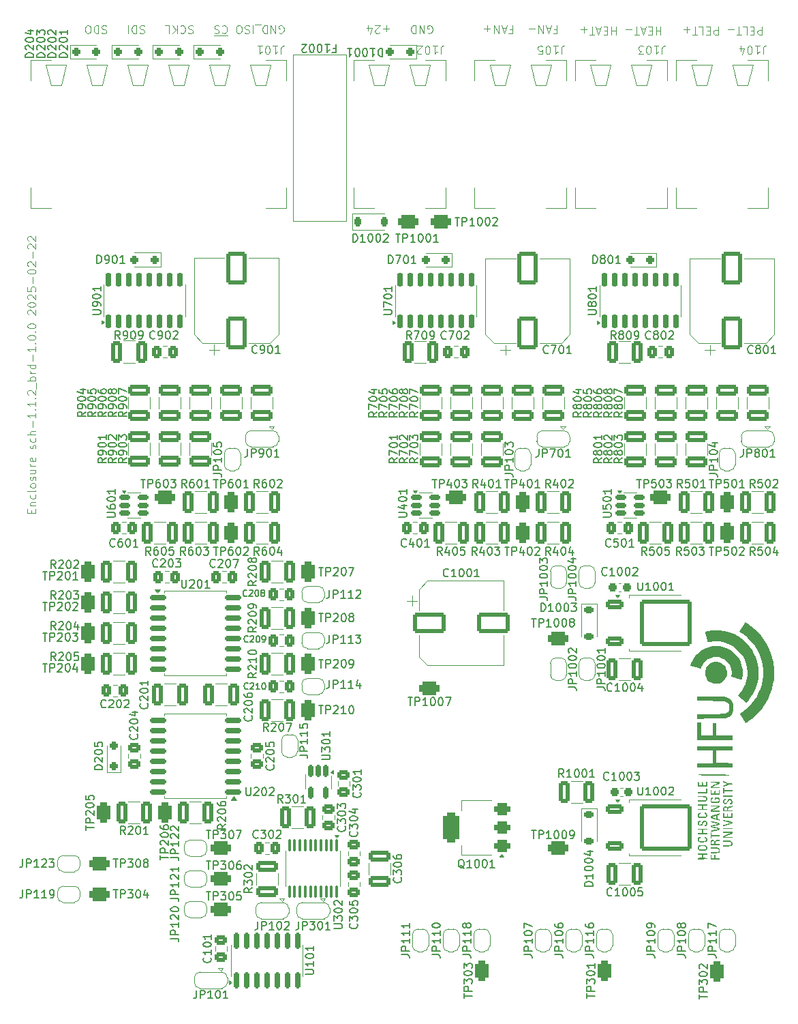
<source format=gbr>
%TF.GenerationSoftware,KiCad,Pcbnew,8.0.2*%
%TF.CreationDate,2025-02-22T15:35:03+01:00*%
%TF.ProjectId,enclosure,656e636c-6f73-4757-9265-2e6b69636164,1.0.0*%
%TF.SameCoordinates,Original*%
%TF.FileFunction,Legend,Top*%
%TF.FilePolarity,Positive*%
%FSLAX46Y46*%
G04 Gerber Fmt 4.6, Leading zero omitted, Abs format (unit mm)*
G04 Created by KiCad (PCBNEW 8.0.2) date 2025-02-22 15:35:03*
%MOMM*%
%LPD*%
G01*
G04 APERTURE LIST*
G04 Aperture macros list*
%AMRoundRect*
0 Rectangle with rounded corners*
0 $1 Rounding radius*
0 $2 $3 $4 $5 $6 $7 $8 $9 X,Y pos of 4 corners*
0 Add a 4 corners polygon primitive as box body*
4,1,4,$2,$3,$4,$5,$6,$7,$8,$9,$2,$3,0*
0 Add four circle primitives for the rounded corners*
1,1,$1+$1,$2,$3*
1,1,$1+$1,$4,$5*
1,1,$1+$1,$6,$7*
1,1,$1+$1,$8,$9*
0 Add four rect primitives between the rounded corners*
20,1,$1+$1,$2,$3,$4,$5,0*
20,1,$1+$1,$4,$5,$6,$7,0*
20,1,$1+$1,$6,$7,$8,$9,0*
20,1,$1+$1,$8,$9,$2,$3,0*%
%AMFreePoly0*
4,1,19,0.500000,-0.750000,0.000000,-0.750000,0.000000,-0.744911,-0.071157,-0.744911,-0.207708,-0.704816,-0.327430,-0.627875,-0.420627,-0.520320,-0.479746,-0.390866,-0.500000,-0.250000,-0.500000,0.250000,-0.479746,0.390866,-0.420627,0.520320,-0.327430,0.627875,-0.207708,0.704816,-0.071157,0.744911,0.000000,0.744911,0.000000,0.750000,0.500000,0.750000,0.500000,-0.750000,0.500000,-0.750000,
$1*%
%AMFreePoly1*
4,1,19,0.000000,0.744911,0.071157,0.744911,0.207708,0.704816,0.327430,0.627875,0.420627,0.520320,0.479746,0.390866,0.500000,0.250000,0.500000,-0.250000,0.479746,-0.390866,0.420627,-0.520320,0.327430,-0.627875,0.207708,-0.704816,0.071157,-0.744911,0.000000,-0.744911,0.000000,-0.750000,-0.500000,-0.750000,-0.500000,0.750000,0.000000,0.750000,0.000000,0.744911,0.000000,0.744911,
$1*%
%AMFreePoly2*
4,1,19,0.550000,-0.750000,0.000000,-0.750000,0.000000,-0.744911,-0.071157,-0.744911,-0.207708,-0.704816,-0.327430,-0.627875,-0.420627,-0.520320,-0.479746,-0.390866,-0.500000,-0.250000,-0.500000,0.250000,-0.479746,0.390866,-0.420627,0.520320,-0.327430,0.627875,-0.207708,0.704816,-0.071157,0.744911,0.000000,0.744911,0.000000,0.750000,0.550000,0.750000,0.550000,-0.750000,0.550000,-0.750000,
$1*%
%AMFreePoly3*
4,1,19,0.000000,0.744911,0.071157,0.744911,0.207708,0.704816,0.327430,0.627875,0.420627,0.520320,0.479746,0.390866,0.500000,0.250000,0.500000,-0.250000,0.479746,-0.390866,0.420627,-0.520320,0.327430,-0.627875,0.207708,-0.704816,0.071157,-0.744911,0.000000,-0.744911,0.000000,-0.750000,-0.550000,-0.750000,-0.550000,0.750000,0.000000,0.750000,0.000000,0.744911,0.000000,0.744911,
$1*%
G04 Aperture macros list end*
%ADD10C,0.100000*%
%ADD11C,0.150000*%
%ADD12C,0.000000*%
%ADD13C,0.120000*%
%ADD14RoundRect,0.426829X0.448171X-0.823171X0.448171X0.823171X-0.448171X0.823171X-0.448171X-0.823171X0*%
%ADD15RoundRect,0.162500X-0.162500X0.617500X-0.162500X-0.617500X0.162500X-0.617500X0.162500X0.617500X0*%
%ADD16RoundRect,0.250000X0.400000X1.075000X-0.400000X1.075000X-0.400000X-1.075000X0.400000X-1.075000X0*%
%ADD17RoundRect,0.250000X1.075000X-0.400000X1.075000X0.400000X-1.075000X0.400000X-1.075000X-0.400000X0*%
%ADD18FreePoly0,90.000000*%
%ADD19FreePoly1,90.000000*%
%ADD20RoundRect,0.250000X-0.337500X-0.475000X0.337500X-0.475000X0.337500X0.475000X-0.337500X0.475000X0*%
%ADD21FreePoly0,270.000000*%
%ADD22FreePoly1,270.000000*%
%ADD23RoundRect,0.250000X-0.475000X0.337500X-0.475000X-0.337500X0.475000X-0.337500X0.475000X0.337500X0*%
%ADD24RoundRect,0.250000X-0.400000X-1.075000X0.400000X-1.075000X0.400000X1.075000X-0.400000X1.075000X0*%
%ADD25FreePoly2,180.000000*%
%ADD26R,1.000000X1.500000*%
%ADD27FreePoly3,180.000000*%
%ADD28RoundRect,0.250000X1.000000X-1.750000X1.000000X1.750000X-1.000000X1.750000X-1.000000X-1.750000X0*%
%ADD29RoundRect,0.250000X-1.075000X0.400000X-1.075000X-0.400000X1.075000X-0.400000X1.075000X0.400000X0*%
%ADD30RoundRect,0.426829X0.823171X0.448171X-0.823171X0.448171X-0.823171X-0.448171X0.823171X-0.448171X0*%
%ADD31C,2.162000*%
%ADD32RoundRect,0.250000X0.337500X0.475000X-0.337500X0.475000X-0.337500X-0.475000X0.337500X-0.475000X0*%
%ADD33RoundRect,0.250000X0.475000X-0.337500X0.475000X0.337500X-0.475000X0.337500X-0.475000X-0.337500X0*%
%ADD34RoundRect,0.250000X-0.250000X-0.250000X0.250000X-0.250000X0.250000X0.250000X-0.250000X0.250000X0*%
%ADD35RoundRect,0.150000X-0.512500X-0.150000X0.512500X-0.150000X0.512500X0.150000X-0.512500X0.150000X0*%
%ADD36C,2.800000*%
%ADD37RoundRect,0.225000X-0.375000X0.225000X-0.375000X-0.225000X0.375000X-0.225000X0.375000X0.225000X0*%
%ADD38RoundRect,0.426829X-0.448171X0.823171X-0.448171X-0.823171X0.448171X-0.823171X0.448171X0.823171X0*%
%ADD39RoundRect,0.250000X-0.850000X-0.350000X0.850000X-0.350000X0.850000X0.350000X-0.850000X0.350000X0*%
%ADD40RoundRect,0.249997X-2.950003X-2.650003X2.950003X-2.650003X2.950003X2.650003X-2.950003X2.650003X0*%
%ADD41RoundRect,0.250000X-0.412500X-1.100000X0.412500X-1.100000X0.412500X1.100000X-0.412500X1.100000X0*%
%ADD42FreePoly0,180.000000*%
%ADD43FreePoly1,180.000000*%
%ADD44RoundRect,0.150000X0.150000X-0.725000X0.150000X0.725000X-0.150000X0.725000X-0.150000X-0.725000X0*%
%ADD45RoundRect,0.250000X1.100000X-0.412500X1.100000X0.412500X-1.100000X0.412500X-1.100000X-0.412500X0*%
%ADD46RoundRect,0.225000X-0.225000X-0.375000X0.225000X-0.375000X0.225000X0.375000X-0.225000X0.375000X0*%
%ADD47C,2.400000*%
%ADD48C,2.200000*%
%ADD49FreePoly0,0.000000*%
%ADD50FreePoly1,0.000000*%
%ADD51RoundRect,0.426829X-0.823171X-0.448171X0.823171X-0.448171X0.823171X0.448171X-0.823171X0.448171X0*%
%ADD52RoundRect,0.150000X-0.875000X-0.150000X0.875000X-0.150000X0.875000X0.150000X-0.875000X0.150000X0*%
%ADD53RoundRect,0.250000X0.250000X0.250000X-0.250000X0.250000X-0.250000X-0.250000X0.250000X-0.250000X0*%
%ADD54RoundRect,0.250000X-1.750000X-1.000000X1.750000X-1.000000X1.750000X1.000000X-1.750000X1.000000X0*%
%ADD55RoundRect,0.250000X0.412500X1.100000X-0.412500X1.100000X-0.412500X-1.100000X0.412500X-1.100000X0*%
%ADD56RoundRect,0.375000X0.625000X0.375000X-0.625000X0.375000X-0.625000X-0.375000X0.625000X-0.375000X0*%
%ADD57RoundRect,0.500000X0.500000X1.400000X-0.500000X1.400000X-0.500000X-1.400000X0.500000X-1.400000X0*%
%ADD58RoundRect,0.250000X0.250000X-0.250000X0.250000X0.250000X-0.250000X0.250000X-0.250000X-0.250000X0*%
%ADD59RoundRect,0.100000X-0.100000X0.637500X-0.100000X-0.637500X0.100000X-0.637500X0.100000X0.637500X0*%
%ADD60RoundRect,0.237500X0.300000X0.237500X-0.300000X0.237500X-0.300000X-0.237500X0.300000X-0.237500X0*%
%ADD61RoundRect,0.150000X0.875000X0.150000X-0.875000X0.150000X-0.875000X-0.150000X0.875000X-0.150000X0*%
%ADD62RoundRect,0.150000X0.150000X-0.825000X0.150000X0.825000X-0.150000X0.825000X-0.150000X-0.825000X0*%
G04 APERTURE END LIST*
D10*
X244989142Y-41179580D02*
X244989142Y-42179580D01*
X244989142Y-42179580D02*
X244608190Y-42179580D01*
X244608190Y-42179580D02*
X244512952Y-42131961D01*
X244512952Y-42131961D02*
X244465333Y-42084342D01*
X244465333Y-42084342D02*
X244417714Y-41989104D01*
X244417714Y-41989104D02*
X244417714Y-41846247D01*
X244417714Y-41846247D02*
X244465333Y-41751009D01*
X244465333Y-41751009D02*
X244512952Y-41703390D01*
X244512952Y-41703390D02*
X244608190Y-41655771D01*
X244608190Y-41655771D02*
X244989142Y-41655771D01*
X243989142Y-41703390D02*
X243655809Y-41703390D01*
X243512952Y-41179580D02*
X243989142Y-41179580D01*
X243989142Y-41179580D02*
X243989142Y-42179580D01*
X243989142Y-42179580D02*
X243512952Y-42179580D01*
X242608190Y-41179580D02*
X243084380Y-41179580D01*
X243084380Y-41179580D02*
X243084380Y-42179580D01*
X242417713Y-42179580D02*
X241846285Y-42179580D01*
X242131999Y-41179580D02*
X242131999Y-42179580D01*
X241512951Y-41560533D02*
X240751047Y-41560533D01*
X239512951Y-41179580D02*
X239512951Y-42179580D01*
X239512951Y-42179580D02*
X239131999Y-42179580D01*
X239131999Y-42179580D02*
X239036761Y-42131961D01*
X239036761Y-42131961D02*
X238989142Y-42084342D01*
X238989142Y-42084342D02*
X238941523Y-41989104D01*
X238941523Y-41989104D02*
X238941523Y-41846247D01*
X238941523Y-41846247D02*
X238989142Y-41751009D01*
X238989142Y-41751009D02*
X239036761Y-41703390D01*
X239036761Y-41703390D02*
X239131999Y-41655771D01*
X239131999Y-41655771D02*
X239512951Y-41655771D01*
X238512951Y-41703390D02*
X238179618Y-41703390D01*
X238036761Y-41179580D02*
X238512951Y-41179580D01*
X238512951Y-41179580D02*
X238512951Y-42179580D01*
X238512951Y-42179580D02*
X238036761Y-42179580D01*
X237131999Y-41179580D02*
X237608189Y-41179580D01*
X237608189Y-41179580D02*
X237608189Y-42179580D01*
X236941522Y-42179580D02*
X236370094Y-42179580D01*
X236655808Y-41179580D02*
X236655808Y-42179580D01*
X236036760Y-41560533D02*
X235274856Y-41560533D01*
X235655808Y-41179580D02*
X235655808Y-41941485D01*
X232384380Y-41179580D02*
X232384380Y-42179580D01*
X232384380Y-41703390D02*
X231812952Y-41703390D01*
X231812952Y-41179580D02*
X231812952Y-42179580D01*
X231336761Y-41703390D02*
X231003428Y-41703390D01*
X230860571Y-41179580D02*
X231336761Y-41179580D01*
X231336761Y-41179580D02*
X231336761Y-42179580D01*
X231336761Y-42179580D02*
X230860571Y-42179580D01*
X230479618Y-41465295D02*
X230003428Y-41465295D01*
X230574856Y-41179580D02*
X230241523Y-42179580D01*
X230241523Y-42179580D02*
X229908190Y-41179580D01*
X229717713Y-42179580D02*
X229146285Y-42179580D01*
X229431999Y-41179580D02*
X229431999Y-42179580D01*
X228812951Y-41560533D02*
X228051047Y-41560533D01*
X226812951Y-41179580D02*
X226812951Y-42179580D01*
X226812951Y-41703390D02*
X226241523Y-41703390D01*
X226241523Y-41179580D02*
X226241523Y-42179580D01*
X225765332Y-41703390D02*
X225431999Y-41703390D01*
X225289142Y-41179580D02*
X225765332Y-41179580D01*
X225765332Y-41179580D02*
X225765332Y-42179580D01*
X225765332Y-42179580D02*
X225289142Y-42179580D01*
X224908189Y-41465295D02*
X224431999Y-41465295D01*
X225003427Y-41179580D02*
X224670094Y-42179580D01*
X224670094Y-42179580D02*
X224336761Y-41179580D01*
X224146284Y-42179580D02*
X223574856Y-42179580D01*
X223860570Y-41179580D02*
X223860570Y-42179580D01*
X223241522Y-41560533D02*
X222479618Y-41560533D01*
X222860570Y-41179580D02*
X222860570Y-41941485D01*
X219176476Y-41576390D02*
X219509809Y-41576390D01*
X219509809Y-41052580D02*
X219509809Y-42052580D01*
X219509809Y-42052580D02*
X219033619Y-42052580D01*
X218700285Y-41338295D02*
X218224095Y-41338295D01*
X218795523Y-41052580D02*
X218462190Y-42052580D01*
X218462190Y-42052580D02*
X218128857Y-41052580D01*
X217795523Y-41052580D02*
X217795523Y-42052580D01*
X217795523Y-42052580D02*
X217224095Y-41052580D01*
X217224095Y-41052580D02*
X217224095Y-42052580D01*
X216747904Y-41433533D02*
X215986000Y-41433533D01*
X213652666Y-41576390D02*
X213985999Y-41576390D01*
X213985999Y-41052580D02*
X213985999Y-42052580D01*
X213985999Y-42052580D02*
X213509809Y-42052580D01*
X213176475Y-41338295D02*
X212700285Y-41338295D01*
X213271713Y-41052580D02*
X212938380Y-42052580D01*
X212938380Y-42052580D02*
X212605047Y-41052580D01*
X212271713Y-41052580D02*
X212271713Y-42052580D01*
X212271713Y-42052580D02*
X211700285Y-41052580D01*
X211700285Y-41052580D02*
X211700285Y-42052580D01*
X211224094Y-41433533D02*
X210462190Y-41433533D01*
X210843142Y-41052580D02*
X210843142Y-41814485D01*
X203476190Y-42004961D02*
X203571428Y-42052580D01*
X203571428Y-42052580D02*
X203714285Y-42052580D01*
X203714285Y-42052580D02*
X203857142Y-42004961D01*
X203857142Y-42004961D02*
X203952380Y-41909723D01*
X203952380Y-41909723D02*
X203999999Y-41814485D01*
X203999999Y-41814485D02*
X204047618Y-41624009D01*
X204047618Y-41624009D02*
X204047618Y-41481152D01*
X204047618Y-41481152D02*
X203999999Y-41290676D01*
X203999999Y-41290676D02*
X203952380Y-41195438D01*
X203952380Y-41195438D02*
X203857142Y-41100200D01*
X203857142Y-41100200D02*
X203714285Y-41052580D01*
X203714285Y-41052580D02*
X203619047Y-41052580D01*
X203619047Y-41052580D02*
X203476190Y-41100200D01*
X203476190Y-41100200D02*
X203428571Y-41147819D01*
X203428571Y-41147819D02*
X203428571Y-41481152D01*
X203428571Y-41481152D02*
X203619047Y-41481152D01*
X202999999Y-41052580D02*
X202999999Y-42052580D01*
X202999999Y-42052580D02*
X202428571Y-41052580D01*
X202428571Y-41052580D02*
X202428571Y-42052580D01*
X201952380Y-41052580D02*
X201952380Y-42052580D01*
X201952380Y-42052580D02*
X201714285Y-42052580D01*
X201714285Y-42052580D02*
X201571428Y-42004961D01*
X201571428Y-42004961D02*
X201476190Y-41909723D01*
X201476190Y-41909723D02*
X201428571Y-41814485D01*
X201428571Y-41814485D02*
X201380952Y-41624009D01*
X201380952Y-41624009D02*
X201380952Y-41481152D01*
X201380952Y-41481152D02*
X201428571Y-41290676D01*
X201428571Y-41290676D02*
X201476190Y-41195438D01*
X201476190Y-41195438D02*
X201571428Y-41100200D01*
X201571428Y-41100200D02*
X201714285Y-41052580D01*
X201714285Y-41052580D02*
X201952380Y-41052580D01*
X198666665Y-41433533D02*
X197904761Y-41433533D01*
X198285713Y-41052580D02*
X198285713Y-41814485D01*
X197476189Y-41957342D02*
X197428570Y-42004961D01*
X197428570Y-42004961D02*
X197333332Y-42052580D01*
X197333332Y-42052580D02*
X197095237Y-42052580D01*
X197095237Y-42052580D02*
X196999999Y-42004961D01*
X196999999Y-42004961D02*
X196952380Y-41957342D01*
X196952380Y-41957342D02*
X196904761Y-41862104D01*
X196904761Y-41862104D02*
X196904761Y-41766866D01*
X196904761Y-41766866D02*
X196952380Y-41624009D01*
X196952380Y-41624009D02*
X197523808Y-41052580D01*
X197523808Y-41052580D02*
X196904761Y-41052580D01*
X196047618Y-41719247D02*
X196047618Y-41052580D01*
X196285713Y-42100200D02*
X196523808Y-41385914D01*
X196523808Y-41385914D02*
X195904761Y-41385914D01*
X185007306Y-42004961D02*
X185102544Y-42052580D01*
X185102544Y-42052580D02*
X185245401Y-42052580D01*
X185245401Y-42052580D02*
X185388258Y-42004961D01*
X185388258Y-42004961D02*
X185483496Y-41909723D01*
X185483496Y-41909723D02*
X185531115Y-41814485D01*
X185531115Y-41814485D02*
X185578734Y-41624009D01*
X185578734Y-41624009D02*
X185578734Y-41481152D01*
X185578734Y-41481152D02*
X185531115Y-41290676D01*
X185531115Y-41290676D02*
X185483496Y-41195438D01*
X185483496Y-41195438D02*
X185388258Y-41100200D01*
X185388258Y-41100200D02*
X185245401Y-41052580D01*
X185245401Y-41052580D02*
X185150163Y-41052580D01*
X185150163Y-41052580D02*
X185007306Y-41100200D01*
X185007306Y-41100200D02*
X184959687Y-41147819D01*
X184959687Y-41147819D02*
X184959687Y-41481152D01*
X184959687Y-41481152D02*
X185150163Y-41481152D01*
X184531115Y-41052580D02*
X184531115Y-42052580D01*
X184531115Y-42052580D02*
X183959687Y-41052580D01*
X183959687Y-41052580D02*
X183959687Y-42052580D01*
X183483496Y-41052580D02*
X183483496Y-42052580D01*
X183483496Y-42052580D02*
X183245401Y-42052580D01*
X183245401Y-42052580D02*
X183102544Y-42004961D01*
X183102544Y-42004961D02*
X183007306Y-41909723D01*
X183007306Y-41909723D02*
X182959687Y-41814485D01*
X182959687Y-41814485D02*
X182912068Y-41624009D01*
X182912068Y-41624009D02*
X182912068Y-41481152D01*
X182912068Y-41481152D02*
X182959687Y-41290676D01*
X182959687Y-41290676D02*
X183007306Y-41195438D01*
X183007306Y-41195438D02*
X183102544Y-41100200D01*
X183102544Y-41100200D02*
X183245401Y-41052580D01*
X183245401Y-41052580D02*
X183483496Y-41052580D01*
X182721592Y-40957342D02*
X181959687Y-40957342D01*
X181721591Y-41052580D02*
X181721591Y-42052580D01*
X181293020Y-41100200D02*
X181150163Y-41052580D01*
X181150163Y-41052580D02*
X180912068Y-41052580D01*
X180912068Y-41052580D02*
X180816830Y-41100200D01*
X180816830Y-41100200D02*
X180769211Y-41147819D01*
X180769211Y-41147819D02*
X180721592Y-41243057D01*
X180721592Y-41243057D02*
X180721592Y-41338295D01*
X180721592Y-41338295D02*
X180769211Y-41433533D01*
X180769211Y-41433533D02*
X180816830Y-41481152D01*
X180816830Y-41481152D02*
X180912068Y-41528771D01*
X180912068Y-41528771D02*
X181102544Y-41576390D01*
X181102544Y-41576390D02*
X181197782Y-41624009D01*
X181197782Y-41624009D02*
X181245401Y-41671628D01*
X181245401Y-41671628D02*
X181293020Y-41766866D01*
X181293020Y-41766866D02*
X181293020Y-41862104D01*
X181293020Y-41862104D02*
X181245401Y-41957342D01*
X181245401Y-41957342D02*
X181197782Y-42004961D01*
X181197782Y-42004961D02*
X181102544Y-42052580D01*
X181102544Y-42052580D02*
X180864449Y-42052580D01*
X180864449Y-42052580D02*
X180721592Y-42004961D01*
X180102544Y-42052580D02*
X179912068Y-42052580D01*
X179912068Y-42052580D02*
X179816830Y-42004961D01*
X179816830Y-42004961D02*
X179721592Y-41909723D01*
X179721592Y-41909723D02*
X179673973Y-41719247D01*
X179673973Y-41719247D02*
X179673973Y-41385914D01*
X179673973Y-41385914D02*
X179721592Y-41195438D01*
X179721592Y-41195438D02*
X179816830Y-41100200D01*
X179816830Y-41100200D02*
X179912068Y-41052580D01*
X179912068Y-41052580D02*
X180102544Y-41052580D01*
X180102544Y-41052580D02*
X180197782Y-41100200D01*
X180197782Y-41100200D02*
X180293020Y-41195438D01*
X180293020Y-41195438D02*
X180340639Y-41385914D01*
X180340639Y-41385914D02*
X180340639Y-41719247D01*
X180340639Y-41719247D02*
X180293020Y-41909723D01*
X180293020Y-41909723D02*
X180197782Y-42004961D01*
X180197782Y-42004961D02*
X180102544Y-42052580D01*
X177912068Y-41147819D02*
X177959687Y-41100200D01*
X177959687Y-41100200D02*
X178102544Y-41052580D01*
X178102544Y-41052580D02*
X178197782Y-41052580D01*
X178197782Y-41052580D02*
X178340639Y-41100200D01*
X178340639Y-41100200D02*
X178435877Y-41195438D01*
X178435877Y-41195438D02*
X178483496Y-41290676D01*
X178483496Y-41290676D02*
X178531115Y-41481152D01*
X178531115Y-41481152D02*
X178531115Y-41624009D01*
X178531115Y-41624009D02*
X178483496Y-41814485D01*
X178483496Y-41814485D02*
X178435877Y-41909723D01*
X178435877Y-41909723D02*
X178340639Y-42004961D01*
X178340639Y-42004961D02*
X178197782Y-42052580D01*
X178197782Y-42052580D02*
X178102544Y-42052580D01*
X178102544Y-42052580D02*
X177959687Y-42004961D01*
X177959687Y-42004961D02*
X177912068Y-41957342D01*
X177531115Y-41100200D02*
X177388258Y-41052580D01*
X177388258Y-41052580D02*
X177150163Y-41052580D01*
X177150163Y-41052580D02*
X177054925Y-41100200D01*
X177054925Y-41100200D02*
X177007306Y-41147819D01*
X177007306Y-41147819D02*
X176959687Y-41243057D01*
X176959687Y-41243057D02*
X176959687Y-41338295D01*
X176959687Y-41338295D02*
X177007306Y-41433533D01*
X177007306Y-41433533D02*
X177054925Y-41481152D01*
X177054925Y-41481152D02*
X177150163Y-41528771D01*
X177150163Y-41528771D02*
X177340639Y-41576390D01*
X177340639Y-41576390D02*
X177435877Y-41624009D01*
X177435877Y-41624009D02*
X177483496Y-41671628D01*
X177483496Y-41671628D02*
X177531115Y-41766866D01*
X177531115Y-41766866D02*
X177531115Y-41862104D01*
X177531115Y-41862104D02*
X177483496Y-41957342D01*
X177483496Y-41957342D02*
X177435877Y-42004961D01*
X177435877Y-42004961D02*
X177340639Y-42052580D01*
X177340639Y-42052580D02*
X177102544Y-42052580D01*
X177102544Y-42052580D02*
X176959687Y-42004961D01*
X178621592Y-42330200D02*
X176869211Y-42330200D01*
X174293019Y-41100200D02*
X174150162Y-41052580D01*
X174150162Y-41052580D02*
X173912067Y-41052580D01*
X173912067Y-41052580D02*
X173816829Y-41100200D01*
X173816829Y-41100200D02*
X173769210Y-41147819D01*
X173769210Y-41147819D02*
X173721591Y-41243057D01*
X173721591Y-41243057D02*
X173721591Y-41338295D01*
X173721591Y-41338295D02*
X173769210Y-41433533D01*
X173769210Y-41433533D02*
X173816829Y-41481152D01*
X173816829Y-41481152D02*
X173912067Y-41528771D01*
X173912067Y-41528771D02*
X174102543Y-41576390D01*
X174102543Y-41576390D02*
X174197781Y-41624009D01*
X174197781Y-41624009D02*
X174245400Y-41671628D01*
X174245400Y-41671628D02*
X174293019Y-41766866D01*
X174293019Y-41766866D02*
X174293019Y-41862104D01*
X174293019Y-41862104D02*
X174245400Y-41957342D01*
X174245400Y-41957342D02*
X174197781Y-42004961D01*
X174197781Y-42004961D02*
X174102543Y-42052580D01*
X174102543Y-42052580D02*
X173864448Y-42052580D01*
X173864448Y-42052580D02*
X173721591Y-42004961D01*
X172721591Y-41147819D02*
X172769210Y-41100200D01*
X172769210Y-41100200D02*
X172912067Y-41052580D01*
X172912067Y-41052580D02*
X173007305Y-41052580D01*
X173007305Y-41052580D02*
X173150162Y-41100200D01*
X173150162Y-41100200D02*
X173245400Y-41195438D01*
X173245400Y-41195438D02*
X173293019Y-41290676D01*
X173293019Y-41290676D02*
X173340638Y-41481152D01*
X173340638Y-41481152D02*
X173340638Y-41624009D01*
X173340638Y-41624009D02*
X173293019Y-41814485D01*
X173293019Y-41814485D02*
X173245400Y-41909723D01*
X173245400Y-41909723D02*
X173150162Y-42004961D01*
X173150162Y-42004961D02*
X173007305Y-42052580D01*
X173007305Y-42052580D02*
X172912067Y-42052580D01*
X172912067Y-42052580D02*
X172769210Y-42004961D01*
X172769210Y-42004961D02*
X172721591Y-41957342D01*
X172293019Y-41052580D02*
X172293019Y-42052580D01*
X171721591Y-41052580D02*
X172150162Y-41624009D01*
X171721591Y-42052580D02*
X172293019Y-41481152D01*
X170816829Y-41052580D02*
X171293019Y-41052580D01*
X171293019Y-41052580D02*
X171293019Y-42052580D01*
X168245399Y-41100200D02*
X168102542Y-41052580D01*
X168102542Y-41052580D02*
X167864447Y-41052580D01*
X167864447Y-41052580D02*
X167769209Y-41100200D01*
X167769209Y-41100200D02*
X167721590Y-41147819D01*
X167721590Y-41147819D02*
X167673971Y-41243057D01*
X167673971Y-41243057D02*
X167673971Y-41338295D01*
X167673971Y-41338295D02*
X167721590Y-41433533D01*
X167721590Y-41433533D02*
X167769209Y-41481152D01*
X167769209Y-41481152D02*
X167864447Y-41528771D01*
X167864447Y-41528771D02*
X168054923Y-41576390D01*
X168054923Y-41576390D02*
X168150161Y-41624009D01*
X168150161Y-41624009D02*
X168197780Y-41671628D01*
X168197780Y-41671628D02*
X168245399Y-41766866D01*
X168245399Y-41766866D02*
X168245399Y-41862104D01*
X168245399Y-41862104D02*
X168197780Y-41957342D01*
X168197780Y-41957342D02*
X168150161Y-42004961D01*
X168150161Y-42004961D02*
X168054923Y-42052580D01*
X168054923Y-42052580D02*
X167816828Y-42052580D01*
X167816828Y-42052580D02*
X167673971Y-42004961D01*
X167245399Y-41052580D02*
X167245399Y-42052580D01*
X167245399Y-42052580D02*
X167007304Y-42052580D01*
X167007304Y-42052580D02*
X166864447Y-42004961D01*
X166864447Y-42004961D02*
X166769209Y-41909723D01*
X166769209Y-41909723D02*
X166721590Y-41814485D01*
X166721590Y-41814485D02*
X166673971Y-41624009D01*
X166673971Y-41624009D02*
X166673971Y-41481152D01*
X166673971Y-41481152D02*
X166721590Y-41290676D01*
X166721590Y-41290676D02*
X166769209Y-41195438D01*
X166769209Y-41195438D02*
X166864447Y-41100200D01*
X166864447Y-41100200D02*
X167007304Y-41052580D01*
X167007304Y-41052580D02*
X167245399Y-41052580D01*
X166245399Y-41052580D02*
X166245399Y-42052580D01*
X163531113Y-41100200D02*
X163388256Y-41052580D01*
X163388256Y-41052580D02*
X163150161Y-41052580D01*
X163150161Y-41052580D02*
X163054923Y-41100200D01*
X163054923Y-41100200D02*
X163007304Y-41147819D01*
X163007304Y-41147819D02*
X162959685Y-41243057D01*
X162959685Y-41243057D02*
X162959685Y-41338295D01*
X162959685Y-41338295D02*
X163007304Y-41433533D01*
X163007304Y-41433533D02*
X163054923Y-41481152D01*
X163054923Y-41481152D02*
X163150161Y-41528771D01*
X163150161Y-41528771D02*
X163340637Y-41576390D01*
X163340637Y-41576390D02*
X163435875Y-41624009D01*
X163435875Y-41624009D02*
X163483494Y-41671628D01*
X163483494Y-41671628D02*
X163531113Y-41766866D01*
X163531113Y-41766866D02*
X163531113Y-41862104D01*
X163531113Y-41862104D02*
X163483494Y-41957342D01*
X163483494Y-41957342D02*
X163435875Y-42004961D01*
X163435875Y-42004961D02*
X163340637Y-42052580D01*
X163340637Y-42052580D02*
X163102542Y-42052580D01*
X163102542Y-42052580D02*
X162959685Y-42004961D01*
X162531113Y-41052580D02*
X162531113Y-42052580D01*
X162531113Y-42052580D02*
X162293018Y-42052580D01*
X162293018Y-42052580D02*
X162150161Y-42004961D01*
X162150161Y-42004961D02*
X162054923Y-41909723D01*
X162054923Y-41909723D02*
X162007304Y-41814485D01*
X162007304Y-41814485D02*
X161959685Y-41624009D01*
X161959685Y-41624009D02*
X161959685Y-41481152D01*
X161959685Y-41481152D02*
X162007304Y-41290676D01*
X162007304Y-41290676D02*
X162054923Y-41195438D01*
X162054923Y-41195438D02*
X162150161Y-41100200D01*
X162150161Y-41100200D02*
X162293018Y-41052580D01*
X162293018Y-41052580D02*
X162531113Y-41052580D01*
X161340637Y-42052580D02*
X161150161Y-42052580D01*
X161150161Y-42052580D02*
X161054923Y-42004961D01*
X161054923Y-42004961D02*
X160959685Y-41909723D01*
X160959685Y-41909723D02*
X160912066Y-41719247D01*
X160912066Y-41719247D02*
X160912066Y-41385914D01*
X160912066Y-41385914D02*
X160959685Y-41195438D01*
X160959685Y-41195438D02*
X161054923Y-41100200D01*
X161054923Y-41100200D02*
X161150161Y-41052580D01*
X161150161Y-41052580D02*
X161340637Y-41052580D01*
X161340637Y-41052580D02*
X161435875Y-41100200D01*
X161435875Y-41100200D02*
X161531113Y-41195438D01*
X161531113Y-41195438D02*
X161578732Y-41385914D01*
X161578732Y-41385914D02*
X161578732Y-41719247D01*
X161578732Y-41719247D02*
X161531113Y-41909723D01*
X161531113Y-41909723D02*
X161435875Y-42004961D01*
X161435875Y-42004961D02*
X161340637Y-42052580D01*
X154213609Y-101549599D02*
X154213609Y-101216266D01*
X154737419Y-101073409D02*
X154737419Y-101549599D01*
X154737419Y-101549599D02*
X153737419Y-101549599D01*
X153737419Y-101549599D02*
X153737419Y-101073409D01*
X154070752Y-100644837D02*
X154737419Y-100644837D01*
X154165990Y-100644837D02*
X154118371Y-100597218D01*
X154118371Y-100597218D02*
X154070752Y-100501980D01*
X154070752Y-100501980D02*
X154070752Y-100359123D01*
X154070752Y-100359123D02*
X154118371Y-100263885D01*
X154118371Y-100263885D02*
X154213609Y-100216266D01*
X154213609Y-100216266D02*
X154737419Y-100216266D01*
X154689800Y-99311504D02*
X154737419Y-99406742D01*
X154737419Y-99406742D02*
X154737419Y-99597218D01*
X154737419Y-99597218D02*
X154689800Y-99692456D01*
X154689800Y-99692456D02*
X154642180Y-99740075D01*
X154642180Y-99740075D02*
X154546942Y-99787694D01*
X154546942Y-99787694D02*
X154261228Y-99787694D01*
X154261228Y-99787694D02*
X154165990Y-99740075D01*
X154165990Y-99740075D02*
X154118371Y-99692456D01*
X154118371Y-99692456D02*
X154070752Y-99597218D01*
X154070752Y-99597218D02*
X154070752Y-99406742D01*
X154070752Y-99406742D02*
X154118371Y-99311504D01*
X154737419Y-98740075D02*
X154689800Y-98835313D01*
X154689800Y-98835313D02*
X154594561Y-98882932D01*
X154594561Y-98882932D02*
X153737419Y-98882932D01*
X154737419Y-98216265D02*
X154689800Y-98311503D01*
X154689800Y-98311503D02*
X154642180Y-98359122D01*
X154642180Y-98359122D02*
X154546942Y-98406741D01*
X154546942Y-98406741D02*
X154261228Y-98406741D01*
X154261228Y-98406741D02*
X154165990Y-98359122D01*
X154165990Y-98359122D02*
X154118371Y-98311503D01*
X154118371Y-98311503D02*
X154070752Y-98216265D01*
X154070752Y-98216265D02*
X154070752Y-98073408D01*
X154070752Y-98073408D02*
X154118371Y-97978170D01*
X154118371Y-97978170D02*
X154165990Y-97930551D01*
X154165990Y-97930551D02*
X154261228Y-97882932D01*
X154261228Y-97882932D02*
X154546942Y-97882932D01*
X154546942Y-97882932D02*
X154642180Y-97930551D01*
X154642180Y-97930551D02*
X154689800Y-97978170D01*
X154689800Y-97978170D02*
X154737419Y-98073408D01*
X154737419Y-98073408D02*
X154737419Y-98216265D01*
X154689800Y-97501979D02*
X154737419Y-97406741D01*
X154737419Y-97406741D02*
X154737419Y-97216265D01*
X154737419Y-97216265D02*
X154689800Y-97121027D01*
X154689800Y-97121027D02*
X154594561Y-97073408D01*
X154594561Y-97073408D02*
X154546942Y-97073408D01*
X154546942Y-97073408D02*
X154451704Y-97121027D01*
X154451704Y-97121027D02*
X154404085Y-97216265D01*
X154404085Y-97216265D02*
X154404085Y-97359122D01*
X154404085Y-97359122D02*
X154356466Y-97454360D01*
X154356466Y-97454360D02*
X154261228Y-97501979D01*
X154261228Y-97501979D02*
X154213609Y-97501979D01*
X154213609Y-97501979D02*
X154118371Y-97454360D01*
X154118371Y-97454360D02*
X154070752Y-97359122D01*
X154070752Y-97359122D02*
X154070752Y-97216265D01*
X154070752Y-97216265D02*
X154118371Y-97121027D01*
X154070752Y-96216265D02*
X154737419Y-96216265D01*
X154070752Y-96644836D02*
X154594561Y-96644836D01*
X154594561Y-96644836D02*
X154689800Y-96597217D01*
X154689800Y-96597217D02*
X154737419Y-96501979D01*
X154737419Y-96501979D02*
X154737419Y-96359122D01*
X154737419Y-96359122D02*
X154689800Y-96263884D01*
X154689800Y-96263884D02*
X154642180Y-96216265D01*
X154737419Y-95740074D02*
X154070752Y-95740074D01*
X154261228Y-95740074D02*
X154165990Y-95692455D01*
X154165990Y-95692455D02*
X154118371Y-95644836D01*
X154118371Y-95644836D02*
X154070752Y-95549598D01*
X154070752Y-95549598D02*
X154070752Y-95454360D01*
X154689800Y-94740074D02*
X154737419Y-94835312D01*
X154737419Y-94835312D02*
X154737419Y-95025788D01*
X154737419Y-95025788D02*
X154689800Y-95121026D01*
X154689800Y-95121026D02*
X154594561Y-95168645D01*
X154594561Y-95168645D02*
X154213609Y-95168645D01*
X154213609Y-95168645D02*
X154118371Y-95121026D01*
X154118371Y-95121026D02*
X154070752Y-95025788D01*
X154070752Y-95025788D02*
X154070752Y-94835312D01*
X154070752Y-94835312D02*
X154118371Y-94740074D01*
X154118371Y-94740074D02*
X154213609Y-94692455D01*
X154213609Y-94692455D02*
X154308847Y-94692455D01*
X154308847Y-94692455D02*
X154404085Y-95168645D01*
X154689800Y-93549597D02*
X154737419Y-93454359D01*
X154737419Y-93454359D02*
X154737419Y-93263883D01*
X154737419Y-93263883D02*
X154689800Y-93168645D01*
X154689800Y-93168645D02*
X154594561Y-93121026D01*
X154594561Y-93121026D02*
X154546942Y-93121026D01*
X154546942Y-93121026D02*
X154451704Y-93168645D01*
X154451704Y-93168645D02*
X154404085Y-93263883D01*
X154404085Y-93263883D02*
X154404085Y-93406740D01*
X154404085Y-93406740D02*
X154356466Y-93501978D01*
X154356466Y-93501978D02*
X154261228Y-93549597D01*
X154261228Y-93549597D02*
X154213609Y-93549597D01*
X154213609Y-93549597D02*
X154118371Y-93501978D01*
X154118371Y-93501978D02*
X154070752Y-93406740D01*
X154070752Y-93406740D02*
X154070752Y-93263883D01*
X154070752Y-93263883D02*
X154118371Y-93168645D01*
X154689800Y-92263883D02*
X154737419Y-92359121D01*
X154737419Y-92359121D02*
X154737419Y-92549597D01*
X154737419Y-92549597D02*
X154689800Y-92644835D01*
X154689800Y-92644835D02*
X154642180Y-92692454D01*
X154642180Y-92692454D02*
X154546942Y-92740073D01*
X154546942Y-92740073D02*
X154261228Y-92740073D01*
X154261228Y-92740073D02*
X154165990Y-92692454D01*
X154165990Y-92692454D02*
X154118371Y-92644835D01*
X154118371Y-92644835D02*
X154070752Y-92549597D01*
X154070752Y-92549597D02*
X154070752Y-92359121D01*
X154070752Y-92359121D02*
X154118371Y-92263883D01*
X154737419Y-91835311D02*
X153737419Y-91835311D01*
X154737419Y-91406740D02*
X154213609Y-91406740D01*
X154213609Y-91406740D02*
X154118371Y-91454359D01*
X154118371Y-91454359D02*
X154070752Y-91549597D01*
X154070752Y-91549597D02*
X154070752Y-91692454D01*
X154070752Y-91692454D02*
X154118371Y-91787692D01*
X154118371Y-91787692D02*
X154165990Y-91835311D01*
X154356466Y-90930549D02*
X154356466Y-90168645D01*
X154737419Y-89168645D02*
X154737419Y-89740073D01*
X154737419Y-89454359D02*
X153737419Y-89454359D01*
X153737419Y-89454359D02*
X153880276Y-89549597D01*
X153880276Y-89549597D02*
X153975514Y-89644835D01*
X153975514Y-89644835D02*
X154023133Y-89740073D01*
X154642180Y-88740073D02*
X154689800Y-88692454D01*
X154689800Y-88692454D02*
X154737419Y-88740073D01*
X154737419Y-88740073D02*
X154689800Y-88787692D01*
X154689800Y-88787692D02*
X154642180Y-88740073D01*
X154642180Y-88740073D02*
X154737419Y-88740073D01*
X154737419Y-87740074D02*
X154737419Y-88311502D01*
X154737419Y-88025788D02*
X153737419Y-88025788D01*
X153737419Y-88025788D02*
X153880276Y-88121026D01*
X153880276Y-88121026D02*
X153975514Y-88216264D01*
X153975514Y-88216264D02*
X154023133Y-88311502D01*
X154642180Y-87311502D02*
X154689800Y-87263883D01*
X154689800Y-87263883D02*
X154737419Y-87311502D01*
X154737419Y-87311502D02*
X154689800Y-87359121D01*
X154689800Y-87359121D02*
X154642180Y-87311502D01*
X154642180Y-87311502D02*
X154737419Y-87311502D01*
X153832657Y-86882931D02*
X153785038Y-86835312D01*
X153785038Y-86835312D02*
X153737419Y-86740074D01*
X153737419Y-86740074D02*
X153737419Y-86501979D01*
X153737419Y-86501979D02*
X153785038Y-86406741D01*
X153785038Y-86406741D02*
X153832657Y-86359122D01*
X153832657Y-86359122D02*
X153927895Y-86311503D01*
X153927895Y-86311503D02*
X154023133Y-86311503D01*
X154023133Y-86311503D02*
X154165990Y-86359122D01*
X154165990Y-86359122D02*
X154737419Y-86930550D01*
X154737419Y-86930550D02*
X154737419Y-86311503D01*
X154832657Y-86121027D02*
X154832657Y-85359122D01*
X154737419Y-85121026D02*
X153737419Y-85121026D01*
X154118371Y-85121026D02*
X154070752Y-85025788D01*
X154070752Y-85025788D02*
X154070752Y-84835312D01*
X154070752Y-84835312D02*
X154118371Y-84740074D01*
X154118371Y-84740074D02*
X154165990Y-84692455D01*
X154165990Y-84692455D02*
X154261228Y-84644836D01*
X154261228Y-84644836D02*
X154546942Y-84644836D01*
X154546942Y-84644836D02*
X154642180Y-84692455D01*
X154642180Y-84692455D02*
X154689800Y-84740074D01*
X154689800Y-84740074D02*
X154737419Y-84835312D01*
X154737419Y-84835312D02*
X154737419Y-85025788D01*
X154737419Y-85025788D02*
X154689800Y-85121026D01*
X154737419Y-84216264D02*
X154070752Y-84216264D01*
X154261228Y-84216264D02*
X154165990Y-84168645D01*
X154165990Y-84168645D02*
X154118371Y-84121026D01*
X154118371Y-84121026D02*
X154070752Y-84025788D01*
X154070752Y-84025788D02*
X154070752Y-83930550D01*
X154737419Y-83168645D02*
X153737419Y-83168645D01*
X154689800Y-83168645D02*
X154737419Y-83263883D01*
X154737419Y-83263883D02*
X154737419Y-83454359D01*
X154737419Y-83454359D02*
X154689800Y-83549597D01*
X154689800Y-83549597D02*
X154642180Y-83597216D01*
X154642180Y-83597216D02*
X154546942Y-83644835D01*
X154546942Y-83644835D02*
X154261228Y-83644835D01*
X154261228Y-83644835D02*
X154165990Y-83597216D01*
X154165990Y-83597216D02*
X154118371Y-83549597D01*
X154118371Y-83549597D02*
X154070752Y-83454359D01*
X154070752Y-83454359D02*
X154070752Y-83263883D01*
X154070752Y-83263883D02*
X154118371Y-83168645D01*
X154356466Y-82692454D02*
X154356466Y-81930550D01*
X154737419Y-80930550D02*
X154737419Y-81501978D01*
X154737419Y-81216264D02*
X153737419Y-81216264D01*
X153737419Y-81216264D02*
X153880276Y-81311502D01*
X153880276Y-81311502D02*
X153975514Y-81406740D01*
X153975514Y-81406740D02*
X154023133Y-81501978D01*
X154642180Y-80501978D02*
X154689800Y-80454359D01*
X154689800Y-80454359D02*
X154737419Y-80501978D01*
X154737419Y-80501978D02*
X154689800Y-80549597D01*
X154689800Y-80549597D02*
X154642180Y-80501978D01*
X154642180Y-80501978D02*
X154737419Y-80501978D01*
X153737419Y-79835312D02*
X153737419Y-79740074D01*
X153737419Y-79740074D02*
X153785038Y-79644836D01*
X153785038Y-79644836D02*
X153832657Y-79597217D01*
X153832657Y-79597217D02*
X153927895Y-79549598D01*
X153927895Y-79549598D02*
X154118371Y-79501979D01*
X154118371Y-79501979D02*
X154356466Y-79501979D01*
X154356466Y-79501979D02*
X154546942Y-79549598D01*
X154546942Y-79549598D02*
X154642180Y-79597217D01*
X154642180Y-79597217D02*
X154689800Y-79644836D01*
X154689800Y-79644836D02*
X154737419Y-79740074D01*
X154737419Y-79740074D02*
X154737419Y-79835312D01*
X154737419Y-79835312D02*
X154689800Y-79930550D01*
X154689800Y-79930550D02*
X154642180Y-79978169D01*
X154642180Y-79978169D02*
X154546942Y-80025788D01*
X154546942Y-80025788D02*
X154356466Y-80073407D01*
X154356466Y-80073407D02*
X154118371Y-80073407D01*
X154118371Y-80073407D02*
X153927895Y-80025788D01*
X153927895Y-80025788D02*
X153832657Y-79978169D01*
X153832657Y-79978169D02*
X153785038Y-79930550D01*
X153785038Y-79930550D02*
X153737419Y-79835312D01*
X154642180Y-79073407D02*
X154689800Y-79025788D01*
X154689800Y-79025788D02*
X154737419Y-79073407D01*
X154737419Y-79073407D02*
X154689800Y-79121026D01*
X154689800Y-79121026D02*
X154642180Y-79073407D01*
X154642180Y-79073407D02*
X154737419Y-79073407D01*
X153737419Y-78406741D02*
X153737419Y-78311503D01*
X153737419Y-78311503D02*
X153785038Y-78216265D01*
X153785038Y-78216265D02*
X153832657Y-78168646D01*
X153832657Y-78168646D02*
X153927895Y-78121027D01*
X153927895Y-78121027D02*
X154118371Y-78073408D01*
X154118371Y-78073408D02*
X154356466Y-78073408D01*
X154356466Y-78073408D02*
X154546942Y-78121027D01*
X154546942Y-78121027D02*
X154642180Y-78168646D01*
X154642180Y-78168646D02*
X154689800Y-78216265D01*
X154689800Y-78216265D02*
X154737419Y-78311503D01*
X154737419Y-78311503D02*
X154737419Y-78406741D01*
X154737419Y-78406741D02*
X154689800Y-78501979D01*
X154689800Y-78501979D02*
X154642180Y-78549598D01*
X154642180Y-78549598D02*
X154546942Y-78597217D01*
X154546942Y-78597217D02*
X154356466Y-78644836D01*
X154356466Y-78644836D02*
X154118371Y-78644836D01*
X154118371Y-78644836D02*
X153927895Y-78597217D01*
X153927895Y-78597217D02*
X153832657Y-78549598D01*
X153832657Y-78549598D02*
X153785038Y-78501979D01*
X153785038Y-78501979D02*
X153737419Y-78406741D01*
X153832657Y-76930550D02*
X153785038Y-76882931D01*
X153785038Y-76882931D02*
X153737419Y-76787693D01*
X153737419Y-76787693D02*
X153737419Y-76549598D01*
X153737419Y-76549598D02*
X153785038Y-76454360D01*
X153785038Y-76454360D02*
X153832657Y-76406741D01*
X153832657Y-76406741D02*
X153927895Y-76359122D01*
X153927895Y-76359122D02*
X154023133Y-76359122D01*
X154023133Y-76359122D02*
X154165990Y-76406741D01*
X154165990Y-76406741D02*
X154737419Y-76978169D01*
X154737419Y-76978169D02*
X154737419Y-76359122D01*
X153737419Y-75740074D02*
X153737419Y-75644836D01*
X153737419Y-75644836D02*
X153785038Y-75549598D01*
X153785038Y-75549598D02*
X153832657Y-75501979D01*
X153832657Y-75501979D02*
X153927895Y-75454360D01*
X153927895Y-75454360D02*
X154118371Y-75406741D01*
X154118371Y-75406741D02*
X154356466Y-75406741D01*
X154356466Y-75406741D02*
X154546942Y-75454360D01*
X154546942Y-75454360D02*
X154642180Y-75501979D01*
X154642180Y-75501979D02*
X154689800Y-75549598D01*
X154689800Y-75549598D02*
X154737419Y-75644836D01*
X154737419Y-75644836D02*
X154737419Y-75740074D01*
X154737419Y-75740074D02*
X154689800Y-75835312D01*
X154689800Y-75835312D02*
X154642180Y-75882931D01*
X154642180Y-75882931D02*
X154546942Y-75930550D01*
X154546942Y-75930550D02*
X154356466Y-75978169D01*
X154356466Y-75978169D02*
X154118371Y-75978169D01*
X154118371Y-75978169D02*
X153927895Y-75930550D01*
X153927895Y-75930550D02*
X153832657Y-75882931D01*
X153832657Y-75882931D02*
X153785038Y-75835312D01*
X153785038Y-75835312D02*
X153737419Y-75740074D01*
X153832657Y-75025788D02*
X153785038Y-74978169D01*
X153785038Y-74978169D02*
X153737419Y-74882931D01*
X153737419Y-74882931D02*
X153737419Y-74644836D01*
X153737419Y-74644836D02*
X153785038Y-74549598D01*
X153785038Y-74549598D02*
X153832657Y-74501979D01*
X153832657Y-74501979D02*
X153927895Y-74454360D01*
X153927895Y-74454360D02*
X154023133Y-74454360D01*
X154023133Y-74454360D02*
X154165990Y-74501979D01*
X154165990Y-74501979D02*
X154737419Y-75073407D01*
X154737419Y-75073407D02*
X154737419Y-74454360D01*
X153737419Y-73549598D02*
X153737419Y-74025788D01*
X153737419Y-74025788D02*
X154213609Y-74073407D01*
X154213609Y-74073407D02*
X154165990Y-74025788D01*
X154165990Y-74025788D02*
X154118371Y-73930550D01*
X154118371Y-73930550D02*
X154118371Y-73692455D01*
X154118371Y-73692455D02*
X154165990Y-73597217D01*
X154165990Y-73597217D02*
X154213609Y-73549598D01*
X154213609Y-73549598D02*
X154308847Y-73501979D01*
X154308847Y-73501979D02*
X154546942Y-73501979D01*
X154546942Y-73501979D02*
X154642180Y-73549598D01*
X154642180Y-73549598D02*
X154689800Y-73597217D01*
X154689800Y-73597217D02*
X154737419Y-73692455D01*
X154737419Y-73692455D02*
X154737419Y-73930550D01*
X154737419Y-73930550D02*
X154689800Y-74025788D01*
X154689800Y-74025788D02*
X154642180Y-74073407D01*
X154356466Y-73073407D02*
X154356466Y-72311503D01*
X153737419Y-71644836D02*
X153737419Y-71549598D01*
X153737419Y-71549598D02*
X153785038Y-71454360D01*
X153785038Y-71454360D02*
X153832657Y-71406741D01*
X153832657Y-71406741D02*
X153927895Y-71359122D01*
X153927895Y-71359122D02*
X154118371Y-71311503D01*
X154118371Y-71311503D02*
X154356466Y-71311503D01*
X154356466Y-71311503D02*
X154546942Y-71359122D01*
X154546942Y-71359122D02*
X154642180Y-71406741D01*
X154642180Y-71406741D02*
X154689800Y-71454360D01*
X154689800Y-71454360D02*
X154737419Y-71549598D01*
X154737419Y-71549598D02*
X154737419Y-71644836D01*
X154737419Y-71644836D02*
X154689800Y-71740074D01*
X154689800Y-71740074D02*
X154642180Y-71787693D01*
X154642180Y-71787693D02*
X154546942Y-71835312D01*
X154546942Y-71835312D02*
X154356466Y-71882931D01*
X154356466Y-71882931D02*
X154118371Y-71882931D01*
X154118371Y-71882931D02*
X153927895Y-71835312D01*
X153927895Y-71835312D02*
X153832657Y-71787693D01*
X153832657Y-71787693D02*
X153785038Y-71740074D01*
X153785038Y-71740074D02*
X153737419Y-71644836D01*
X153832657Y-70930550D02*
X153785038Y-70882931D01*
X153785038Y-70882931D02*
X153737419Y-70787693D01*
X153737419Y-70787693D02*
X153737419Y-70549598D01*
X153737419Y-70549598D02*
X153785038Y-70454360D01*
X153785038Y-70454360D02*
X153832657Y-70406741D01*
X153832657Y-70406741D02*
X153927895Y-70359122D01*
X153927895Y-70359122D02*
X154023133Y-70359122D01*
X154023133Y-70359122D02*
X154165990Y-70406741D01*
X154165990Y-70406741D02*
X154737419Y-70978169D01*
X154737419Y-70978169D02*
X154737419Y-70359122D01*
X154356466Y-69930550D02*
X154356466Y-69168646D01*
X153832657Y-68740074D02*
X153785038Y-68692455D01*
X153785038Y-68692455D02*
X153737419Y-68597217D01*
X153737419Y-68597217D02*
X153737419Y-68359122D01*
X153737419Y-68359122D02*
X153785038Y-68263884D01*
X153785038Y-68263884D02*
X153832657Y-68216265D01*
X153832657Y-68216265D02*
X153927895Y-68168646D01*
X153927895Y-68168646D02*
X154023133Y-68168646D01*
X154023133Y-68168646D02*
X154165990Y-68216265D01*
X154165990Y-68216265D02*
X154737419Y-68787693D01*
X154737419Y-68787693D02*
X154737419Y-68168646D01*
X153832657Y-67787693D02*
X153785038Y-67740074D01*
X153785038Y-67740074D02*
X153737419Y-67644836D01*
X153737419Y-67644836D02*
X153737419Y-67406741D01*
X153737419Y-67406741D02*
X153785038Y-67311503D01*
X153785038Y-67311503D02*
X153832657Y-67263884D01*
X153832657Y-67263884D02*
X153927895Y-67216265D01*
X153927895Y-67216265D02*
X154023133Y-67216265D01*
X154023133Y-67216265D02*
X154165990Y-67263884D01*
X154165990Y-67263884D02*
X154737419Y-67835312D01*
X154737419Y-67835312D02*
X154737419Y-67216265D01*
D11*
X189911714Y-114039819D02*
X190483142Y-114039819D01*
X190197428Y-115039819D02*
X190197428Y-114039819D01*
X190816476Y-115039819D02*
X190816476Y-114039819D01*
X190816476Y-114039819D02*
X191197428Y-114039819D01*
X191197428Y-114039819D02*
X191292666Y-114087438D01*
X191292666Y-114087438D02*
X191340285Y-114135057D01*
X191340285Y-114135057D02*
X191387904Y-114230295D01*
X191387904Y-114230295D02*
X191387904Y-114373152D01*
X191387904Y-114373152D02*
X191340285Y-114468390D01*
X191340285Y-114468390D02*
X191292666Y-114516009D01*
X191292666Y-114516009D02*
X191197428Y-114563628D01*
X191197428Y-114563628D02*
X190816476Y-114563628D01*
X191768857Y-114135057D02*
X191816476Y-114087438D01*
X191816476Y-114087438D02*
X191911714Y-114039819D01*
X191911714Y-114039819D02*
X192149809Y-114039819D01*
X192149809Y-114039819D02*
X192245047Y-114087438D01*
X192245047Y-114087438D02*
X192292666Y-114135057D01*
X192292666Y-114135057D02*
X192340285Y-114230295D01*
X192340285Y-114230295D02*
X192340285Y-114325533D01*
X192340285Y-114325533D02*
X192292666Y-114468390D01*
X192292666Y-114468390D02*
X191721238Y-115039819D01*
X191721238Y-115039819D02*
X192340285Y-115039819D01*
X192959333Y-114039819D02*
X193054571Y-114039819D01*
X193054571Y-114039819D02*
X193149809Y-114087438D01*
X193149809Y-114087438D02*
X193197428Y-114135057D01*
X193197428Y-114135057D02*
X193245047Y-114230295D01*
X193245047Y-114230295D02*
X193292666Y-114420771D01*
X193292666Y-114420771D02*
X193292666Y-114658866D01*
X193292666Y-114658866D02*
X193245047Y-114849342D01*
X193245047Y-114849342D02*
X193197428Y-114944580D01*
X193197428Y-114944580D02*
X193149809Y-114992200D01*
X193149809Y-114992200D02*
X193054571Y-115039819D01*
X193054571Y-115039819D02*
X192959333Y-115039819D01*
X192959333Y-115039819D02*
X192864095Y-114992200D01*
X192864095Y-114992200D02*
X192816476Y-114944580D01*
X192816476Y-114944580D02*
X192768857Y-114849342D01*
X192768857Y-114849342D02*
X192721238Y-114658866D01*
X192721238Y-114658866D02*
X192721238Y-114420771D01*
X192721238Y-114420771D02*
X192768857Y-114230295D01*
X192768857Y-114230295D02*
X192816476Y-114135057D01*
X192816476Y-114135057D02*
X192864095Y-114087438D01*
X192864095Y-114087438D02*
X192959333Y-114039819D01*
X193864095Y-114468390D02*
X193768857Y-114420771D01*
X193768857Y-114420771D02*
X193721238Y-114373152D01*
X193721238Y-114373152D02*
X193673619Y-114277914D01*
X193673619Y-114277914D02*
X193673619Y-114230295D01*
X193673619Y-114230295D02*
X193721238Y-114135057D01*
X193721238Y-114135057D02*
X193768857Y-114087438D01*
X193768857Y-114087438D02*
X193864095Y-114039819D01*
X193864095Y-114039819D02*
X194054571Y-114039819D01*
X194054571Y-114039819D02*
X194149809Y-114087438D01*
X194149809Y-114087438D02*
X194197428Y-114135057D01*
X194197428Y-114135057D02*
X194245047Y-114230295D01*
X194245047Y-114230295D02*
X194245047Y-114277914D01*
X194245047Y-114277914D02*
X194197428Y-114373152D01*
X194197428Y-114373152D02*
X194149809Y-114420771D01*
X194149809Y-114420771D02*
X194054571Y-114468390D01*
X194054571Y-114468390D02*
X193864095Y-114468390D01*
X193864095Y-114468390D02*
X193768857Y-114516009D01*
X193768857Y-114516009D02*
X193721238Y-114563628D01*
X193721238Y-114563628D02*
X193673619Y-114658866D01*
X193673619Y-114658866D02*
X193673619Y-114849342D01*
X193673619Y-114849342D02*
X193721238Y-114944580D01*
X193721238Y-114944580D02*
X193768857Y-114992200D01*
X193768857Y-114992200D02*
X193864095Y-115039819D01*
X193864095Y-115039819D02*
X194054571Y-115039819D01*
X194054571Y-115039819D02*
X194149809Y-114992200D01*
X194149809Y-114992200D02*
X194197428Y-114944580D01*
X194197428Y-114944580D02*
X194245047Y-114849342D01*
X194245047Y-114849342D02*
X194245047Y-114658866D01*
X194245047Y-114658866D02*
X194197428Y-114563628D01*
X194197428Y-114563628D02*
X194149809Y-114516009D01*
X194149809Y-114516009D02*
X194054571Y-114468390D01*
X190310819Y-132174285D02*
X191120342Y-132174285D01*
X191120342Y-132174285D02*
X191215580Y-132126666D01*
X191215580Y-132126666D02*
X191263200Y-132079047D01*
X191263200Y-132079047D02*
X191310819Y-131983809D01*
X191310819Y-131983809D02*
X191310819Y-131793333D01*
X191310819Y-131793333D02*
X191263200Y-131698095D01*
X191263200Y-131698095D02*
X191215580Y-131650476D01*
X191215580Y-131650476D02*
X191120342Y-131602857D01*
X191120342Y-131602857D02*
X190310819Y-131602857D01*
X190310819Y-131221904D02*
X190310819Y-130602857D01*
X190310819Y-130602857D02*
X190691771Y-130936190D01*
X190691771Y-130936190D02*
X190691771Y-130793333D01*
X190691771Y-130793333D02*
X190739390Y-130698095D01*
X190739390Y-130698095D02*
X190787009Y-130650476D01*
X190787009Y-130650476D02*
X190882247Y-130602857D01*
X190882247Y-130602857D02*
X191120342Y-130602857D01*
X191120342Y-130602857D02*
X191215580Y-130650476D01*
X191215580Y-130650476D02*
X191263200Y-130698095D01*
X191263200Y-130698095D02*
X191310819Y-130793333D01*
X191310819Y-130793333D02*
X191310819Y-131079047D01*
X191310819Y-131079047D02*
X191263200Y-131174285D01*
X191263200Y-131174285D02*
X191215580Y-131221904D01*
X190310819Y-129983809D02*
X190310819Y-129888571D01*
X190310819Y-129888571D02*
X190358438Y-129793333D01*
X190358438Y-129793333D02*
X190406057Y-129745714D01*
X190406057Y-129745714D02*
X190501295Y-129698095D01*
X190501295Y-129698095D02*
X190691771Y-129650476D01*
X190691771Y-129650476D02*
X190929866Y-129650476D01*
X190929866Y-129650476D02*
X191120342Y-129698095D01*
X191120342Y-129698095D02*
X191215580Y-129745714D01*
X191215580Y-129745714D02*
X191263200Y-129793333D01*
X191263200Y-129793333D02*
X191310819Y-129888571D01*
X191310819Y-129888571D02*
X191310819Y-129983809D01*
X191310819Y-129983809D02*
X191263200Y-130079047D01*
X191263200Y-130079047D02*
X191215580Y-130126666D01*
X191215580Y-130126666D02*
X191120342Y-130174285D01*
X191120342Y-130174285D02*
X190929866Y-130221904D01*
X190929866Y-130221904D02*
X190691771Y-130221904D01*
X190691771Y-130221904D02*
X190501295Y-130174285D01*
X190501295Y-130174285D02*
X190406057Y-130126666D01*
X190406057Y-130126666D02*
X190358438Y-130079047D01*
X190358438Y-130079047D02*
X190310819Y-129983809D01*
X191310819Y-128698095D02*
X191310819Y-129269523D01*
X191310819Y-128983809D02*
X190310819Y-128983809D01*
X190310819Y-128983809D02*
X190453676Y-129079047D01*
X190453676Y-129079047D02*
X190548914Y-129174285D01*
X190548914Y-129174285D02*
X190596533Y-129269523D01*
X218692952Y-98402819D02*
X218359619Y-97926628D01*
X218121524Y-98402819D02*
X218121524Y-97402819D01*
X218121524Y-97402819D02*
X218502476Y-97402819D01*
X218502476Y-97402819D02*
X218597714Y-97450438D01*
X218597714Y-97450438D02*
X218645333Y-97498057D01*
X218645333Y-97498057D02*
X218692952Y-97593295D01*
X218692952Y-97593295D02*
X218692952Y-97736152D01*
X218692952Y-97736152D02*
X218645333Y-97831390D01*
X218645333Y-97831390D02*
X218597714Y-97879009D01*
X218597714Y-97879009D02*
X218502476Y-97926628D01*
X218502476Y-97926628D02*
X218121524Y-97926628D01*
X219550095Y-97736152D02*
X219550095Y-98402819D01*
X219312000Y-97355200D02*
X219073905Y-98069485D01*
X219073905Y-98069485D02*
X219692952Y-98069485D01*
X220264381Y-97402819D02*
X220359619Y-97402819D01*
X220359619Y-97402819D02*
X220454857Y-97450438D01*
X220454857Y-97450438D02*
X220502476Y-97498057D01*
X220502476Y-97498057D02*
X220550095Y-97593295D01*
X220550095Y-97593295D02*
X220597714Y-97783771D01*
X220597714Y-97783771D02*
X220597714Y-98021866D01*
X220597714Y-98021866D02*
X220550095Y-98212342D01*
X220550095Y-98212342D02*
X220502476Y-98307580D01*
X220502476Y-98307580D02*
X220454857Y-98355200D01*
X220454857Y-98355200D02*
X220359619Y-98402819D01*
X220359619Y-98402819D02*
X220264381Y-98402819D01*
X220264381Y-98402819D02*
X220169143Y-98355200D01*
X220169143Y-98355200D02*
X220121524Y-98307580D01*
X220121524Y-98307580D02*
X220073905Y-98212342D01*
X220073905Y-98212342D02*
X220026286Y-98021866D01*
X220026286Y-98021866D02*
X220026286Y-97783771D01*
X220026286Y-97783771D02*
X220073905Y-97593295D01*
X220073905Y-97593295D02*
X220121524Y-97498057D01*
X220121524Y-97498057D02*
X220169143Y-97450438D01*
X220169143Y-97450438D02*
X220264381Y-97402819D01*
X220978667Y-97498057D02*
X221026286Y-97450438D01*
X221026286Y-97450438D02*
X221121524Y-97402819D01*
X221121524Y-97402819D02*
X221359619Y-97402819D01*
X221359619Y-97402819D02*
X221454857Y-97450438D01*
X221454857Y-97450438D02*
X221502476Y-97498057D01*
X221502476Y-97498057D02*
X221550095Y-97593295D01*
X221550095Y-97593295D02*
X221550095Y-97688533D01*
X221550095Y-97688533D02*
X221502476Y-97831390D01*
X221502476Y-97831390D02*
X220931048Y-98402819D01*
X220931048Y-98402819D02*
X221550095Y-98402819D01*
X200962819Y-94749047D02*
X200486628Y-95082380D01*
X200962819Y-95320475D02*
X199962819Y-95320475D01*
X199962819Y-95320475D02*
X199962819Y-94939523D01*
X199962819Y-94939523D02*
X200010438Y-94844285D01*
X200010438Y-94844285D02*
X200058057Y-94796666D01*
X200058057Y-94796666D02*
X200153295Y-94749047D01*
X200153295Y-94749047D02*
X200296152Y-94749047D01*
X200296152Y-94749047D02*
X200391390Y-94796666D01*
X200391390Y-94796666D02*
X200439009Y-94844285D01*
X200439009Y-94844285D02*
X200486628Y-94939523D01*
X200486628Y-94939523D02*
X200486628Y-95320475D01*
X199962819Y-94415713D02*
X199962819Y-93749047D01*
X199962819Y-93749047D02*
X200962819Y-94177618D01*
X199962819Y-93177618D02*
X199962819Y-93082380D01*
X199962819Y-93082380D02*
X200010438Y-92987142D01*
X200010438Y-92987142D02*
X200058057Y-92939523D01*
X200058057Y-92939523D02*
X200153295Y-92891904D01*
X200153295Y-92891904D02*
X200343771Y-92844285D01*
X200343771Y-92844285D02*
X200581866Y-92844285D01*
X200581866Y-92844285D02*
X200772342Y-92891904D01*
X200772342Y-92891904D02*
X200867580Y-92939523D01*
X200867580Y-92939523D02*
X200915200Y-92987142D01*
X200915200Y-92987142D02*
X200962819Y-93082380D01*
X200962819Y-93082380D02*
X200962819Y-93177618D01*
X200962819Y-93177618D02*
X200915200Y-93272856D01*
X200915200Y-93272856D02*
X200867580Y-93320475D01*
X200867580Y-93320475D02*
X200772342Y-93368094D01*
X200772342Y-93368094D02*
X200581866Y-93415713D01*
X200581866Y-93415713D02*
X200343771Y-93415713D01*
X200343771Y-93415713D02*
X200153295Y-93368094D01*
X200153295Y-93368094D02*
X200058057Y-93320475D01*
X200058057Y-93320475D02*
X200010438Y-93272856D01*
X200010438Y-93272856D02*
X199962819Y-93177618D01*
X200058057Y-92463332D02*
X200010438Y-92415713D01*
X200010438Y-92415713D02*
X199962819Y-92320475D01*
X199962819Y-92320475D02*
X199962819Y-92082380D01*
X199962819Y-92082380D02*
X200010438Y-91987142D01*
X200010438Y-91987142D02*
X200058057Y-91939523D01*
X200058057Y-91939523D02*
X200153295Y-91891904D01*
X200153295Y-91891904D02*
X200248533Y-91891904D01*
X200248533Y-91891904D02*
X200391390Y-91939523D01*
X200391390Y-91939523D02*
X200962819Y-92510951D01*
X200962819Y-92510951D02*
X200962819Y-91891904D01*
X213043819Y-96685714D02*
X213758104Y-96685714D01*
X213758104Y-96685714D02*
X213900961Y-96733333D01*
X213900961Y-96733333D02*
X213996200Y-96828571D01*
X213996200Y-96828571D02*
X214043819Y-96971428D01*
X214043819Y-96971428D02*
X214043819Y-97066666D01*
X214043819Y-96209523D02*
X213043819Y-96209523D01*
X213043819Y-96209523D02*
X213043819Y-95828571D01*
X213043819Y-95828571D02*
X213091438Y-95733333D01*
X213091438Y-95733333D02*
X213139057Y-95685714D01*
X213139057Y-95685714D02*
X213234295Y-95638095D01*
X213234295Y-95638095D02*
X213377152Y-95638095D01*
X213377152Y-95638095D02*
X213472390Y-95685714D01*
X213472390Y-95685714D02*
X213520009Y-95733333D01*
X213520009Y-95733333D02*
X213567628Y-95828571D01*
X213567628Y-95828571D02*
X213567628Y-96209523D01*
X214043819Y-94685714D02*
X214043819Y-95257142D01*
X214043819Y-94971428D02*
X213043819Y-94971428D01*
X213043819Y-94971428D02*
X213186676Y-95066666D01*
X213186676Y-95066666D02*
X213281914Y-95161904D01*
X213281914Y-95161904D02*
X213329533Y-95257142D01*
X213043819Y-94066666D02*
X213043819Y-93971428D01*
X213043819Y-93971428D02*
X213091438Y-93876190D01*
X213091438Y-93876190D02*
X213139057Y-93828571D01*
X213139057Y-93828571D02*
X213234295Y-93780952D01*
X213234295Y-93780952D02*
X213424771Y-93733333D01*
X213424771Y-93733333D02*
X213662866Y-93733333D01*
X213662866Y-93733333D02*
X213853342Y-93780952D01*
X213853342Y-93780952D02*
X213948580Y-93828571D01*
X213948580Y-93828571D02*
X213996200Y-93876190D01*
X213996200Y-93876190D02*
X214043819Y-93971428D01*
X214043819Y-93971428D02*
X214043819Y-94066666D01*
X214043819Y-94066666D02*
X213996200Y-94161904D01*
X213996200Y-94161904D02*
X213948580Y-94209523D01*
X213948580Y-94209523D02*
X213853342Y-94257142D01*
X213853342Y-94257142D02*
X213662866Y-94304761D01*
X213662866Y-94304761D02*
X213424771Y-94304761D01*
X213424771Y-94304761D02*
X213234295Y-94257142D01*
X213234295Y-94257142D02*
X213139057Y-94209523D01*
X213139057Y-94209523D02*
X213091438Y-94161904D01*
X213091438Y-94161904D02*
X213043819Y-94066666D01*
X213043819Y-93399999D02*
X213043819Y-92780952D01*
X213043819Y-92780952D02*
X213424771Y-93114285D01*
X213424771Y-93114285D02*
X213424771Y-92971428D01*
X213424771Y-92971428D02*
X213472390Y-92876190D01*
X213472390Y-92876190D02*
X213520009Y-92828571D01*
X213520009Y-92828571D02*
X213615247Y-92780952D01*
X213615247Y-92780952D02*
X213853342Y-92780952D01*
X213853342Y-92780952D02*
X213948580Y-92828571D01*
X213948580Y-92828571D02*
X213996200Y-92876190D01*
X213996200Y-92876190D02*
X214043819Y-92971428D01*
X214043819Y-92971428D02*
X214043819Y-93257142D01*
X214043819Y-93257142D02*
X213996200Y-93352380D01*
X213996200Y-93352380D02*
X213948580Y-93399999D01*
X182370952Y-141839580D02*
X182323333Y-141887200D01*
X182323333Y-141887200D02*
X182180476Y-141934819D01*
X182180476Y-141934819D02*
X182085238Y-141934819D01*
X182085238Y-141934819D02*
X181942381Y-141887200D01*
X181942381Y-141887200D02*
X181847143Y-141791961D01*
X181847143Y-141791961D02*
X181799524Y-141696723D01*
X181799524Y-141696723D02*
X181751905Y-141506247D01*
X181751905Y-141506247D02*
X181751905Y-141363390D01*
X181751905Y-141363390D02*
X181799524Y-141172914D01*
X181799524Y-141172914D02*
X181847143Y-141077676D01*
X181847143Y-141077676D02*
X181942381Y-140982438D01*
X181942381Y-140982438D02*
X182085238Y-140934819D01*
X182085238Y-140934819D02*
X182180476Y-140934819D01*
X182180476Y-140934819D02*
X182323333Y-140982438D01*
X182323333Y-140982438D02*
X182370952Y-141030057D01*
X182704286Y-140934819D02*
X183323333Y-140934819D01*
X183323333Y-140934819D02*
X182990000Y-141315771D01*
X182990000Y-141315771D02*
X183132857Y-141315771D01*
X183132857Y-141315771D02*
X183228095Y-141363390D01*
X183228095Y-141363390D02*
X183275714Y-141411009D01*
X183275714Y-141411009D02*
X183323333Y-141506247D01*
X183323333Y-141506247D02*
X183323333Y-141744342D01*
X183323333Y-141744342D02*
X183275714Y-141839580D01*
X183275714Y-141839580D02*
X183228095Y-141887200D01*
X183228095Y-141887200D02*
X183132857Y-141934819D01*
X183132857Y-141934819D02*
X182847143Y-141934819D01*
X182847143Y-141934819D02*
X182751905Y-141887200D01*
X182751905Y-141887200D02*
X182704286Y-141839580D01*
X183942381Y-140934819D02*
X184037619Y-140934819D01*
X184037619Y-140934819D02*
X184132857Y-140982438D01*
X184132857Y-140982438D02*
X184180476Y-141030057D01*
X184180476Y-141030057D02*
X184228095Y-141125295D01*
X184228095Y-141125295D02*
X184275714Y-141315771D01*
X184275714Y-141315771D02*
X184275714Y-141553866D01*
X184275714Y-141553866D02*
X184228095Y-141744342D01*
X184228095Y-141744342D02*
X184180476Y-141839580D01*
X184180476Y-141839580D02*
X184132857Y-141887200D01*
X184132857Y-141887200D02*
X184037619Y-141934819D01*
X184037619Y-141934819D02*
X183942381Y-141934819D01*
X183942381Y-141934819D02*
X183847143Y-141887200D01*
X183847143Y-141887200D02*
X183799524Y-141839580D01*
X183799524Y-141839580D02*
X183751905Y-141744342D01*
X183751905Y-141744342D02*
X183704286Y-141553866D01*
X183704286Y-141553866D02*
X183704286Y-141315771D01*
X183704286Y-141315771D02*
X183751905Y-141125295D01*
X183751905Y-141125295D02*
X183799524Y-141030057D01*
X183799524Y-141030057D02*
X183847143Y-140982438D01*
X183847143Y-140982438D02*
X183942381Y-140934819D01*
X184656667Y-141030057D02*
X184704286Y-140982438D01*
X184704286Y-140982438D02*
X184799524Y-140934819D01*
X184799524Y-140934819D02*
X185037619Y-140934819D01*
X185037619Y-140934819D02*
X185132857Y-140982438D01*
X185132857Y-140982438D02*
X185180476Y-141030057D01*
X185180476Y-141030057D02*
X185228095Y-141125295D01*
X185228095Y-141125295D02*
X185228095Y-141220533D01*
X185228095Y-141220533D02*
X185180476Y-141363390D01*
X185180476Y-141363390D02*
X184609048Y-141934819D01*
X184609048Y-141934819D02*
X185228095Y-141934819D01*
X223822819Y-89034047D02*
X223346628Y-89367380D01*
X223822819Y-89605475D02*
X222822819Y-89605475D01*
X222822819Y-89605475D02*
X222822819Y-89224523D01*
X222822819Y-89224523D02*
X222870438Y-89129285D01*
X222870438Y-89129285D02*
X222918057Y-89081666D01*
X222918057Y-89081666D02*
X223013295Y-89034047D01*
X223013295Y-89034047D02*
X223156152Y-89034047D01*
X223156152Y-89034047D02*
X223251390Y-89081666D01*
X223251390Y-89081666D02*
X223299009Y-89129285D01*
X223299009Y-89129285D02*
X223346628Y-89224523D01*
X223346628Y-89224523D02*
X223346628Y-89605475D01*
X223251390Y-88462618D02*
X223203771Y-88557856D01*
X223203771Y-88557856D02*
X223156152Y-88605475D01*
X223156152Y-88605475D02*
X223060914Y-88653094D01*
X223060914Y-88653094D02*
X223013295Y-88653094D01*
X223013295Y-88653094D02*
X222918057Y-88605475D01*
X222918057Y-88605475D02*
X222870438Y-88557856D01*
X222870438Y-88557856D02*
X222822819Y-88462618D01*
X222822819Y-88462618D02*
X222822819Y-88272142D01*
X222822819Y-88272142D02*
X222870438Y-88176904D01*
X222870438Y-88176904D02*
X222918057Y-88129285D01*
X222918057Y-88129285D02*
X223013295Y-88081666D01*
X223013295Y-88081666D02*
X223060914Y-88081666D01*
X223060914Y-88081666D02*
X223156152Y-88129285D01*
X223156152Y-88129285D02*
X223203771Y-88176904D01*
X223203771Y-88176904D02*
X223251390Y-88272142D01*
X223251390Y-88272142D02*
X223251390Y-88462618D01*
X223251390Y-88462618D02*
X223299009Y-88557856D01*
X223299009Y-88557856D02*
X223346628Y-88605475D01*
X223346628Y-88605475D02*
X223441866Y-88653094D01*
X223441866Y-88653094D02*
X223632342Y-88653094D01*
X223632342Y-88653094D02*
X223727580Y-88605475D01*
X223727580Y-88605475D02*
X223775200Y-88557856D01*
X223775200Y-88557856D02*
X223822819Y-88462618D01*
X223822819Y-88462618D02*
X223822819Y-88272142D01*
X223822819Y-88272142D02*
X223775200Y-88176904D01*
X223775200Y-88176904D02*
X223727580Y-88129285D01*
X223727580Y-88129285D02*
X223632342Y-88081666D01*
X223632342Y-88081666D02*
X223441866Y-88081666D01*
X223441866Y-88081666D02*
X223346628Y-88129285D01*
X223346628Y-88129285D02*
X223299009Y-88176904D01*
X223299009Y-88176904D02*
X223251390Y-88272142D01*
X222822819Y-87462618D02*
X222822819Y-87367380D01*
X222822819Y-87367380D02*
X222870438Y-87272142D01*
X222870438Y-87272142D02*
X222918057Y-87224523D01*
X222918057Y-87224523D02*
X223013295Y-87176904D01*
X223013295Y-87176904D02*
X223203771Y-87129285D01*
X223203771Y-87129285D02*
X223441866Y-87129285D01*
X223441866Y-87129285D02*
X223632342Y-87176904D01*
X223632342Y-87176904D02*
X223727580Y-87224523D01*
X223727580Y-87224523D02*
X223775200Y-87272142D01*
X223775200Y-87272142D02*
X223822819Y-87367380D01*
X223822819Y-87367380D02*
X223822819Y-87462618D01*
X223822819Y-87462618D02*
X223775200Y-87557856D01*
X223775200Y-87557856D02*
X223727580Y-87605475D01*
X223727580Y-87605475D02*
X223632342Y-87653094D01*
X223632342Y-87653094D02*
X223441866Y-87700713D01*
X223441866Y-87700713D02*
X223203771Y-87700713D01*
X223203771Y-87700713D02*
X223013295Y-87653094D01*
X223013295Y-87653094D02*
X222918057Y-87605475D01*
X222918057Y-87605475D02*
X222870438Y-87557856D01*
X222870438Y-87557856D02*
X222822819Y-87462618D01*
X222822819Y-86224523D02*
X222822819Y-86700713D01*
X222822819Y-86700713D02*
X223299009Y-86748332D01*
X223299009Y-86748332D02*
X223251390Y-86700713D01*
X223251390Y-86700713D02*
X223203771Y-86605475D01*
X223203771Y-86605475D02*
X223203771Y-86367380D01*
X223203771Y-86367380D02*
X223251390Y-86272142D01*
X223251390Y-86272142D02*
X223299009Y-86224523D01*
X223299009Y-86224523D02*
X223394247Y-86176904D01*
X223394247Y-86176904D02*
X223632342Y-86176904D01*
X223632342Y-86176904D02*
X223727580Y-86224523D01*
X223727580Y-86224523D02*
X223775200Y-86272142D01*
X223775200Y-86272142D02*
X223822819Y-86367380D01*
X223822819Y-86367380D02*
X223822819Y-86605475D01*
X223822819Y-86605475D02*
X223775200Y-86700713D01*
X223775200Y-86700713D02*
X223727580Y-86748332D01*
X220939819Y-123196904D02*
X221654104Y-123196904D01*
X221654104Y-123196904D02*
X221796961Y-123244523D01*
X221796961Y-123244523D02*
X221892200Y-123339761D01*
X221892200Y-123339761D02*
X221939819Y-123482618D01*
X221939819Y-123482618D02*
X221939819Y-123577856D01*
X221939819Y-122720713D02*
X220939819Y-122720713D01*
X220939819Y-122720713D02*
X220939819Y-122339761D01*
X220939819Y-122339761D02*
X220987438Y-122244523D01*
X220987438Y-122244523D02*
X221035057Y-122196904D01*
X221035057Y-122196904D02*
X221130295Y-122149285D01*
X221130295Y-122149285D02*
X221273152Y-122149285D01*
X221273152Y-122149285D02*
X221368390Y-122196904D01*
X221368390Y-122196904D02*
X221416009Y-122244523D01*
X221416009Y-122244523D02*
X221463628Y-122339761D01*
X221463628Y-122339761D02*
X221463628Y-122720713D01*
X221939819Y-121196904D02*
X221939819Y-121768332D01*
X221939819Y-121482618D02*
X220939819Y-121482618D01*
X220939819Y-121482618D02*
X221082676Y-121577856D01*
X221082676Y-121577856D02*
X221177914Y-121673094D01*
X221177914Y-121673094D02*
X221225533Y-121768332D01*
X220939819Y-120577856D02*
X220939819Y-120482618D01*
X220939819Y-120482618D02*
X220987438Y-120387380D01*
X220987438Y-120387380D02*
X221035057Y-120339761D01*
X221035057Y-120339761D02*
X221130295Y-120292142D01*
X221130295Y-120292142D02*
X221320771Y-120244523D01*
X221320771Y-120244523D02*
X221558866Y-120244523D01*
X221558866Y-120244523D02*
X221749342Y-120292142D01*
X221749342Y-120292142D02*
X221844580Y-120339761D01*
X221844580Y-120339761D02*
X221892200Y-120387380D01*
X221892200Y-120387380D02*
X221939819Y-120482618D01*
X221939819Y-120482618D02*
X221939819Y-120577856D01*
X221939819Y-120577856D02*
X221892200Y-120673094D01*
X221892200Y-120673094D02*
X221844580Y-120720713D01*
X221844580Y-120720713D02*
X221749342Y-120768332D01*
X221749342Y-120768332D02*
X221558866Y-120815951D01*
X221558866Y-120815951D02*
X221320771Y-120815951D01*
X221320771Y-120815951D02*
X221130295Y-120768332D01*
X221130295Y-120768332D02*
X221035057Y-120720713D01*
X221035057Y-120720713D02*
X220987438Y-120673094D01*
X220987438Y-120673094D02*
X220939819Y-120577856D01*
X220939819Y-119625475D02*
X220939819Y-119530237D01*
X220939819Y-119530237D02*
X220987438Y-119434999D01*
X220987438Y-119434999D02*
X221035057Y-119387380D01*
X221035057Y-119387380D02*
X221130295Y-119339761D01*
X221130295Y-119339761D02*
X221320771Y-119292142D01*
X221320771Y-119292142D02*
X221558866Y-119292142D01*
X221558866Y-119292142D02*
X221749342Y-119339761D01*
X221749342Y-119339761D02*
X221844580Y-119387380D01*
X221844580Y-119387380D02*
X221892200Y-119434999D01*
X221892200Y-119434999D02*
X221939819Y-119530237D01*
X221939819Y-119530237D02*
X221939819Y-119625475D01*
X221939819Y-119625475D02*
X221892200Y-119720713D01*
X221892200Y-119720713D02*
X221844580Y-119768332D01*
X221844580Y-119768332D02*
X221749342Y-119815951D01*
X221749342Y-119815951D02*
X221558866Y-119863570D01*
X221558866Y-119863570D02*
X221320771Y-119863570D01*
X221320771Y-119863570D02*
X221130295Y-119815951D01*
X221130295Y-119815951D02*
X221035057Y-119768332D01*
X221035057Y-119768332D02*
X220987438Y-119720713D01*
X220987438Y-119720713D02*
X220939819Y-119625475D01*
X221035057Y-118911189D02*
X220987438Y-118863570D01*
X220987438Y-118863570D02*
X220939819Y-118768332D01*
X220939819Y-118768332D02*
X220939819Y-118530237D01*
X220939819Y-118530237D02*
X220987438Y-118434999D01*
X220987438Y-118434999D02*
X221035057Y-118387380D01*
X221035057Y-118387380D02*
X221130295Y-118339761D01*
X221130295Y-118339761D02*
X221225533Y-118339761D01*
X221225533Y-118339761D02*
X221368390Y-118387380D01*
X221368390Y-118387380D02*
X221939819Y-118958808D01*
X221939819Y-118958808D02*
X221939819Y-118339761D01*
X164767819Y-94731547D02*
X164291628Y-95064880D01*
X164767819Y-95302975D02*
X163767819Y-95302975D01*
X163767819Y-95302975D02*
X163767819Y-94922023D01*
X163767819Y-94922023D02*
X163815438Y-94826785D01*
X163815438Y-94826785D02*
X163863057Y-94779166D01*
X163863057Y-94779166D02*
X163958295Y-94731547D01*
X163958295Y-94731547D02*
X164101152Y-94731547D01*
X164101152Y-94731547D02*
X164196390Y-94779166D01*
X164196390Y-94779166D02*
X164244009Y-94826785D01*
X164244009Y-94826785D02*
X164291628Y-94922023D01*
X164291628Y-94922023D02*
X164291628Y-95302975D01*
X164767819Y-94255356D02*
X164767819Y-94064880D01*
X164767819Y-94064880D02*
X164720200Y-93969642D01*
X164720200Y-93969642D02*
X164672580Y-93922023D01*
X164672580Y-93922023D02*
X164529723Y-93826785D01*
X164529723Y-93826785D02*
X164339247Y-93779166D01*
X164339247Y-93779166D02*
X163958295Y-93779166D01*
X163958295Y-93779166D02*
X163863057Y-93826785D01*
X163863057Y-93826785D02*
X163815438Y-93874404D01*
X163815438Y-93874404D02*
X163767819Y-93969642D01*
X163767819Y-93969642D02*
X163767819Y-94160118D01*
X163767819Y-94160118D02*
X163815438Y-94255356D01*
X163815438Y-94255356D02*
X163863057Y-94302975D01*
X163863057Y-94302975D02*
X163958295Y-94350594D01*
X163958295Y-94350594D02*
X164196390Y-94350594D01*
X164196390Y-94350594D02*
X164291628Y-94302975D01*
X164291628Y-94302975D02*
X164339247Y-94255356D01*
X164339247Y-94255356D02*
X164386866Y-94160118D01*
X164386866Y-94160118D02*
X164386866Y-93969642D01*
X164386866Y-93969642D02*
X164339247Y-93874404D01*
X164339247Y-93874404D02*
X164291628Y-93826785D01*
X164291628Y-93826785D02*
X164196390Y-93779166D01*
X163767819Y-93160118D02*
X163767819Y-93064880D01*
X163767819Y-93064880D02*
X163815438Y-92969642D01*
X163815438Y-92969642D02*
X163863057Y-92922023D01*
X163863057Y-92922023D02*
X163958295Y-92874404D01*
X163958295Y-92874404D02*
X164148771Y-92826785D01*
X164148771Y-92826785D02*
X164386866Y-92826785D01*
X164386866Y-92826785D02*
X164577342Y-92874404D01*
X164577342Y-92874404D02*
X164672580Y-92922023D01*
X164672580Y-92922023D02*
X164720200Y-92969642D01*
X164720200Y-92969642D02*
X164767819Y-93064880D01*
X164767819Y-93064880D02*
X164767819Y-93160118D01*
X164767819Y-93160118D02*
X164720200Y-93255356D01*
X164720200Y-93255356D02*
X164672580Y-93302975D01*
X164672580Y-93302975D02*
X164577342Y-93350594D01*
X164577342Y-93350594D02*
X164386866Y-93398213D01*
X164386866Y-93398213D02*
X164148771Y-93398213D01*
X164148771Y-93398213D02*
X163958295Y-93350594D01*
X163958295Y-93350594D02*
X163863057Y-93302975D01*
X163863057Y-93302975D02*
X163815438Y-93255356D01*
X163815438Y-93255356D02*
X163767819Y-93160118D01*
X163863057Y-92445832D02*
X163815438Y-92398213D01*
X163815438Y-92398213D02*
X163767819Y-92302975D01*
X163767819Y-92302975D02*
X163767819Y-92064880D01*
X163767819Y-92064880D02*
X163815438Y-91969642D01*
X163815438Y-91969642D02*
X163863057Y-91922023D01*
X163863057Y-91922023D02*
X163958295Y-91874404D01*
X163958295Y-91874404D02*
X164053533Y-91874404D01*
X164053533Y-91874404D02*
X164196390Y-91922023D01*
X164196390Y-91922023D02*
X164767819Y-92493451D01*
X164767819Y-92493451D02*
X164767819Y-91874404D01*
X170244819Y-144612285D02*
X170244819Y-144040857D01*
X171244819Y-144326571D02*
X170244819Y-144326571D01*
X171244819Y-143707523D02*
X170244819Y-143707523D01*
X170244819Y-143707523D02*
X170244819Y-143326571D01*
X170244819Y-143326571D02*
X170292438Y-143231333D01*
X170292438Y-143231333D02*
X170340057Y-143183714D01*
X170340057Y-143183714D02*
X170435295Y-143136095D01*
X170435295Y-143136095D02*
X170578152Y-143136095D01*
X170578152Y-143136095D02*
X170673390Y-143183714D01*
X170673390Y-143183714D02*
X170721009Y-143231333D01*
X170721009Y-143231333D02*
X170768628Y-143326571D01*
X170768628Y-143326571D02*
X170768628Y-143707523D01*
X170340057Y-142755142D02*
X170292438Y-142707523D01*
X170292438Y-142707523D02*
X170244819Y-142612285D01*
X170244819Y-142612285D02*
X170244819Y-142374190D01*
X170244819Y-142374190D02*
X170292438Y-142278952D01*
X170292438Y-142278952D02*
X170340057Y-142231333D01*
X170340057Y-142231333D02*
X170435295Y-142183714D01*
X170435295Y-142183714D02*
X170530533Y-142183714D01*
X170530533Y-142183714D02*
X170673390Y-142231333D01*
X170673390Y-142231333D02*
X171244819Y-142802761D01*
X171244819Y-142802761D02*
X171244819Y-142183714D01*
X170244819Y-141564666D02*
X170244819Y-141469428D01*
X170244819Y-141469428D02*
X170292438Y-141374190D01*
X170292438Y-141374190D02*
X170340057Y-141326571D01*
X170340057Y-141326571D02*
X170435295Y-141278952D01*
X170435295Y-141278952D02*
X170625771Y-141231333D01*
X170625771Y-141231333D02*
X170863866Y-141231333D01*
X170863866Y-141231333D02*
X171054342Y-141278952D01*
X171054342Y-141278952D02*
X171149580Y-141326571D01*
X171149580Y-141326571D02*
X171197200Y-141374190D01*
X171197200Y-141374190D02*
X171244819Y-141469428D01*
X171244819Y-141469428D02*
X171244819Y-141564666D01*
X171244819Y-141564666D02*
X171197200Y-141659904D01*
X171197200Y-141659904D02*
X171149580Y-141707523D01*
X171149580Y-141707523D02*
X171054342Y-141755142D01*
X171054342Y-141755142D02*
X170863866Y-141802761D01*
X170863866Y-141802761D02*
X170625771Y-141802761D01*
X170625771Y-141802761D02*
X170435295Y-141755142D01*
X170435295Y-141755142D02*
X170340057Y-141707523D01*
X170340057Y-141707523D02*
X170292438Y-141659904D01*
X170292438Y-141659904D02*
X170244819Y-141564666D01*
X170244819Y-140374190D02*
X170244819Y-140564666D01*
X170244819Y-140564666D02*
X170292438Y-140659904D01*
X170292438Y-140659904D02*
X170340057Y-140707523D01*
X170340057Y-140707523D02*
X170482914Y-140802761D01*
X170482914Y-140802761D02*
X170673390Y-140850380D01*
X170673390Y-140850380D02*
X171054342Y-140850380D01*
X171054342Y-140850380D02*
X171149580Y-140802761D01*
X171149580Y-140802761D02*
X171197200Y-140755142D01*
X171197200Y-140755142D02*
X171244819Y-140659904D01*
X171244819Y-140659904D02*
X171244819Y-140469428D01*
X171244819Y-140469428D02*
X171197200Y-140374190D01*
X171197200Y-140374190D02*
X171149580Y-140326571D01*
X171149580Y-140326571D02*
X171054342Y-140278952D01*
X171054342Y-140278952D02*
X170816247Y-140278952D01*
X170816247Y-140278952D02*
X170721009Y-140326571D01*
X170721009Y-140326571D02*
X170673390Y-140374190D01*
X170673390Y-140374190D02*
X170625771Y-140469428D01*
X170625771Y-140469428D02*
X170625771Y-140659904D01*
X170625771Y-140659904D02*
X170673390Y-140755142D01*
X170673390Y-140755142D02*
X170721009Y-140802761D01*
X170721009Y-140802761D02*
X170816247Y-140850380D01*
X167339580Y-129039047D02*
X167387200Y-129086666D01*
X167387200Y-129086666D02*
X167434819Y-129229523D01*
X167434819Y-129229523D02*
X167434819Y-129324761D01*
X167434819Y-129324761D02*
X167387200Y-129467618D01*
X167387200Y-129467618D02*
X167291961Y-129562856D01*
X167291961Y-129562856D02*
X167196723Y-129610475D01*
X167196723Y-129610475D02*
X167006247Y-129658094D01*
X167006247Y-129658094D02*
X166863390Y-129658094D01*
X166863390Y-129658094D02*
X166672914Y-129610475D01*
X166672914Y-129610475D02*
X166577676Y-129562856D01*
X166577676Y-129562856D02*
X166482438Y-129467618D01*
X166482438Y-129467618D02*
X166434819Y-129324761D01*
X166434819Y-129324761D02*
X166434819Y-129229523D01*
X166434819Y-129229523D02*
X166482438Y-129086666D01*
X166482438Y-129086666D02*
X166530057Y-129039047D01*
X166530057Y-128658094D02*
X166482438Y-128610475D01*
X166482438Y-128610475D02*
X166434819Y-128515237D01*
X166434819Y-128515237D02*
X166434819Y-128277142D01*
X166434819Y-128277142D02*
X166482438Y-128181904D01*
X166482438Y-128181904D02*
X166530057Y-128134285D01*
X166530057Y-128134285D02*
X166625295Y-128086666D01*
X166625295Y-128086666D02*
X166720533Y-128086666D01*
X166720533Y-128086666D02*
X166863390Y-128134285D01*
X166863390Y-128134285D02*
X167434819Y-128705713D01*
X167434819Y-128705713D02*
X167434819Y-128086666D01*
X166434819Y-127467618D02*
X166434819Y-127372380D01*
X166434819Y-127372380D02*
X166482438Y-127277142D01*
X166482438Y-127277142D02*
X166530057Y-127229523D01*
X166530057Y-127229523D02*
X166625295Y-127181904D01*
X166625295Y-127181904D02*
X166815771Y-127134285D01*
X166815771Y-127134285D02*
X167053866Y-127134285D01*
X167053866Y-127134285D02*
X167244342Y-127181904D01*
X167244342Y-127181904D02*
X167339580Y-127229523D01*
X167339580Y-127229523D02*
X167387200Y-127277142D01*
X167387200Y-127277142D02*
X167434819Y-127372380D01*
X167434819Y-127372380D02*
X167434819Y-127467618D01*
X167434819Y-127467618D02*
X167387200Y-127562856D01*
X167387200Y-127562856D02*
X167339580Y-127610475D01*
X167339580Y-127610475D02*
X167244342Y-127658094D01*
X167244342Y-127658094D02*
X167053866Y-127705713D01*
X167053866Y-127705713D02*
X166815771Y-127705713D01*
X166815771Y-127705713D02*
X166625295Y-127658094D01*
X166625295Y-127658094D02*
X166530057Y-127610475D01*
X166530057Y-127610475D02*
X166482438Y-127562856D01*
X166482438Y-127562856D02*
X166434819Y-127467618D01*
X166768152Y-126277142D02*
X167434819Y-126277142D01*
X166387200Y-126515237D02*
X167101485Y-126753332D01*
X167101485Y-126753332D02*
X167101485Y-126134285D01*
X173353952Y-106778819D02*
X173020619Y-106302628D01*
X172782524Y-106778819D02*
X172782524Y-105778819D01*
X172782524Y-105778819D02*
X173163476Y-105778819D01*
X173163476Y-105778819D02*
X173258714Y-105826438D01*
X173258714Y-105826438D02*
X173306333Y-105874057D01*
X173306333Y-105874057D02*
X173353952Y-105969295D01*
X173353952Y-105969295D02*
X173353952Y-106112152D01*
X173353952Y-106112152D02*
X173306333Y-106207390D01*
X173306333Y-106207390D02*
X173258714Y-106255009D01*
X173258714Y-106255009D02*
X173163476Y-106302628D01*
X173163476Y-106302628D02*
X172782524Y-106302628D01*
X174211095Y-105778819D02*
X174020619Y-105778819D01*
X174020619Y-105778819D02*
X173925381Y-105826438D01*
X173925381Y-105826438D02*
X173877762Y-105874057D01*
X173877762Y-105874057D02*
X173782524Y-106016914D01*
X173782524Y-106016914D02*
X173734905Y-106207390D01*
X173734905Y-106207390D02*
X173734905Y-106588342D01*
X173734905Y-106588342D02*
X173782524Y-106683580D01*
X173782524Y-106683580D02*
X173830143Y-106731200D01*
X173830143Y-106731200D02*
X173925381Y-106778819D01*
X173925381Y-106778819D02*
X174115857Y-106778819D01*
X174115857Y-106778819D02*
X174211095Y-106731200D01*
X174211095Y-106731200D02*
X174258714Y-106683580D01*
X174258714Y-106683580D02*
X174306333Y-106588342D01*
X174306333Y-106588342D02*
X174306333Y-106350247D01*
X174306333Y-106350247D02*
X174258714Y-106255009D01*
X174258714Y-106255009D02*
X174211095Y-106207390D01*
X174211095Y-106207390D02*
X174115857Y-106159771D01*
X174115857Y-106159771D02*
X173925381Y-106159771D01*
X173925381Y-106159771D02*
X173830143Y-106207390D01*
X173830143Y-106207390D02*
X173782524Y-106255009D01*
X173782524Y-106255009D02*
X173734905Y-106350247D01*
X174925381Y-105778819D02*
X175020619Y-105778819D01*
X175020619Y-105778819D02*
X175115857Y-105826438D01*
X175115857Y-105826438D02*
X175163476Y-105874057D01*
X175163476Y-105874057D02*
X175211095Y-105969295D01*
X175211095Y-105969295D02*
X175258714Y-106159771D01*
X175258714Y-106159771D02*
X175258714Y-106397866D01*
X175258714Y-106397866D02*
X175211095Y-106588342D01*
X175211095Y-106588342D02*
X175163476Y-106683580D01*
X175163476Y-106683580D02*
X175115857Y-106731200D01*
X175115857Y-106731200D02*
X175020619Y-106778819D01*
X175020619Y-106778819D02*
X174925381Y-106778819D01*
X174925381Y-106778819D02*
X174830143Y-106731200D01*
X174830143Y-106731200D02*
X174782524Y-106683580D01*
X174782524Y-106683580D02*
X174734905Y-106588342D01*
X174734905Y-106588342D02*
X174687286Y-106397866D01*
X174687286Y-106397866D02*
X174687286Y-106159771D01*
X174687286Y-106159771D02*
X174734905Y-105969295D01*
X174734905Y-105969295D02*
X174782524Y-105874057D01*
X174782524Y-105874057D02*
X174830143Y-105826438D01*
X174830143Y-105826438D02*
X174925381Y-105778819D01*
X175592048Y-105778819D02*
X176211095Y-105778819D01*
X176211095Y-105778819D02*
X175877762Y-106159771D01*
X175877762Y-106159771D02*
X176020619Y-106159771D01*
X176020619Y-106159771D02*
X176115857Y-106207390D01*
X176115857Y-106207390D02*
X176163476Y-106255009D01*
X176163476Y-106255009D02*
X176211095Y-106350247D01*
X176211095Y-106350247D02*
X176211095Y-106588342D01*
X176211095Y-106588342D02*
X176163476Y-106683580D01*
X176163476Y-106683580D02*
X176115857Y-106731200D01*
X176115857Y-106731200D02*
X176020619Y-106778819D01*
X176020619Y-106778819D02*
X175734905Y-106778819D01*
X175734905Y-106778819D02*
X175639667Y-106731200D01*
X175639667Y-106731200D02*
X175592048Y-106683580D01*
X163497819Y-89016547D02*
X163021628Y-89349880D01*
X163497819Y-89587975D02*
X162497819Y-89587975D01*
X162497819Y-89587975D02*
X162497819Y-89207023D01*
X162497819Y-89207023D02*
X162545438Y-89111785D01*
X162545438Y-89111785D02*
X162593057Y-89064166D01*
X162593057Y-89064166D02*
X162688295Y-89016547D01*
X162688295Y-89016547D02*
X162831152Y-89016547D01*
X162831152Y-89016547D02*
X162926390Y-89064166D01*
X162926390Y-89064166D02*
X162974009Y-89111785D01*
X162974009Y-89111785D02*
X163021628Y-89207023D01*
X163021628Y-89207023D02*
X163021628Y-89587975D01*
X163497819Y-88540356D02*
X163497819Y-88349880D01*
X163497819Y-88349880D02*
X163450200Y-88254642D01*
X163450200Y-88254642D02*
X163402580Y-88207023D01*
X163402580Y-88207023D02*
X163259723Y-88111785D01*
X163259723Y-88111785D02*
X163069247Y-88064166D01*
X163069247Y-88064166D02*
X162688295Y-88064166D01*
X162688295Y-88064166D02*
X162593057Y-88111785D01*
X162593057Y-88111785D02*
X162545438Y-88159404D01*
X162545438Y-88159404D02*
X162497819Y-88254642D01*
X162497819Y-88254642D02*
X162497819Y-88445118D01*
X162497819Y-88445118D02*
X162545438Y-88540356D01*
X162545438Y-88540356D02*
X162593057Y-88587975D01*
X162593057Y-88587975D02*
X162688295Y-88635594D01*
X162688295Y-88635594D02*
X162926390Y-88635594D01*
X162926390Y-88635594D02*
X163021628Y-88587975D01*
X163021628Y-88587975D02*
X163069247Y-88540356D01*
X163069247Y-88540356D02*
X163116866Y-88445118D01*
X163116866Y-88445118D02*
X163116866Y-88254642D01*
X163116866Y-88254642D02*
X163069247Y-88159404D01*
X163069247Y-88159404D02*
X163021628Y-88111785D01*
X163021628Y-88111785D02*
X162926390Y-88064166D01*
X162497819Y-87445118D02*
X162497819Y-87349880D01*
X162497819Y-87349880D02*
X162545438Y-87254642D01*
X162545438Y-87254642D02*
X162593057Y-87207023D01*
X162593057Y-87207023D02*
X162688295Y-87159404D01*
X162688295Y-87159404D02*
X162878771Y-87111785D01*
X162878771Y-87111785D02*
X163116866Y-87111785D01*
X163116866Y-87111785D02*
X163307342Y-87159404D01*
X163307342Y-87159404D02*
X163402580Y-87207023D01*
X163402580Y-87207023D02*
X163450200Y-87254642D01*
X163450200Y-87254642D02*
X163497819Y-87349880D01*
X163497819Y-87349880D02*
X163497819Y-87445118D01*
X163497819Y-87445118D02*
X163450200Y-87540356D01*
X163450200Y-87540356D02*
X163402580Y-87587975D01*
X163402580Y-87587975D02*
X163307342Y-87635594D01*
X163307342Y-87635594D02*
X163116866Y-87683213D01*
X163116866Y-87683213D02*
X162878771Y-87683213D01*
X162878771Y-87683213D02*
X162688295Y-87635594D01*
X162688295Y-87635594D02*
X162593057Y-87587975D01*
X162593057Y-87587975D02*
X162545438Y-87540356D01*
X162545438Y-87540356D02*
X162497819Y-87445118D01*
X162497819Y-86254642D02*
X162497819Y-86445118D01*
X162497819Y-86445118D02*
X162545438Y-86540356D01*
X162545438Y-86540356D02*
X162593057Y-86587975D01*
X162593057Y-86587975D02*
X162735914Y-86683213D01*
X162735914Y-86683213D02*
X162926390Y-86730832D01*
X162926390Y-86730832D02*
X163307342Y-86730832D01*
X163307342Y-86730832D02*
X163402580Y-86683213D01*
X163402580Y-86683213D02*
X163450200Y-86635594D01*
X163450200Y-86635594D02*
X163497819Y-86540356D01*
X163497819Y-86540356D02*
X163497819Y-86349880D01*
X163497819Y-86349880D02*
X163450200Y-86254642D01*
X163450200Y-86254642D02*
X163402580Y-86207023D01*
X163402580Y-86207023D02*
X163307342Y-86159404D01*
X163307342Y-86159404D02*
X163069247Y-86159404D01*
X163069247Y-86159404D02*
X162974009Y-86207023D01*
X162974009Y-86207023D02*
X162926390Y-86254642D01*
X162926390Y-86254642D02*
X162878771Y-86349880D01*
X162878771Y-86349880D02*
X162878771Y-86540356D01*
X162878771Y-86540356D02*
X162926390Y-86635594D01*
X162926390Y-86635594D02*
X162974009Y-86683213D01*
X162974009Y-86683213D02*
X163069247Y-86730832D01*
X166037819Y-94731547D02*
X165561628Y-95064880D01*
X166037819Y-95302975D02*
X165037819Y-95302975D01*
X165037819Y-95302975D02*
X165037819Y-94922023D01*
X165037819Y-94922023D02*
X165085438Y-94826785D01*
X165085438Y-94826785D02*
X165133057Y-94779166D01*
X165133057Y-94779166D02*
X165228295Y-94731547D01*
X165228295Y-94731547D02*
X165371152Y-94731547D01*
X165371152Y-94731547D02*
X165466390Y-94779166D01*
X165466390Y-94779166D02*
X165514009Y-94826785D01*
X165514009Y-94826785D02*
X165561628Y-94922023D01*
X165561628Y-94922023D02*
X165561628Y-95302975D01*
X166037819Y-94255356D02*
X166037819Y-94064880D01*
X166037819Y-94064880D02*
X165990200Y-93969642D01*
X165990200Y-93969642D02*
X165942580Y-93922023D01*
X165942580Y-93922023D02*
X165799723Y-93826785D01*
X165799723Y-93826785D02*
X165609247Y-93779166D01*
X165609247Y-93779166D02*
X165228295Y-93779166D01*
X165228295Y-93779166D02*
X165133057Y-93826785D01*
X165133057Y-93826785D02*
X165085438Y-93874404D01*
X165085438Y-93874404D02*
X165037819Y-93969642D01*
X165037819Y-93969642D02*
X165037819Y-94160118D01*
X165037819Y-94160118D02*
X165085438Y-94255356D01*
X165085438Y-94255356D02*
X165133057Y-94302975D01*
X165133057Y-94302975D02*
X165228295Y-94350594D01*
X165228295Y-94350594D02*
X165466390Y-94350594D01*
X165466390Y-94350594D02*
X165561628Y-94302975D01*
X165561628Y-94302975D02*
X165609247Y-94255356D01*
X165609247Y-94255356D02*
X165656866Y-94160118D01*
X165656866Y-94160118D02*
X165656866Y-93969642D01*
X165656866Y-93969642D02*
X165609247Y-93874404D01*
X165609247Y-93874404D02*
X165561628Y-93826785D01*
X165561628Y-93826785D02*
X165466390Y-93779166D01*
X165037819Y-93160118D02*
X165037819Y-93064880D01*
X165037819Y-93064880D02*
X165085438Y-92969642D01*
X165085438Y-92969642D02*
X165133057Y-92922023D01*
X165133057Y-92922023D02*
X165228295Y-92874404D01*
X165228295Y-92874404D02*
X165418771Y-92826785D01*
X165418771Y-92826785D02*
X165656866Y-92826785D01*
X165656866Y-92826785D02*
X165847342Y-92874404D01*
X165847342Y-92874404D02*
X165942580Y-92922023D01*
X165942580Y-92922023D02*
X165990200Y-92969642D01*
X165990200Y-92969642D02*
X166037819Y-93064880D01*
X166037819Y-93064880D02*
X166037819Y-93160118D01*
X166037819Y-93160118D02*
X165990200Y-93255356D01*
X165990200Y-93255356D02*
X165942580Y-93302975D01*
X165942580Y-93302975D02*
X165847342Y-93350594D01*
X165847342Y-93350594D02*
X165656866Y-93398213D01*
X165656866Y-93398213D02*
X165418771Y-93398213D01*
X165418771Y-93398213D02*
X165228295Y-93350594D01*
X165228295Y-93350594D02*
X165133057Y-93302975D01*
X165133057Y-93302975D02*
X165085438Y-93255356D01*
X165085438Y-93255356D02*
X165037819Y-93160118D01*
X165037819Y-92493451D02*
X165037819Y-91874404D01*
X165037819Y-91874404D02*
X165418771Y-92207737D01*
X165418771Y-92207737D02*
X165418771Y-92064880D01*
X165418771Y-92064880D02*
X165466390Y-91969642D01*
X165466390Y-91969642D02*
X165514009Y-91922023D01*
X165514009Y-91922023D02*
X165609247Y-91874404D01*
X165609247Y-91874404D02*
X165847342Y-91874404D01*
X165847342Y-91874404D02*
X165942580Y-91922023D01*
X165942580Y-91922023D02*
X165990200Y-91969642D01*
X165990200Y-91969642D02*
X166037819Y-92064880D01*
X166037819Y-92064880D02*
X166037819Y-92350594D01*
X166037819Y-92350594D02*
X165990200Y-92445832D01*
X165990200Y-92445832D02*
X165942580Y-92493451D01*
X178356819Y-140215047D02*
X177880628Y-140548380D01*
X178356819Y-140786475D02*
X177356819Y-140786475D01*
X177356819Y-140786475D02*
X177356819Y-140405523D01*
X177356819Y-140405523D02*
X177404438Y-140310285D01*
X177404438Y-140310285D02*
X177452057Y-140262666D01*
X177452057Y-140262666D02*
X177547295Y-140215047D01*
X177547295Y-140215047D02*
X177690152Y-140215047D01*
X177690152Y-140215047D02*
X177785390Y-140262666D01*
X177785390Y-140262666D02*
X177833009Y-140310285D01*
X177833009Y-140310285D02*
X177880628Y-140405523D01*
X177880628Y-140405523D02*
X177880628Y-140786475D01*
X177452057Y-139834094D02*
X177404438Y-139786475D01*
X177404438Y-139786475D02*
X177356819Y-139691237D01*
X177356819Y-139691237D02*
X177356819Y-139453142D01*
X177356819Y-139453142D02*
X177404438Y-139357904D01*
X177404438Y-139357904D02*
X177452057Y-139310285D01*
X177452057Y-139310285D02*
X177547295Y-139262666D01*
X177547295Y-139262666D02*
X177642533Y-139262666D01*
X177642533Y-139262666D02*
X177785390Y-139310285D01*
X177785390Y-139310285D02*
X178356819Y-139881713D01*
X178356819Y-139881713D02*
X178356819Y-139262666D01*
X177356819Y-138643618D02*
X177356819Y-138548380D01*
X177356819Y-138548380D02*
X177404438Y-138453142D01*
X177404438Y-138453142D02*
X177452057Y-138405523D01*
X177452057Y-138405523D02*
X177547295Y-138357904D01*
X177547295Y-138357904D02*
X177737771Y-138310285D01*
X177737771Y-138310285D02*
X177975866Y-138310285D01*
X177975866Y-138310285D02*
X178166342Y-138357904D01*
X178166342Y-138357904D02*
X178261580Y-138405523D01*
X178261580Y-138405523D02*
X178309200Y-138453142D01*
X178309200Y-138453142D02*
X178356819Y-138548380D01*
X178356819Y-138548380D02*
X178356819Y-138643618D01*
X178356819Y-138643618D02*
X178309200Y-138738856D01*
X178309200Y-138738856D02*
X178261580Y-138786475D01*
X178261580Y-138786475D02*
X178166342Y-138834094D01*
X178166342Y-138834094D02*
X177975866Y-138881713D01*
X177975866Y-138881713D02*
X177737771Y-138881713D01*
X177737771Y-138881713D02*
X177547295Y-138834094D01*
X177547295Y-138834094D02*
X177452057Y-138786475D01*
X177452057Y-138786475D02*
X177404438Y-138738856D01*
X177404438Y-138738856D02*
X177356819Y-138643618D01*
X177356819Y-137453142D02*
X177356819Y-137643618D01*
X177356819Y-137643618D02*
X177404438Y-137738856D01*
X177404438Y-137738856D02*
X177452057Y-137786475D01*
X177452057Y-137786475D02*
X177594914Y-137881713D01*
X177594914Y-137881713D02*
X177785390Y-137929332D01*
X177785390Y-137929332D02*
X178166342Y-137929332D01*
X178166342Y-137929332D02*
X178261580Y-137881713D01*
X178261580Y-137881713D02*
X178309200Y-137834094D01*
X178309200Y-137834094D02*
X178356819Y-137738856D01*
X178356819Y-137738856D02*
X178356819Y-137548380D01*
X178356819Y-137548380D02*
X178309200Y-137453142D01*
X178309200Y-137453142D02*
X178261580Y-137405523D01*
X178261580Y-137405523D02*
X178166342Y-137357904D01*
X178166342Y-137357904D02*
X177928247Y-137357904D01*
X177928247Y-137357904D02*
X177833009Y-137405523D01*
X177833009Y-137405523D02*
X177785390Y-137453142D01*
X177785390Y-137453142D02*
X177737771Y-137548380D01*
X177737771Y-137548380D02*
X177737771Y-137738856D01*
X177737771Y-137738856D02*
X177785390Y-137834094D01*
X177785390Y-137834094D02*
X177833009Y-137881713D01*
X177833009Y-137881713D02*
X177928247Y-137929332D01*
X187419285Y-152266819D02*
X187419285Y-152981104D01*
X187419285Y-152981104D02*
X187371666Y-153123961D01*
X187371666Y-153123961D02*
X187276428Y-153219200D01*
X187276428Y-153219200D02*
X187133571Y-153266819D01*
X187133571Y-153266819D02*
X187038333Y-153266819D01*
X187895476Y-153266819D02*
X187895476Y-152266819D01*
X187895476Y-152266819D02*
X188276428Y-152266819D01*
X188276428Y-152266819D02*
X188371666Y-152314438D01*
X188371666Y-152314438D02*
X188419285Y-152362057D01*
X188419285Y-152362057D02*
X188466904Y-152457295D01*
X188466904Y-152457295D02*
X188466904Y-152600152D01*
X188466904Y-152600152D02*
X188419285Y-152695390D01*
X188419285Y-152695390D02*
X188371666Y-152743009D01*
X188371666Y-152743009D02*
X188276428Y-152790628D01*
X188276428Y-152790628D02*
X187895476Y-152790628D01*
X188800238Y-152266819D02*
X189419285Y-152266819D01*
X189419285Y-152266819D02*
X189085952Y-152647771D01*
X189085952Y-152647771D02*
X189228809Y-152647771D01*
X189228809Y-152647771D02*
X189324047Y-152695390D01*
X189324047Y-152695390D02*
X189371666Y-152743009D01*
X189371666Y-152743009D02*
X189419285Y-152838247D01*
X189419285Y-152838247D02*
X189419285Y-153076342D01*
X189419285Y-153076342D02*
X189371666Y-153171580D01*
X189371666Y-153171580D02*
X189324047Y-153219200D01*
X189324047Y-153219200D02*
X189228809Y-153266819D01*
X189228809Y-153266819D02*
X188943095Y-153266819D01*
X188943095Y-153266819D02*
X188847857Y-153219200D01*
X188847857Y-153219200D02*
X188800238Y-153171580D01*
X190038333Y-152266819D02*
X190133571Y-152266819D01*
X190133571Y-152266819D02*
X190228809Y-152314438D01*
X190228809Y-152314438D02*
X190276428Y-152362057D01*
X190276428Y-152362057D02*
X190324047Y-152457295D01*
X190324047Y-152457295D02*
X190371666Y-152647771D01*
X190371666Y-152647771D02*
X190371666Y-152885866D01*
X190371666Y-152885866D02*
X190324047Y-153076342D01*
X190324047Y-153076342D02*
X190276428Y-153171580D01*
X190276428Y-153171580D02*
X190228809Y-153219200D01*
X190228809Y-153219200D02*
X190133571Y-153266819D01*
X190133571Y-153266819D02*
X190038333Y-153266819D01*
X190038333Y-153266819D02*
X189943095Y-153219200D01*
X189943095Y-153219200D02*
X189895476Y-153171580D01*
X189895476Y-153171580D02*
X189847857Y-153076342D01*
X189847857Y-153076342D02*
X189800238Y-152885866D01*
X189800238Y-152885866D02*
X189800238Y-152647771D01*
X189800238Y-152647771D02*
X189847857Y-152457295D01*
X189847857Y-152457295D02*
X189895476Y-152362057D01*
X189895476Y-152362057D02*
X189943095Y-152314438D01*
X189943095Y-152314438D02*
X190038333Y-152266819D01*
X191324047Y-153266819D02*
X190752619Y-153266819D01*
X191038333Y-153266819D02*
X191038333Y-152266819D01*
X191038333Y-152266819D02*
X190943095Y-152409676D01*
X190943095Y-152409676D02*
X190847857Y-152504914D01*
X190847857Y-152504914D02*
X190752619Y-152552533D01*
X243838952Y-81670580D02*
X243791333Y-81718200D01*
X243791333Y-81718200D02*
X243648476Y-81765819D01*
X243648476Y-81765819D02*
X243553238Y-81765819D01*
X243553238Y-81765819D02*
X243410381Y-81718200D01*
X243410381Y-81718200D02*
X243315143Y-81622961D01*
X243315143Y-81622961D02*
X243267524Y-81527723D01*
X243267524Y-81527723D02*
X243219905Y-81337247D01*
X243219905Y-81337247D02*
X243219905Y-81194390D01*
X243219905Y-81194390D02*
X243267524Y-81003914D01*
X243267524Y-81003914D02*
X243315143Y-80908676D01*
X243315143Y-80908676D02*
X243410381Y-80813438D01*
X243410381Y-80813438D02*
X243553238Y-80765819D01*
X243553238Y-80765819D02*
X243648476Y-80765819D01*
X243648476Y-80765819D02*
X243791333Y-80813438D01*
X243791333Y-80813438D02*
X243838952Y-80861057D01*
X244410381Y-81194390D02*
X244315143Y-81146771D01*
X244315143Y-81146771D02*
X244267524Y-81099152D01*
X244267524Y-81099152D02*
X244219905Y-81003914D01*
X244219905Y-81003914D02*
X244219905Y-80956295D01*
X244219905Y-80956295D02*
X244267524Y-80861057D01*
X244267524Y-80861057D02*
X244315143Y-80813438D01*
X244315143Y-80813438D02*
X244410381Y-80765819D01*
X244410381Y-80765819D02*
X244600857Y-80765819D01*
X244600857Y-80765819D02*
X244696095Y-80813438D01*
X244696095Y-80813438D02*
X244743714Y-80861057D01*
X244743714Y-80861057D02*
X244791333Y-80956295D01*
X244791333Y-80956295D02*
X244791333Y-81003914D01*
X244791333Y-81003914D02*
X244743714Y-81099152D01*
X244743714Y-81099152D02*
X244696095Y-81146771D01*
X244696095Y-81146771D02*
X244600857Y-81194390D01*
X244600857Y-81194390D02*
X244410381Y-81194390D01*
X244410381Y-81194390D02*
X244315143Y-81242009D01*
X244315143Y-81242009D02*
X244267524Y-81289628D01*
X244267524Y-81289628D02*
X244219905Y-81384866D01*
X244219905Y-81384866D02*
X244219905Y-81575342D01*
X244219905Y-81575342D02*
X244267524Y-81670580D01*
X244267524Y-81670580D02*
X244315143Y-81718200D01*
X244315143Y-81718200D02*
X244410381Y-81765819D01*
X244410381Y-81765819D02*
X244600857Y-81765819D01*
X244600857Y-81765819D02*
X244696095Y-81718200D01*
X244696095Y-81718200D02*
X244743714Y-81670580D01*
X244743714Y-81670580D02*
X244791333Y-81575342D01*
X244791333Y-81575342D02*
X244791333Y-81384866D01*
X244791333Y-81384866D02*
X244743714Y-81289628D01*
X244743714Y-81289628D02*
X244696095Y-81242009D01*
X244696095Y-81242009D02*
X244600857Y-81194390D01*
X245410381Y-80765819D02*
X245505619Y-80765819D01*
X245505619Y-80765819D02*
X245600857Y-80813438D01*
X245600857Y-80813438D02*
X245648476Y-80861057D01*
X245648476Y-80861057D02*
X245696095Y-80956295D01*
X245696095Y-80956295D02*
X245743714Y-81146771D01*
X245743714Y-81146771D02*
X245743714Y-81384866D01*
X245743714Y-81384866D02*
X245696095Y-81575342D01*
X245696095Y-81575342D02*
X245648476Y-81670580D01*
X245648476Y-81670580D02*
X245600857Y-81718200D01*
X245600857Y-81718200D02*
X245505619Y-81765819D01*
X245505619Y-81765819D02*
X245410381Y-81765819D01*
X245410381Y-81765819D02*
X245315143Y-81718200D01*
X245315143Y-81718200D02*
X245267524Y-81670580D01*
X245267524Y-81670580D02*
X245219905Y-81575342D01*
X245219905Y-81575342D02*
X245172286Y-81384866D01*
X245172286Y-81384866D02*
X245172286Y-81146771D01*
X245172286Y-81146771D02*
X245219905Y-80956295D01*
X245219905Y-80956295D02*
X245267524Y-80861057D01*
X245267524Y-80861057D02*
X245315143Y-80813438D01*
X245315143Y-80813438D02*
X245410381Y-80765819D01*
X246696095Y-81765819D02*
X246124667Y-81765819D01*
X246410381Y-81765819D02*
X246410381Y-80765819D01*
X246410381Y-80765819D02*
X246315143Y-80908676D01*
X246315143Y-80908676D02*
X246219905Y-81003914D01*
X246219905Y-81003914D02*
X246124667Y-81051533D01*
X157224952Y-112245819D02*
X156891619Y-111769628D01*
X156653524Y-112245819D02*
X156653524Y-111245819D01*
X156653524Y-111245819D02*
X157034476Y-111245819D01*
X157034476Y-111245819D02*
X157129714Y-111293438D01*
X157129714Y-111293438D02*
X157177333Y-111341057D01*
X157177333Y-111341057D02*
X157224952Y-111436295D01*
X157224952Y-111436295D02*
X157224952Y-111579152D01*
X157224952Y-111579152D02*
X157177333Y-111674390D01*
X157177333Y-111674390D02*
X157129714Y-111722009D01*
X157129714Y-111722009D02*
X157034476Y-111769628D01*
X157034476Y-111769628D02*
X156653524Y-111769628D01*
X157605905Y-111341057D02*
X157653524Y-111293438D01*
X157653524Y-111293438D02*
X157748762Y-111245819D01*
X157748762Y-111245819D02*
X157986857Y-111245819D01*
X157986857Y-111245819D02*
X158082095Y-111293438D01*
X158082095Y-111293438D02*
X158129714Y-111341057D01*
X158129714Y-111341057D02*
X158177333Y-111436295D01*
X158177333Y-111436295D02*
X158177333Y-111531533D01*
X158177333Y-111531533D02*
X158129714Y-111674390D01*
X158129714Y-111674390D02*
X157558286Y-112245819D01*
X157558286Y-112245819D02*
X158177333Y-112245819D01*
X158796381Y-111245819D02*
X158891619Y-111245819D01*
X158891619Y-111245819D02*
X158986857Y-111293438D01*
X158986857Y-111293438D02*
X159034476Y-111341057D01*
X159034476Y-111341057D02*
X159082095Y-111436295D01*
X159082095Y-111436295D02*
X159129714Y-111626771D01*
X159129714Y-111626771D02*
X159129714Y-111864866D01*
X159129714Y-111864866D02*
X159082095Y-112055342D01*
X159082095Y-112055342D02*
X159034476Y-112150580D01*
X159034476Y-112150580D02*
X158986857Y-112198200D01*
X158986857Y-112198200D02*
X158891619Y-112245819D01*
X158891619Y-112245819D02*
X158796381Y-112245819D01*
X158796381Y-112245819D02*
X158701143Y-112198200D01*
X158701143Y-112198200D02*
X158653524Y-112150580D01*
X158653524Y-112150580D02*
X158605905Y-112055342D01*
X158605905Y-112055342D02*
X158558286Y-111864866D01*
X158558286Y-111864866D02*
X158558286Y-111626771D01*
X158558286Y-111626771D02*
X158605905Y-111436295D01*
X158605905Y-111436295D02*
X158653524Y-111341057D01*
X158653524Y-111341057D02*
X158701143Y-111293438D01*
X158701143Y-111293438D02*
X158796381Y-111245819D01*
X159463048Y-111245819D02*
X160082095Y-111245819D01*
X160082095Y-111245819D02*
X159748762Y-111626771D01*
X159748762Y-111626771D02*
X159891619Y-111626771D01*
X159891619Y-111626771D02*
X159986857Y-111674390D01*
X159986857Y-111674390D02*
X160034476Y-111722009D01*
X160034476Y-111722009D02*
X160082095Y-111817247D01*
X160082095Y-111817247D02*
X160082095Y-112055342D01*
X160082095Y-112055342D02*
X160034476Y-112150580D01*
X160034476Y-112150580D02*
X159986857Y-112198200D01*
X159986857Y-112198200D02*
X159891619Y-112245819D01*
X159891619Y-112245819D02*
X159605905Y-112245819D01*
X159605905Y-112245819D02*
X159510667Y-112198200D01*
X159510667Y-112198200D02*
X159463048Y-112150580D01*
X189911714Y-125469819D02*
X190483142Y-125469819D01*
X190197428Y-126469819D02*
X190197428Y-125469819D01*
X190816476Y-126469819D02*
X190816476Y-125469819D01*
X190816476Y-125469819D02*
X191197428Y-125469819D01*
X191197428Y-125469819D02*
X191292666Y-125517438D01*
X191292666Y-125517438D02*
X191340285Y-125565057D01*
X191340285Y-125565057D02*
X191387904Y-125660295D01*
X191387904Y-125660295D02*
X191387904Y-125803152D01*
X191387904Y-125803152D02*
X191340285Y-125898390D01*
X191340285Y-125898390D02*
X191292666Y-125946009D01*
X191292666Y-125946009D02*
X191197428Y-125993628D01*
X191197428Y-125993628D02*
X190816476Y-125993628D01*
X191768857Y-125565057D02*
X191816476Y-125517438D01*
X191816476Y-125517438D02*
X191911714Y-125469819D01*
X191911714Y-125469819D02*
X192149809Y-125469819D01*
X192149809Y-125469819D02*
X192245047Y-125517438D01*
X192245047Y-125517438D02*
X192292666Y-125565057D01*
X192292666Y-125565057D02*
X192340285Y-125660295D01*
X192340285Y-125660295D02*
X192340285Y-125755533D01*
X192340285Y-125755533D02*
X192292666Y-125898390D01*
X192292666Y-125898390D02*
X191721238Y-126469819D01*
X191721238Y-126469819D02*
X192340285Y-126469819D01*
X193292666Y-126469819D02*
X192721238Y-126469819D01*
X193006952Y-126469819D02*
X193006952Y-125469819D01*
X193006952Y-125469819D02*
X192911714Y-125612676D01*
X192911714Y-125612676D02*
X192816476Y-125707914D01*
X192816476Y-125707914D02*
X192721238Y-125755533D01*
X193911714Y-125469819D02*
X194006952Y-125469819D01*
X194006952Y-125469819D02*
X194102190Y-125517438D01*
X194102190Y-125517438D02*
X194149809Y-125565057D01*
X194149809Y-125565057D02*
X194197428Y-125660295D01*
X194197428Y-125660295D02*
X194245047Y-125850771D01*
X194245047Y-125850771D02*
X194245047Y-126088866D01*
X194245047Y-126088866D02*
X194197428Y-126279342D01*
X194197428Y-126279342D02*
X194149809Y-126374580D01*
X194149809Y-126374580D02*
X194102190Y-126422200D01*
X194102190Y-126422200D02*
X194006952Y-126469819D01*
X194006952Y-126469819D02*
X193911714Y-126469819D01*
X193911714Y-126469819D02*
X193816476Y-126422200D01*
X193816476Y-126422200D02*
X193768857Y-126374580D01*
X193768857Y-126374580D02*
X193721238Y-126279342D01*
X193721238Y-126279342D02*
X193673619Y-126088866D01*
X193673619Y-126088866D02*
X193673619Y-125850771D01*
X193673619Y-125850771D02*
X193721238Y-125660295D01*
X193721238Y-125660295D02*
X193768857Y-125565057D01*
X193768857Y-125565057D02*
X193816476Y-125517438D01*
X193816476Y-125517438D02*
X193911714Y-125469819D01*
X181658819Y-148089047D02*
X181182628Y-148422380D01*
X181658819Y-148660475D02*
X180658819Y-148660475D01*
X180658819Y-148660475D02*
X180658819Y-148279523D01*
X180658819Y-148279523D02*
X180706438Y-148184285D01*
X180706438Y-148184285D02*
X180754057Y-148136666D01*
X180754057Y-148136666D02*
X180849295Y-148089047D01*
X180849295Y-148089047D02*
X180992152Y-148089047D01*
X180992152Y-148089047D02*
X181087390Y-148136666D01*
X181087390Y-148136666D02*
X181135009Y-148184285D01*
X181135009Y-148184285D02*
X181182628Y-148279523D01*
X181182628Y-148279523D02*
X181182628Y-148660475D01*
X180658819Y-147755713D02*
X180658819Y-147136666D01*
X180658819Y-147136666D02*
X181039771Y-147469999D01*
X181039771Y-147469999D02*
X181039771Y-147327142D01*
X181039771Y-147327142D02*
X181087390Y-147231904D01*
X181087390Y-147231904D02*
X181135009Y-147184285D01*
X181135009Y-147184285D02*
X181230247Y-147136666D01*
X181230247Y-147136666D02*
X181468342Y-147136666D01*
X181468342Y-147136666D02*
X181563580Y-147184285D01*
X181563580Y-147184285D02*
X181611200Y-147231904D01*
X181611200Y-147231904D02*
X181658819Y-147327142D01*
X181658819Y-147327142D02*
X181658819Y-147612856D01*
X181658819Y-147612856D02*
X181611200Y-147708094D01*
X181611200Y-147708094D02*
X181563580Y-147755713D01*
X180658819Y-146517618D02*
X180658819Y-146422380D01*
X180658819Y-146422380D02*
X180706438Y-146327142D01*
X180706438Y-146327142D02*
X180754057Y-146279523D01*
X180754057Y-146279523D02*
X180849295Y-146231904D01*
X180849295Y-146231904D02*
X181039771Y-146184285D01*
X181039771Y-146184285D02*
X181277866Y-146184285D01*
X181277866Y-146184285D02*
X181468342Y-146231904D01*
X181468342Y-146231904D02*
X181563580Y-146279523D01*
X181563580Y-146279523D02*
X181611200Y-146327142D01*
X181611200Y-146327142D02*
X181658819Y-146422380D01*
X181658819Y-146422380D02*
X181658819Y-146517618D01*
X181658819Y-146517618D02*
X181611200Y-146612856D01*
X181611200Y-146612856D02*
X181563580Y-146660475D01*
X181563580Y-146660475D02*
X181468342Y-146708094D01*
X181468342Y-146708094D02*
X181277866Y-146755713D01*
X181277866Y-146755713D02*
X181039771Y-146755713D01*
X181039771Y-146755713D02*
X180849295Y-146708094D01*
X180849295Y-146708094D02*
X180754057Y-146660475D01*
X180754057Y-146660475D02*
X180706438Y-146612856D01*
X180706438Y-146612856D02*
X180658819Y-146517618D01*
X180754057Y-145803332D02*
X180706438Y-145755713D01*
X180706438Y-145755713D02*
X180658819Y-145660475D01*
X180658819Y-145660475D02*
X180658819Y-145422380D01*
X180658819Y-145422380D02*
X180706438Y-145327142D01*
X180706438Y-145327142D02*
X180754057Y-145279523D01*
X180754057Y-145279523D02*
X180849295Y-145231904D01*
X180849295Y-145231904D02*
X180944533Y-145231904D01*
X180944533Y-145231904D02*
X181087390Y-145279523D01*
X181087390Y-145279523D02*
X181658819Y-145850951D01*
X181658819Y-145850951D02*
X181658819Y-145231904D01*
X157224952Y-116055819D02*
X156891619Y-115579628D01*
X156653524Y-116055819D02*
X156653524Y-115055819D01*
X156653524Y-115055819D02*
X157034476Y-115055819D01*
X157034476Y-115055819D02*
X157129714Y-115103438D01*
X157129714Y-115103438D02*
X157177333Y-115151057D01*
X157177333Y-115151057D02*
X157224952Y-115246295D01*
X157224952Y-115246295D02*
X157224952Y-115389152D01*
X157224952Y-115389152D02*
X157177333Y-115484390D01*
X157177333Y-115484390D02*
X157129714Y-115532009D01*
X157129714Y-115532009D02*
X157034476Y-115579628D01*
X157034476Y-115579628D02*
X156653524Y-115579628D01*
X157605905Y-115151057D02*
X157653524Y-115103438D01*
X157653524Y-115103438D02*
X157748762Y-115055819D01*
X157748762Y-115055819D02*
X157986857Y-115055819D01*
X157986857Y-115055819D02*
X158082095Y-115103438D01*
X158082095Y-115103438D02*
X158129714Y-115151057D01*
X158129714Y-115151057D02*
X158177333Y-115246295D01*
X158177333Y-115246295D02*
X158177333Y-115341533D01*
X158177333Y-115341533D02*
X158129714Y-115484390D01*
X158129714Y-115484390D02*
X157558286Y-116055819D01*
X157558286Y-116055819D02*
X158177333Y-116055819D01*
X158796381Y-115055819D02*
X158891619Y-115055819D01*
X158891619Y-115055819D02*
X158986857Y-115103438D01*
X158986857Y-115103438D02*
X159034476Y-115151057D01*
X159034476Y-115151057D02*
X159082095Y-115246295D01*
X159082095Y-115246295D02*
X159129714Y-115436771D01*
X159129714Y-115436771D02*
X159129714Y-115674866D01*
X159129714Y-115674866D02*
X159082095Y-115865342D01*
X159082095Y-115865342D02*
X159034476Y-115960580D01*
X159034476Y-115960580D02*
X158986857Y-116008200D01*
X158986857Y-116008200D02*
X158891619Y-116055819D01*
X158891619Y-116055819D02*
X158796381Y-116055819D01*
X158796381Y-116055819D02*
X158701143Y-116008200D01*
X158701143Y-116008200D02*
X158653524Y-115960580D01*
X158653524Y-115960580D02*
X158605905Y-115865342D01*
X158605905Y-115865342D02*
X158558286Y-115674866D01*
X158558286Y-115674866D02*
X158558286Y-115436771D01*
X158558286Y-115436771D02*
X158605905Y-115246295D01*
X158605905Y-115246295D02*
X158653524Y-115151057D01*
X158653524Y-115151057D02*
X158701143Y-115103438D01*
X158701143Y-115103438D02*
X158796381Y-115055819D01*
X159986857Y-115389152D02*
X159986857Y-116055819D01*
X159748762Y-115008200D02*
X159510667Y-115722485D01*
X159510667Y-115722485D02*
X160129714Y-115722485D01*
X225092819Y-94749047D02*
X224616628Y-95082380D01*
X225092819Y-95320475D02*
X224092819Y-95320475D01*
X224092819Y-95320475D02*
X224092819Y-94939523D01*
X224092819Y-94939523D02*
X224140438Y-94844285D01*
X224140438Y-94844285D02*
X224188057Y-94796666D01*
X224188057Y-94796666D02*
X224283295Y-94749047D01*
X224283295Y-94749047D02*
X224426152Y-94749047D01*
X224426152Y-94749047D02*
X224521390Y-94796666D01*
X224521390Y-94796666D02*
X224569009Y-94844285D01*
X224569009Y-94844285D02*
X224616628Y-94939523D01*
X224616628Y-94939523D02*
X224616628Y-95320475D01*
X224521390Y-94177618D02*
X224473771Y-94272856D01*
X224473771Y-94272856D02*
X224426152Y-94320475D01*
X224426152Y-94320475D02*
X224330914Y-94368094D01*
X224330914Y-94368094D02*
X224283295Y-94368094D01*
X224283295Y-94368094D02*
X224188057Y-94320475D01*
X224188057Y-94320475D02*
X224140438Y-94272856D01*
X224140438Y-94272856D02*
X224092819Y-94177618D01*
X224092819Y-94177618D02*
X224092819Y-93987142D01*
X224092819Y-93987142D02*
X224140438Y-93891904D01*
X224140438Y-93891904D02*
X224188057Y-93844285D01*
X224188057Y-93844285D02*
X224283295Y-93796666D01*
X224283295Y-93796666D02*
X224330914Y-93796666D01*
X224330914Y-93796666D02*
X224426152Y-93844285D01*
X224426152Y-93844285D02*
X224473771Y-93891904D01*
X224473771Y-93891904D02*
X224521390Y-93987142D01*
X224521390Y-93987142D02*
X224521390Y-94177618D01*
X224521390Y-94177618D02*
X224569009Y-94272856D01*
X224569009Y-94272856D02*
X224616628Y-94320475D01*
X224616628Y-94320475D02*
X224711866Y-94368094D01*
X224711866Y-94368094D02*
X224902342Y-94368094D01*
X224902342Y-94368094D02*
X224997580Y-94320475D01*
X224997580Y-94320475D02*
X225045200Y-94272856D01*
X225045200Y-94272856D02*
X225092819Y-94177618D01*
X225092819Y-94177618D02*
X225092819Y-93987142D01*
X225092819Y-93987142D02*
X225045200Y-93891904D01*
X225045200Y-93891904D02*
X224997580Y-93844285D01*
X224997580Y-93844285D02*
X224902342Y-93796666D01*
X224902342Y-93796666D02*
X224711866Y-93796666D01*
X224711866Y-93796666D02*
X224616628Y-93844285D01*
X224616628Y-93844285D02*
X224569009Y-93891904D01*
X224569009Y-93891904D02*
X224521390Y-93987142D01*
X224092819Y-93177618D02*
X224092819Y-93082380D01*
X224092819Y-93082380D02*
X224140438Y-92987142D01*
X224140438Y-92987142D02*
X224188057Y-92939523D01*
X224188057Y-92939523D02*
X224283295Y-92891904D01*
X224283295Y-92891904D02*
X224473771Y-92844285D01*
X224473771Y-92844285D02*
X224711866Y-92844285D01*
X224711866Y-92844285D02*
X224902342Y-92891904D01*
X224902342Y-92891904D02*
X224997580Y-92939523D01*
X224997580Y-92939523D02*
X225045200Y-92987142D01*
X225045200Y-92987142D02*
X225092819Y-93082380D01*
X225092819Y-93082380D02*
X225092819Y-93177618D01*
X225092819Y-93177618D02*
X225045200Y-93272856D01*
X225045200Y-93272856D02*
X224997580Y-93320475D01*
X224997580Y-93320475D02*
X224902342Y-93368094D01*
X224902342Y-93368094D02*
X224711866Y-93415713D01*
X224711866Y-93415713D02*
X224473771Y-93415713D01*
X224473771Y-93415713D02*
X224283295Y-93368094D01*
X224283295Y-93368094D02*
X224188057Y-93320475D01*
X224188057Y-93320475D02*
X224140438Y-93272856D01*
X224140438Y-93272856D02*
X224092819Y-93177618D01*
X225092819Y-91891904D02*
X225092819Y-92463332D01*
X225092819Y-92177618D02*
X224092819Y-92177618D01*
X224092819Y-92177618D02*
X224235676Y-92272856D01*
X224235676Y-92272856D02*
X224330914Y-92368094D01*
X224330914Y-92368094D02*
X224378533Y-92463332D01*
X200992524Y-124452819D02*
X201563952Y-124452819D01*
X201278238Y-125452819D02*
X201278238Y-124452819D01*
X201897286Y-125452819D02*
X201897286Y-124452819D01*
X201897286Y-124452819D02*
X202278238Y-124452819D01*
X202278238Y-124452819D02*
X202373476Y-124500438D01*
X202373476Y-124500438D02*
X202421095Y-124548057D01*
X202421095Y-124548057D02*
X202468714Y-124643295D01*
X202468714Y-124643295D02*
X202468714Y-124786152D01*
X202468714Y-124786152D02*
X202421095Y-124881390D01*
X202421095Y-124881390D02*
X202373476Y-124929009D01*
X202373476Y-124929009D02*
X202278238Y-124976628D01*
X202278238Y-124976628D02*
X201897286Y-124976628D01*
X203421095Y-125452819D02*
X202849667Y-125452819D01*
X203135381Y-125452819D02*
X203135381Y-124452819D01*
X203135381Y-124452819D02*
X203040143Y-124595676D01*
X203040143Y-124595676D02*
X202944905Y-124690914D01*
X202944905Y-124690914D02*
X202849667Y-124738533D01*
X204040143Y-124452819D02*
X204135381Y-124452819D01*
X204135381Y-124452819D02*
X204230619Y-124500438D01*
X204230619Y-124500438D02*
X204278238Y-124548057D01*
X204278238Y-124548057D02*
X204325857Y-124643295D01*
X204325857Y-124643295D02*
X204373476Y-124833771D01*
X204373476Y-124833771D02*
X204373476Y-125071866D01*
X204373476Y-125071866D02*
X204325857Y-125262342D01*
X204325857Y-125262342D02*
X204278238Y-125357580D01*
X204278238Y-125357580D02*
X204230619Y-125405200D01*
X204230619Y-125405200D02*
X204135381Y-125452819D01*
X204135381Y-125452819D02*
X204040143Y-125452819D01*
X204040143Y-125452819D02*
X203944905Y-125405200D01*
X203944905Y-125405200D02*
X203897286Y-125357580D01*
X203897286Y-125357580D02*
X203849667Y-125262342D01*
X203849667Y-125262342D02*
X203802048Y-125071866D01*
X203802048Y-125071866D02*
X203802048Y-124833771D01*
X203802048Y-124833771D02*
X203849667Y-124643295D01*
X203849667Y-124643295D02*
X203897286Y-124548057D01*
X203897286Y-124548057D02*
X203944905Y-124500438D01*
X203944905Y-124500438D02*
X204040143Y-124452819D01*
X204992524Y-124452819D02*
X205087762Y-124452819D01*
X205087762Y-124452819D02*
X205183000Y-124500438D01*
X205183000Y-124500438D02*
X205230619Y-124548057D01*
X205230619Y-124548057D02*
X205278238Y-124643295D01*
X205278238Y-124643295D02*
X205325857Y-124833771D01*
X205325857Y-124833771D02*
X205325857Y-125071866D01*
X205325857Y-125071866D02*
X205278238Y-125262342D01*
X205278238Y-125262342D02*
X205230619Y-125357580D01*
X205230619Y-125357580D02*
X205183000Y-125405200D01*
X205183000Y-125405200D02*
X205087762Y-125452819D01*
X205087762Y-125452819D02*
X204992524Y-125452819D01*
X204992524Y-125452819D02*
X204897286Y-125405200D01*
X204897286Y-125405200D02*
X204849667Y-125357580D01*
X204849667Y-125357580D02*
X204802048Y-125262342D01*
X204802048Y-125262342D02*
X204754429Y-125071866D01*
X204754429Y-125071866D02*
X204754429Y-124833771D01*
X204754429Y-124833771D02*
X204802048Y-124643295D01*
X204802048Y-124643295D02*
X204849667Y-124548057D01*
X204849667Y-124548057D02*
X204897286Y-124500438D01*
X204897286Y-124500438D02*
X204992524Y-124452819D01*
X205659191Y-124452819D02*
X206325857Y-124452819D01*
X206325857Y-124452819D02*
X205897286Y-125452819D01*
D10*
X185215714Y-44597580D02*
X185215714Y-43883295D01*
X185215714Y-43883295D02*
X185263333Y-43740438D01*
X185263333Y-43740438D02*
X185358571Y-43645200D01*
X185358571Y-43645200D02*
X185501428Y-43597580D01*
X185501428Y-43597580D02*
X185596666Y-43597580D01*
X184215714Y-43597580D02*
X184787142Y-43597580D01*
X184501428Y-43597580D02*
X184501428Y-44597580D01*
X184501428Y-44597580D02*
X184596666Y-44454723D01*
X184596666Y-44454723D02*
X184691904Y-44359485D01*
X184691904Y-44359485D02*
X184787142Y-44311866D01*
X183596666Y-44597580D02*
X183501428Y-44597580D01*
X183501428Y-44597580D02*
X183406190Y-44549961D01*
X183406190Y-44549961D02*
X183358571Y-44502342D01*
X183358571Y-44502342D02*
X183310952Y-44407104D01*
X183310952Y-44407104D02*
X183263333Y-44216628D01*
X183263333Y-44216628D02*
X183263333Y-43978533D01*
X183263333Y-43978533D02*
X183310952Y-43788057D01*
X183310952Y-43788057D02*
X183358571Y-43692819D01*
X183358571Y-43692819D02*
X183406190Y-43645200D01*
X183406190Y-43645200D02*
X183501428Y-43597580D01*
X183501428Y-43597580D02*
X183596666Y-43597580D01*
X183596666Y-43597580D02*
X183691904Y-43645200D01*
X183691904Y-43645200D02*
X183739523Y-43692819D01*
X183739523Y-43692819D02*
X183787142Y-43788057D01*
X183787142Y-43788057D02*
X183834761Y-43978533D01*
X183834761Y-43978533D02*
X183834761Y-44216628D01*
X183834761Y-44216628D02*
X183787142Y-44407104D01*
X183787142Y-44407104D02*
X183739523Y-44502342D01*
X183739523Y-44502342D02*
X183691904Y-44549961D01*
X183691904Y-44549961D02*
X183596666Y-44597580D01*
X182310952Y-43597580D02*
X182882380Y-43597580D01*
X182596666Y-43597580D02*
X182596666Y-44597580D01*
X182596666Y-44597580D02*
X182691904Y-44454723D01*
X182691904Y-44454723D02*
X182787142Y-44359485D01*
X182787142Y-44359485D02*
X182882380Y-44311866D01*
D11*
X195054580Y-136256547D02*
X195102200Y-136304166D01*
X195102200Y-136304166D02*
X195149819Y-136447023D01*
X195149819Y-136447023D02*
X195149819Y-136542261D01*
X195149819Y-136542261D02*
X195102200Y-136685118D01*
X195102200Y-136685118D02*
X195006961Y-136780356D01*
X195006961Y-136780356D02*
X194911723Y-136827975D01*
X194911723Y-136827975D02*
X194721247Y-136875594D01*
X194721247Y-136875594D02*
X194578390Y-136875594D01*
X194578390Y-136875594D02*
X194387914Y-136827975D01*
X194387914Y-136827975D02*
X194292676Y-136780356D01*
X194292676Y-136780356D02*
X194197438Y-136685118D01*
X194197438Y-136685118D02*
X194149819Y-136542261D01*
X194149819Y-136542261D02*
X194149819Y-136447023D01*
X194149819Y-136447023D02*
X194197438Y-136304166D01*
X194197438Y-136304166D02*
X194245057Y-136256547D01*
X194149819Y-135923213D02*
X194149819Y-135304166D01*
X194149819Y-135304166D02*
X194530771Y-135637499D01*
X194530771Y-135637499D02*
X194530771Y-135494642D01*
X194530771Y-135494642D02*
X194578390Y-135399404D01*
X194578390Y-135399404D02*
X194626009Y-135351785D01*
X194626009Y-135351785D02*
X194721247Y-135304166D01*
X194721247Y-135304166D02*
X194959342Y-135304166D01*
X194959342Y-135304166D02*
X195054580Y-135351785D01*
X195054580Y-135351785D02*
X195102200Y-135399404D01*
X195102200Y-135399404D02*
X195149819Y-135494642D01*
X195149819Y-135494642D02*
X195149819Y-135780356D01*
X195149819Y-135780356D02*
X195102200Y-135875594D01*
X195102200Y-135875594D02*
X195054580Y-135923213D01*
X194149819Y-134685118D02*
X194149819Y-134589880D01*
X194149819Y-134589880D02*
X194197438Y-134494642D01*
X194197438Y-134494642D02*
X194245057Y-134447023D01*
X194245057Y-134447023D02*
X194340295Y-134399404D01*
X194340295Y-134399404D02*
X194530771Y-134351785D01*
X194530771Y-134351785D02*
X194768866Y-134351785D01*
X194768866Y-134351785D02*
X194959342Y-134399404D01*
X194959342Y-134399404D02*
X195054580Y-134447023D01*
X195054580Y-134447023D02*
X195102200Y-134494642D01*
X195102200Y-134494642D02*
X195149819Y-134589880D01*
X195149819Y-134589880D02*
X195149819Y-134685118D01*
X195149819Y-134685118D02*
X195102200Y-134780356D01*
X195102200Y-134780356D02*
X195054580Y-134827975D01*
X195054580Y-134827975D02*
X194959342Y-134875594D01*
X194959342Y-134875594D02*
X194768866Y-134923213D01*
X194768866Y-134923213D02*
X194530771Y-134923213D01*
X194530771Y-134923213D02*
X194340295Y-134875594D01*
X194340295Y-134875594D02*
X194245057Y-134827975D01*
X194245057Y-134827975D02*
X194197438Y-134780356D01*
X194197438Y-134780356D02*
X194149819Y-134685118D01*
X195149819Y-133399404D02*
X195149819Y-133970832D01*
X195149819Y-133685118D02*
X194149819Y-133685118D01*
X194149819Y-133685118D02*
X194292676Y-133780356D01*
X194292676Y-133780356D02*
X194387914Y-133875594D01*
X194387914Y-133875594D02*
X194435533Y-133970832D01*
X185418952Y-137524819D02*
X185085619Y-137048628D01*
X184847524Y-137524819D02*
X184847524Y-136524819D01*
X184847524Y-136524819D02*
X185228476Y-136524819D01*
X185228476Y-136524819D02*
X185323714Y-136572438D01*
X185323714Y-136572438D02*
X185371333Y-136620057D01*
X185371333Y-136620057D02*
X185418952Y-136715295D01*
X185418952Y-136715295D02*
X185418952Y-136858152D01*
X185418952Y-136858152D02*
X185371333Y-136953390D01*
X185371333Y-136953390D02*
X185323714Y-137001009D01*
X185323714Y-137001009D02*
X185228476Y-137048628D01*
X185228476Y-137048628D02*
X184847524Y-137048628D01*
X185752286Y-136524819D02*
X186371333Y-136524819D01*
X186371333Y-136524819D02*
X186038000Y-136905771D01*
X186038000Y-136905771D02*
X186180857Y-136905771D01*
X186180857Y-136905771D02*
X186276095Y-136953390D01*
X186276095Y-136953390D02*
X186323714Y-137001009D01*
X186323714Y-137001009D02*
X186371333Y-137096247D01*
X186371333Y-137096247D02*
X186371333Y-137334342D01*
X186371333Y-137334342D02*
X186323714Y-137429580D01*
X186323714Y-137429580D02*
X186276095Y-137477200D01*
X186276095Y-137477200D02*
X186180857Y-137524819D01*
X186180857Y-137524819D02*
X185895143Y-137524819D01*
X185895143Y-137524819D02*
X185799905Y-137477200D01*
X185799905Y-137477200D02*
X185752286Y-137429580D01*
X186990381Y-136524819D02*
X187085619Y-136524819D01*
X187085619Y-136524819D02*
X187180857Y-136572438D01*
X187180857Y-136572438D02*
X187228476Y-136620057D01*
X187228476Y-136620057D02*
X187276095Y-136715295D01*
X187276095Y-136715295D02*
X187323714Y-136905771D01*
X187323714Y-136905771D02*
X187323714Y-137143866D01*
X187323714Y-137143866D02*
X187276095Y-137334342D01*
X187276095Y-137334342D02*
X187228476Y-137429580D01*
X187228476Y-137429580D02*
X187180857Y-137477200D01*
X187180857Y-137477200D02*
X187085619Y-137524819D01*
X187085619Y-137524819D02*
X186990381Y-137524819D01*
X186990381Y-137524819D02*
X186895143Y-137477200D01*
X186895143Y-137477200D02*
X186847524Y-137429580D01*
X186847524Y-137429580D02*
X186799905Y-137334342D01*
X186799905Y-137334342D02*
X186752286Y-137143866D01*
X186752286Y-137143866D02*
X186752286Y-136905771D01*
X186752286Y-136905771D02*
X186799905Y-136715295D01*
X186799905Y-136715295D02*
X186847524Y-136620057D01*
X186847524Y-136620057D02*
X186895143Y-136572438D01*
X186895143Y-136572438D02*
X186990381Y-136524819D01*
X188276095Y-137524819D02*
X187704667Y-137524819D01*
X187990381Y-137524819D02*
X187990381Y-136524819D01*
X187990381Y-136524819D02*
X187895143Y-136667676D01*
X187895143Y-136667676D02*
X187799905Y-136762914D01*
X187799905Y-136762914D02*
X187704667Y-136810533D01*
X163469452Y-125641580D02*
X163421833Y-125689200D01*
X163421833Y-125689200D02*
X163278976Y-125736819D01*
X163278976Y-125736819D02*
X163183738Y-125736819D01*
X163183738Y-125736819D02*
X163040881Y-125689200D01*
X163040881Y-125689200D02*
X162945643Y-125593961D01*
X162945643Y-125593961D02*
X162898024Y-125498723D01*
X162898024Y-125498723D02*
X162850405Y-125308247D01*
X162850405Y-125308247D02*
X162850405Y-125165390D01*
X162850405Y-125165390D02*
X162898024Y-124974914D01*
X162898024Y-124974914D02*
X162945643Y-124879676D01*
X162945643Y-124879676D02*
X163040881Y-124784438D01*
X163040881Y-124784438D02*
X163183738Y-124736819D01*
X163183738Y-124736819D02*
X163278976Y-124736819D01*
X163278976Y-124736819D02*
X163421833Y-124784438D01*
X163421833Y-124784438D02*
X163469452Y-124832057D01*
X163850405Y-124832057D02*
X163898024Y-124784438D01*
X163898024Y-124784438D02*
X163993262Y-124736819D01*
X163993262Y-124736819D02*
X164231357Y-124736819D01*
X164231357Y-124736819D02*
X164326595Y-124784438D01*
X164326595Y-124784438D02*
X164374214Y-124832057D01*
X164374214Y-124832057D02*
X164421833Y-124927295D01*
X164421833Y-124927295D02*
X164421833Y-125022533D01*
X164421833Y-125022533D02*
X164374214Y-125165390D01*
X164374214Y-125165390D02*
X163802786Y-125736819D01*
X163802786Y-125736819D02*
X164421833Y-125736819D01*
X165040881Y-124736819D02*
X165136119Y-124736819D01*
X165136119Y-124736819D02*
X165231357Y-124784438D01*
X165231357Y-124784438D02*
X165278976Y-124832057D01*
X165278976Y-124832057D02*
X165326595Y-124927295D01*
X165326595Y-124927295D02*
X165374214Y-125117771D01*
X165374214Y-125117771D02*
X165374214Y-125355866D01*
X165374214Y-125355866D02*
X165326595Y-125546342D01*
X165326595Y-125546342D02*
X165278976Y-125641580D01*
X165278976Y-125641580D02*
X165231357Y-125689200D01*
X165231357Y-125689200D02*
X165136119Y-125736819D01*
X165136119Y-125736819D02*
X165040881Y-125736819D01*
X165040881Y-125736819D02*
X164945643Y-125689200D01*
X164945643Y-125689200D02*
X164898024Y-125641580D01*
X164898024Y-125641580D02*
X164850405Y-125546342D01*
X164850405Y-125546342D02*
X164802786Y-125355866D01*
X164802786Y-125355866D02*
X164802786Y-125117771D01*
X164802786Y-125117771D02*
X164850405Y-124927295D01*
X164850405Y-124927295D02*
X164898024Y-124832057D01*
X164898024Y-124832057D02*
X164945643Y-124784438D01*
X164945643Y-124784438D02*
X165040881Y-124736819D01*
X165755167Y-124832057D02*
X165802786Y-124784438D01*
X165802786Y-124784438D02*
X165898024Y-124736819D01*
X165898024Y-124736819D02*
X166136119Y-124736819D01*
X166136119Y-124736819D02*
X166231357Y-124784438D01*
X166231357Y-124784438D02*
X166278976Y-124832057D01*
X166278976Y-124832057D02*
X166326595Y-124927295D01*
X166326595Y-124927295D02*
X166326595Y-125022533D01*
X166326595Y-125022533D02*
X166278976Y-125165390D01*
X166278976Y-125165390D02*
X165707548Y-125736819D01*
X165707548Y-125736819D02*
X166326595Y-125736819D01*
X176454580Y-156746547D02*
X176502200Y-156794166D01*
X176502200Y-156794166D02*
X176549819Y-156937023D01*
X176549819Y-156937023D02*
X176549819Y-157032261D01*
X176549819Y-157032261D02*
X176502200Y-157175118D01*
X176502200Y-157175118D02*
X176406961Y-157270356D01*
X176406961Y-157270356D02*
X176311723Y-157317975D01*
X176311723Y-157317975D02*
X176121247Y-157365594D01*
X176121247Y-157365594D02*
X175978390Y-157365594D01*
X175978390Y-157365594D02*
X175787914Y-157317975D01*
X175787914Y-157317975D02*
X175692676Y-157270356D01*
X175692676Y-157270356D02*
X175597438Y-157175118D01*
X175597438Y-157175118D02*
X175549819Y-157032261D01*
X175549819Y-157032261D02*
X175549819Y-156937023D01*
X175549819Y-156937023D02*
X175597438Y-156794166D01*
X175597438Y-156794166D02*
X175645057Y-156746547D01*
X176549819Y-155794166D02*
X176549819Y-156365594D01*
X176549819Y-156079880D02*
X175549819Y-156079880D01*
X175549819Y-156079880D02*
X175692676Y-156175118D01*
X175692676Y-156175118D02*
X175787914Y-156270356D01*
X175787914Y-156270356D02*
X175835533Y-156365594D01*
X175549819Y-155175118D02*
X175549819Y-155079880D01*
X175549819Y-155079880D02*
X175597438Y-154984642D01*
X175597438Y-154984642D02*
X175645057Y-154937023D01*
X175645057Y-154937023D02*
X175740295Y-154889404D01*
X175740295Y-154889404D02*
X175930771Y-154841785D01*
X175930771Y-154841785D02*
X176168866Y-154841785D01*
X176168866Y-154841785D02*
X176359342Y-154889404D01*
X176359342Y-154889404D02*
X176454580Y-154937023D01*
X176454580Y-154937023D02*
X176502200Y-154984642D01*
X176502200Y-154984642D02*
X176549819Y-155079880D01*
X176549819Y-155079880D02*
X176549819Y-155175118D01*
X176549819Y-155175118D02*
X176502200Y-155270356D01*
X176502200Y-155270356D02*
X176454580Y-155317975D01*
X176454580Y-155317975D02*
X176359342Y-155365594D01*
X176359342Y-155365594D02*
X176168866Y-155413213D01*
X176168866Y-155413213D02*
X175930771Y-155413213D01*
X175930771Y-155413213D02*
X175740295Y-155365594D01*
X175740295Y-155365594D02*
X175645057Y-155317975D01*
X175645057Y-155317975D02*
X175597438Y-155270356D01*
X175597438Y-155270356D02*
X175549819Y-155175118D01*
X176549819Y-153889404D02*
X176549819Y-154460832D01*
X176549819Y-154175118D02*
X175549819Y-154175118D01*
X175549819Y-154175118D02*
X175692676Y-154270356D01*
X175692676Y-154270356D02*
X175787914Y-154365594D01*
X175787914Y-154365594D02*
X175835533Y-154460832D01*
X158671819Y-45028475D02*
X157671819Y-45028475D01*
X157671819Y-45028475D02*
X157671819Y-44790380D01*
X157671819Y-44790380D02*
X157719438Y-44647523D01*
X157719438Y-44647523D02*
X157814676Y-44552285D01*
X157814676Y-44552285D02*
X157909914Y-44504666D01*
X157909914Y-44504666D02*
X158100390Y-44457047D01*
X158100390Y-44457047D02*
X158243247Y-44457047D01*
X158243247Y-44457047D02*
X158433723Y-44504666D01*
X158433723Y-44504666D02*
X158528961Y-44552285D01*
X158528961Y-44552285D02*
X158624200Y-44647523D01*
X158624200Y-44647523D02*
X158671819Y-44790380D01*
X158671819Y-44790380D02*
X158671819Y-45028475D01*
X157767057Y-44076094D02*
X157719438Y-44028475D01*
X157719438Y-44028475D02*
X157671819Y-43933237D01*
X157671819Y-43933237D02*
X157671819Y-43695142D01*
X157671819Y-43695142D02*
X157719438Y-43599904D01*
X157719438Y-43599904D02*
X157767057Y-43552285D01*
X157767057Y-43552285D02*
X157862295Y-43504666D01*
X157862295Y-43504666D02*
X157957533Y-43504666D01*
X157957533Y-43504666D02*
X158100390Y-43552285D01*
X158100390Y-43552285D02*
X158671819Y-44123713D01*
X158671819Y-44123713D02*
X158671819Y-43504666D01*
X157671819Y-42885618D02*
X157671819Y-42790380D01*
X157671819Y-42790380D02*
X157719438Y-42695142D01*
X157719438Y-42695142D02*
X157767057Y-42647523D01*
X157767057Y-42647523D02*
X157862295Y-42599904D01*
X157862295Y-42599904D02*
X158052771Y-42552285D01*
X158052771Y-42552285D02*
X158290866Y-42552285D01*
X158290866Y-42552285D02*
X158481342Y-42599904D01*
X158481342Y-42599904D02*
X158576580Y-42647523D01*
X158576580Y-42647523D02*
X158624200Y-42695142D01*
X158624200Y-42695142D02*
X158671819Y-42790380D01*
X158671819Y-42790380D02*
X158671819Y-42885618D01*
X158671819Y-42885618D02*
X158624200Y-42980856D01*
X158624200Y-42980856D02*
X158576580Y-43028475D01*
X158576580Y-43028475D02*
X158481342Y-43076094D01*
X158481342Y-43076094D02*
X158290866Y-43123713D01*
X158290866Y-43123713D02*
X158052771Y-43123713D01*
X158052771Y-43123713D02*
X157862295Y-43076094D01*
X157862295Y-43076094D02*
X157767057Y-43028475D01*
X157767057Y-43028475D02*
X157719438Y-42980856D01*
X157719438Y-42980856D02*
X157671819Y-42885618D01*
X158671819Y-41599904D02*
X158671819Y-42171332D01*
X158671819Y-41885618D02*
X157671819Y-41885618D01*
X157671819Y-41885618D02*
X157814676Y-41980856D01*
X157814676Y-41980856D02*
X157909914Y-42076094D01*
X157909914Y-42076094D02*
X157957533Y-42171332D01*
X199835819Y-102075285D02*
X200645342Y-102075285D01*
X200645342Y-102075285D02*
X200740580Y-102027666D01*
X200740580Y-102027666D02*
X200788200Y-101980047D01*
X200788200Y-101980047D02*
X200835819Y-101884809D01*
X200835819Y-101884809D02*
X200835819Y-101694333D01*
X200835819Y-101694333D02*
X200788200Y-101599095D01*
X200788200Y-101599095D02*
X200740580Y-101551476D01*
X200740580Y-101551476D02*
X200645342Y-101503857D01*
X200645342Y-101503857D02*
X199835819Y-101503857D01*
X200169152Y-100599095D02*
X200835819Y-100599095D01*
X199788200Y-100837190D02*
X200502485Y-101075285D01*
X200502485Y-101075285D02*
X200502485Y-100456238D01*
X199835819Y-99884809D02*
X199835819Y-99789571D01*
X199835819Y-99789571D02*
X199883438Y-99694333D01*
X199883438Y-99694333D02*
X199931057Y-99646714D01*
X199931057Y-99646714D02*
X200026295Y-99599095D01*
X200026295Y-99599095D02*
X200216771Y-99551476D01*
X200216771Y-99551476D02*
X200454866Y-99551476D01*
X200454866Y-99551476D02*
X200645342Y-99599095D01*
X200645342Y-99599095D02*
X200740580Y-99646714D01*
X200740580Y-99646714D02*
X200788200Y-99694333D01*
X200788200Y-99694333D02*
X200835819Y-99789571D01*
X200835819Y-99789571D02*
X200835819Y-99884809D01*
X200835819Y-99884809D02*
X200788200Y-99980047D01*
X200788200Y-99980047D02*
X200740580Y-100027666D01*
X200740580Y-100027666D02*
X200645342Y-100075285D01*
X200645342Y-100075285D02*
X200454866Y-100122904D01*
X200454866Y-100122904D02*
X200216771Y-100122904D01*
X200216771Y-100122904D02*
X200026295Y-100075285D01*
X200026295Y-100075285D02*
X199931057Y-100027666D01*
X199931057Y-100027666D02*
X199883438Y-99980047D01*
X199883438Y-99980047D02*
X199835819Y-99884809D01*
X200835819Y-98599095D02*
X200835819Y-99170523D01*
X200835819Y-98884809D02*
X199835819Y-98884809D01*
X199835819Y-98884809D02*
X199978676Y-98980047D01*
X199978676Y-98980047D02*
X200073914Y-99075285D01*
X200073914Y-99075285D02*
X200121533Y-99170523D01*
X217518333Y-113769819D02*
X217518333Y-112769819D01*
X217518333Y-112769819D02*
X217756428Y-112769819D01*
X217756428Y-112769819D02*
X217899285Y-112817438D01*
X217899285Y-112817438D02*
X217994523Y-112912676D01*
X217994523Y-112912676D02*
X218042142Y-113007914D01*
X218042142Y-113007914D02*
X218089761Y-113198390D01*
X218089761Y-113198390D02*
X218089761Y-113341247D01*
X218089761Y-113341247D02*
X218042142Y-113531723D01*
X218042142Y-113531723D02*
X217994523Y-113626961D01*
X217994523Y-113626961D02*
X217899285Y-113722200D01*
X217899285Y-113722200D02*
X217756428Y-113769819D01*
X217756428Y-113769819D02*
X217518333Y-113769819D01*
X219042142Y-113769819D02*
X218470714Y-113769819D01*
X218756428Y-113769819D02*
X218756428Y-112769819D01*
X218756428Y-112769819D02*
X218661190Y-112912676D01*
X218661190Y-112912676D02*
X218565952Y-113007914D01*
X218565952Y-113007914D02*
X218470714Y-113055533D01*
X219661190Y-112769819D02*
X219756428Y-112769819D01*
X219756428Y-112769819D02*
X219851666Y-112817438D01*
X219851666Y-112817438D02*
X219899285Y-112865057D01*
X219899285Y-112865057D02*
X219946904Y-112960295D01*
X219946904Y-112960295D02*
X219994523Y-113150771D01*
X219994523Y-113150771D02*
X219994523Y-113388866D01*
X219994523Y-113388866D02*
X219946904Y-113579342D01*
X219946904Y-113579342D02*
X219899285Y-113674580D01*
X219899285Y-113674580D02*
X219851666Y-113722200D01*
X219851666Y-113722200D02*
X219756428Y-113769819D01*
X219756428Y-113769819D02*
X219661190Y-113769819D01*
X219661190Y-113769819D02*
X219565952Y-113722200D01*
X219565952Y-113722200D02*
X219518333Y-113674580D01*
X219518333Y-113674580D02*
X219470714Y-113579342D01*
X219470714Y-113579342D02*
X219423095Y-113388866D01*
X219423095Y-113388866D02*
X219423095Y-113150771D01*
X219423095Y-113150771D02*
X219470714Y-112960295D01*
X219470714Y-112960295D02*
X219518333Y-112865057D01*
X219518333Y-112865057D02*
X219565952Y-112817438D01*
X219565952Y-112817438D02*
X219661190Y-112769819D01*
X220613571Y-112769819D02*
X220708809Y-112769819D01*
X220708809Y-112769819D02*
X220804047Y-112817438D01*
X220804047Y-112817438D02*
X220851666Y-112865057D01*
X220851666Y-112865057D02*
X220899285Y-112960295D01*
X220899285Y-112960295D02*
X220946904Y-113150771D01*
X220946904Y-113150771D02*
X220946904Y-113388866D01*
X220946904Y-113388866D02*
X220899285Y-113579342D01*
X220899285Y-113579342D02*
X220851666Y-113674580D01*
X220851666Y-113674580D02*
X220804047Y-113722200D01*
X220804047Y-113722200D02*
X220708809Y-113769819D01*
X220708809Y-113769819D02*
X220613571Y-113769819D01*
X220613571Y-113769819D02*
X220518333Y-113722200D01*
X220518333Y-113722200D02*
X220470714Y-113674580D01*
X220470714Y-113674580D02*
X220423095Y-113579342D01*
X220423095Y-113579342D02*
X220375476Y-113388866D01*
X220375476Y-113388866D02*
X220375476Y-113150771D01*
X220375476Y-113150771D02*
X220423095Y-112960295D01*
X220423095Y-112960295D02*
X220470714Y-112865057D01*
X220470714Y-112865057D02*
X220518333Y-112817438D01*
X220518333Y-112817438D02*
X220613571Y-112769819D01*
X221280238Y-112769819D02*
X221899285Y-112769819D01*
X221899285Y-112769819D02*
X221565952Y-113150771D01*
X221565952Y-113150771D02*
X221708809Y-113150771D01*
X221708809Y-113150771D02*
X221804047Y-113198390D01*
X221804047Y-113198390D02*
X221851666Y-113246009D01*
X221851666Y-113246009D02*
X221899285Y-113341247D01*
X221899285Y-113341247D02*
X221899285Y-113579342D01*
X221899285Y-113579342D02*
X221851666Y-113674580D01*
X221851666Y-113674580D02*
X221804047Y-113722200D01*
X221804047Y-113722200D02*
X221708809Y-113769819D01*
X221708809Y-113769819D02*
X221423095Y-113769819D01*
X221423095Y-113769819D02*
X221327857Y-113722200D01*
X221327857Y-113722200D02*
X221280238Y-113674580D01*
X155621714Y-120262819D02*
X156193142Y-120262819D01*
X155907428Y-121262819D02*
X155907428Y-120262819D01*
X156526476Y-121262819D02*
X156526476Y-120262819D01*
X156526476Y-120262819D02*
X156907428Y-120262819D01*
X156907428Y-120262819D02*
X157002666Y-120310438D01*
X157002666Y-120310438D02*
X157050285Y-120358057D01*
X157050285Y-120358057D02*
X157097904Y-120453295D01*
X157097904Y-120453295D02*
X157097904Y-120596152D01*
X157097904Y-120596152D02*
X157050285Y-120691390D01*
X157050285Y-120691390D02*
X157002666Y-120739009D01*
X157002666Y-120739009D02*
X156907428Y-120786628D01*
X156907428Y-120786628D02*
X156526476Y-120786628D01*
X157478857Y-120358057D02*
X157526476Y-120310438D01*
X157526476Y-120310438D02*
X157621714Y-120262819D01*
X157621714Y-120262819D02*
X157859809Y-120262819D01*
X157859809Y-120262819D02*
X157955047Y-120310438D01*
X157955047Y-120310438D02*
X158002666Y-120358057D01*
X158002666Y-120358057D02*
X158050285Y-120453295D01*
X158050285Y-120453295D02*
X158050285Y-120548533D01*
X158050285Y-120548533D02*
X158002666Y-120691390D01*
X158002666Y-120691390D02*
X157431238Y-121262819D01*
X157431238Y-121262819D02*
X158050285Y-121262819D01*
X158669333Y-120262819D02*
X158764571Y-120262819D01*
X158764571Y-120262819D02*
X158859809Y-120310438D01*
X158859809Y-120310438D02*
X158907428Y-120358057D01*
X158907428Y-120358057D02*
X158955047Y-120453295D01*
X158955047Y-120453295D02*
X159002666Y-120643771D01*
X159002666Y-120643771D02*
X159002666Y-120881866D01*
X159002666Y-120881866D02*
X158955047Y-121072342D01*
X158955047Y-121072342D02*
X158907428Y-121167580D01*
X158907428Y-121167580D02*
X158859809Y-121215200D01*
X158859809Y-121215200D02*
X158764571Y-121262819D01*
X158764571Y-121262819D02*
X158669333Y-121262819D01*
X158669333Y-121262819D02*
X158574095Y-121215200D01*
X158574095Y-121215200D02*
X158526476Y-121167580D01*
X158526476Y-121167580D02*
X158478857Y-121072342D01*
X158478857Y-121072342D02*
X158431238Y-120881866D01*
X158431238Y-120881866D02*
X158431238Y-120643771D01*
X158431238Y-120643771D02*
X158478857Y-120453295D01*
X158478857Y-120453295D02*
X158526476Y-120358057D01*
X158526476Y-120358057D02*
X158574095Y-120310438D01*
X158574095Y-120310438D02*
X158669333Y-120262819D01*
X159859809Y-120596152D02*
X159859809Y-121262819D01*
X159621714Y-120215200D02*
X159383619Y-120929485D01*
X159383619Y-120929485D02*
X160002666Y-120929485D01*
X229569524Y-110174819D02*
X229569524Y-110984342D01*
X229569524Y-110984342D02*
X229617143Y-111079580D01*
X229617143Y-111079580D02*
X229664762Y-111127200D01*
X229664762Y-111127200D02*
X229760000Y-111174819D01*
X229760000Y-111174819D02*
X229950476Y-111174819D01*
X229950476Y-111174819D02*
X230045714Y-111127200D01*
X230045714Y-111127200D02*
X230093333Y-111079580D01*
X230093333Y-111079580D02*
X230140952Y-110984342D01*
X230140952Y-110984342D02*
X230140952Y-110174819D01*
X231140952Y-111174819D02*
X230569524Y-111174819D01*
X230855238Y-111174819D02*
X230855238Y-110174819D01*
X230855238Y-110174819D02*
X230760000Y-110317676D01*
X230760000Y-110317676D02*
X230664762Y-110412914D01*
X230664762Y-110412914D02*
X230569524Y-110460533D01*
X231760000Y-110174819D02*
X231855238Y-110174819D01*
X231855238Y-110174819D02*
X231950476Y-110222438D01*
X231950476Y-110222438D02*
X231998095Y-110270057D01*
X231998095Y-110270057D02*
X232045714Y-110365295D01*
X232045714Y-110365295D02*
X232093333Y-110555771D01*
X232093333Y-110555771D02*
X232093333Y-110793866D01*
X232093333Y-110793866D02*
X232045714Y-110984342D01*
X232045714Y-110984342D02*
X231998095Y-111079580D01*
X231998095Y-111079580D02*
X231950476Y-111127200D01*
X231950476Y-111127200D02*
X231855238Y-111174819D01*
X231855238Y-111174819D02*
X231760000Y-111174819D01*
X231760000Y-111174819D02*
X231664762Y-111127200D01*
X231664762Y-111127200D02*
X231617143Y-111079580D01*
X231617143Y-111079580D02*
X231569524Y-110984342D01*
X231569524Y-110984342D02*
X231521905Y-110793866D01*
X231521905Y-110793866D02*
X231521905Y-110555771D01*
X231521905Y-110555771D02*
X231569524Y-110365295D01*
X231569524Y-110365295D02*
X231617143Y-110270057D01*
X231617143Y-110270057D02*
X231664762Y-110222438D01*
X231664762Y-110222438D02*
X231760000Y-110174819D01*
X232712381Y-110174819D02*
X232807619Y-110174819D01*
X232807619Y-110174819D02*
X232902857Y-110222438D01*
X232902857Y-110222438D02*
X232950476Y-110270057D01*
X232950476Y-110270057D02*
X232998095Y-110365295D01*
X232998095Y-110365295D02*
X233045714Y-110555771D01*
X233045714Y-110555771D02*
X233045714Y-110793866D01*
X233045714Y-110793866D02*
X232998095Y-110984342D01*
X232998095Y-110984342D02*
X232950476Y-111079580D01*
X232950476Y-111079580D02*
X232902857Y-111127200D01*
X232902857Y-111127200D02*
X232807619Y-111174819D01*
X232807619Y-111174819D02*
X232712381Y-111174819D01*
X232712381Y-111174819D02*
X232617143Y-111127200D01*
X232617143Y-111127200D02*
X232569524Y-111079580D01*
X232569524Y-111079580D02*
X232521905Y-110984342D01*
X232521905Y-110984342D02*
X232474286Y-110793866D01*
X232474286Y-110793866D02*
X232474286Y-110555771D01*
X232474286Y-110555771D02*
X232521905Y-110365295D01*
X232521905Y-110365295D02*
X232569524Y-110270057D01*
X232569524Y-110270057D02*
X232617143Y-110222438D01*
X232617143Y-110222438D02*
X232712381Y-110174819D01*
X233998095Y-111174819D02*
X233426667Y-111174819D01*
X233712381Y-111174819D02*
X233712381Y-110174819D01*
X233712381Y-110174819D02*
X233617143Y-110317676D01*
X233617143Y-110317676D02*
X233521905Y-110412914D01*
X233521905Y-110412914D02*
X233426667Y-110460533D01*
X238425714Y-97402819D02*
X238997142Y-97402819D01*
X238711428Y-98402819D02*
X238711428Y-97402819D01*
X239330476Y-98402819D02*
X239330476Y-97402819D01*
X239330476Y-97402819D02*
X239711428Y-97402819D01*
X239711428Y-97402819D02*
X239806666Y-97450438D01*
X239806666Y-97450438D02*
X239854285Y-97498057D01*
X239854285Y-97498057D02*
X239901904Y-97593295D01*
X239901904Y-97593295D02*
X239901904Y-97736152D01*
X239901904Y-97736152D02*
X239854285Y-97831390D01*
X239854285Y-97831390D02*
X239806666Y-97879009D01*
X239806666Y-97879009D02*
X239711428Y-97926628D01*
X239711428Y-97926628D02*
X239330476Y-97926628D01*
X240806666Y-97402819D02*
X240330476Y-97402819D01*
X240330476Y-97402819D02*
X240282857Y-97879009D01*
X240282857Y-97879009D02*
X240330476Y-97831390D01*
X240330476Y-97831390D02*
X240425714Y-97783771D01*
X240425714Y-97783771D02*
X240663809Y-97783771D01*
X240663809Y-97783771D02*
X240759047Y-97831390D01*
X240759047Y-97831390D02*
X240806666Y-97879009D01*
X240806666Y-97879009D02*
X240854285Y-97974247D01*
X240854285Y-97974247D02*
X240854285Y-98212342D01*
X240854285Y-98212342D02*
X240806666Y-98307580D01*
X240806666Y-98307580D02*
X240759047Y-98355200D01*
X240759047Y-98355200D02*
X240663809Y-98402819D01*
X240663809Y-98402819D02*
X240425714Y-98402819D01*
X240425714Y-98402819D02*
X240330476Y-98355200D01*
X240330476Y-98355200D02*
X240282857Y-98307580D01*
X241473333Y-97402819D02*
X241568571Y-97402819D01*
X241568571Y-97402819D02*
X241663809Y-97450438D01*
X241663809Y-97450438D02*
X241711428Y-97498057D01*
X241711428Y-97498057D02*
X241759047Y-97593295D01*
X241759047Y-97593295D02*
X241806666Y-97783771D01*
X241806666Y-97783771D02*
X241806666Y-98021866D01*
X241806666Y-98021866D02*
X241759047Y-98212342D01*
X241759047Y-98212342D02*
X241711428Y-98307580D01*
X241711428Y-98307580D02*
X241663809Y-98355200D01*
X241663809Y-98355200D02*
X241568571Y-98402819D01*
X241568571Y-98402819D02*
X241473333Y-98402819D01*
X241473333Y-98402819D02*
X241378095Y-98355200D01*
X241378095Y-98355200D02*
X241330476Y-98307580D01*
X241330476Y-98307580D02*
X241282857Y-98212342D01*
X241282857Y-98212342D02*
X241235238Y-98021866D01*
X241235238Y-98021866D02*
X241235238Y-97783771D01*
X241235238Y-97783771D02*
X241282857Y-97593295D01*
X241282857Y-97593295D02*
X241330476Y-97498057D01*
X241330476Y-97498057D02*
X241378095Y-97450438D01*
X241378095Y-97450438D02*
X241473333Y-97402819D01*
X242759047Y-98402819D02*
X242187619Y-98402819D01*
X242473333Y-98402819D02*
X242473333Y-97402819D01*
X242473333Y-97402819D02*
X242378095Y-97545676D01*
X242378095Y-97545676D02*
X242282857Y-97640914D01*
X242282857Y-97640914D02*
X242187619Y-97688533D01*
X227632819Y-89034047D02*
X227156628Y-89367380D01*
X227632819Y-89605475D02*
X226632819Y-89605475D01*
X226632819Y-89605475D02*
X226632819Y-89224523D01*
X226632819Y-89224523D02*
X226680438Y-89129285D01*
X226680438Y-89129285D02*
X226728057Y-89081666D01*
X226728057Y-89081666D02*
X226823295Y-89034047D01*
X226823295Y-89034047D02*
X226966152Y-89034047D01*
X226966152Y-89034047D02*
X227061390Y-89081666D01*
X227061390Y-89081666D02*
X227109009Y-89129285D01*
X227109009Y-89129285D02*
X227156628Y-89224523D01*
X227156628Y-89224523D02*
X227156628Y-89605475D01*
X227061390Y-88462618D02*
X227013771Y-88557856D01*
X227013771Y-88557856D02*
X226966152Y-88605475D01*
X226966152Y-88605475D02*
X226870914Y-88653094D01*
X226870914Y-88653094D02*
X226823295Y-88653094D01*
X226823295Y-88653094D02*
X226728057Y-88605475D01*
X226728057Y-88605475D02*
X226680438Y-88557856D01*
X226680438Y-88557856D02*
X226632819Y-88462618D01*
X226632819Y-88462618D02*
X226632819Y-88272142D01*
X226632819Y-88272142D02*
X226680438Y-88176904D01*
X226680438Y-88176904D02*
X226728057Y-88129285D01*
X226728057Y-88129285D02*
X226823295Y-88081666D01*
X226823295Y-88081666D02*
X226870914Y-88081666D01*
X226870914Y-88081666D02*
X226966152Y-88129285D01*
X226966152Y-88129285D02*
X227013771Y-88176904D01*
X227013771Y-88176904D02*
X227061390Y-88272142D01*
X227061390Y-88272142D02*
X227061390Y-88462618D01*
X227061390Y-88462618D02*
X227109009Y-88557856D01*
X227109009Y-88557856D02*
X227156628Y-88605475D01*
X227156628Y-88605475D02*
X227251866Y-88653094D01*
X227251866Y-88653094D02*
X227442342Y-88653094D01*
X227442342Y-88653094D02*
X227537580Y-88605475D01*
X227537580Y-88605475D02*
X227585200Y-88557856D01*
X227585200Y-88557856D02*
X227632819Y-88462618D01*
X227632819Y-88462618D02*
X227632819Y-88272142D01*
X227632819Y-88272142D02*
X227585200Y-88176904D01*
X227585200Y-88176904D02*
X227537580Y-88129285D01*
X227537580Y-88129285D02*
X227442342Y-88081666D01*
X227442342Y-88081666D02*
X227251866Y-88081666D01*
X227251866Y-88081666D02*
X227156628Y-88129285D01*
X227156628Y-88129285D02*
X227109009Y-88176904D01*
X227109009Y-88176904D02*
X227061390Y-88272142D01*
X226632819Y-87462618D02*
X226632819Y-87367380D01*
X226632819Y-87367380D02*
X226680438Y-87272142D01*
X226680438Y-87272142D02*
X226728057Y-87224523D01*
X226728057Y-87224523D02*
X226823295Y-87176904D01*
X226823295Y-87176904D02*
X227013771Y-87129285D01*
X227013771Y-87129285D02*
X227251866Y-87129285D01*
X227251866Y-87129285D02*
X227442342Y-87176904D01*
X227442342Y-87176904D02*
X227537580Y-87224523D01*
X227537580Y-87224523D02*
X227585200Y-87272142D01*
X227585200Y-87272142D02*
X227632819Y-87367380D01*
X227632819Y-87367380D02*
X227632819Y-87462618D01*
X227632819Y-87462618D02*
X227585200Y-87557856D01*
X227585200Y-87557856D02*
X227537580Y-87605475D01*
X227537580Y-87605475D02*
X227442342Y-87653094D01*
X227442342Y-87653094D02*
X227251866Y-87700713D01*
X227251866Y-87700713D02*
X227013771Y-87700713D01*
X227013771Y-87700713D02*
X226823295Y-87653094D01*
X226823295Y-87653094D02*
X226728057Y-87605475D01*
X226728057Y-87605475D02*
X226680438Y-87557856D01*
X226680438Y-87557856D02*
X226632819Y-87462618D01*
X226632819Y-86795951D02*
X226632819Y-86129285D01*
X226632819Y-86129285D02*
X227632819Y-86557856D01*
X226362819Y-89034047D02*
X225886628Y-89367380D01*
X226362819Y-89605475D02*
X225362819Y-89605475D01*
X225362819Y-89605475D02*
X225362819Y-89224523D01*
X225362819Y-89224523D02*
X225410438Y-89129285D01*
X225410438Y-89129285D02*
X225458057Y-89081666D01*
X225458057Y-89081666D02*
X225553295Y-89034047D01*
X225553295Y-89034047D02*
X225696152Y-89034047D01*
X225696152Y-89034047D02*
X225791390Y-89081666D01*
X225791390Y-89081666D02*
X225839009Y-89129285D01*
X225839009Y-89129285D02*
X225886628Y-89224523D01*
X225886628Y-89224523D02*
X225886628Y-89605475D01*
X225791390Y-88462618D02*
X225743771Y-88557856D01*
X225743771Y-88557856D02*
X225696152Y-88605475D01*
X225696152Y-88605475D02*
X225600914Y-88653094D01*
X225600914Y-88653094D02*
X225553295Y-88653094D01*
X225553295Y-88653094D02*
X225458057Y-88605475D01*
X225458057Y-88605475D02*
X225410438Y-88557856D01*
X225410438Y-88557856D02*
X225362819Y-88462618D01*
X225362819Y-88462618D02*
X225362819Y-88272142D01*
X225362819Y-88272142D02*
X225410438Y-88176904D01*
X225410438Y-88176904D02*
X225458057Y-88129285D01*
X225458057Y-88129285D02*
X225553295Y-88081666D01*
X225553295Y-88081666D02*
X225600914Y-88081666D01*
X225600914Y-88081666D02*
X225696152Y-88129285D01*
X225696152Y-88129285D02*
X225743771Y-88176904D01*
X225743771Y-88176904D02*
X225791390Y-88272142D01*
X225791390Y-88272142D02*
X225791390Y-88462618D01*
X225791390Y-88462618D02*
X225839009Y-88557856D01*
X225839009Y-88557856D02*
X225886628Y-88605475D01*
X225886628Y-88605475D02*
X225981866Y-88653094D01*
X225981866Y-88653094D02*
X226172342Y-88653094D01*
X226172342Y-88653094D02*
X226267580Y-88605475D01*
X226267580Y-88605475D02*
X226315200Y-88557856D01*
X226315200Y-88557856D02*
X226362819Y-88462618D01*
X226362819Y-88462618D02*
X226362819Y-88272142D01*
X226362819Y-88272142D02*
X226315200Y-88176904D01*
X226315200Y-88176904D02*
X226267580Y-88129285D01*
X226267580Y-88129285D02*
X226172342Y-88081666D01*
X226172342Y-88081666D02*
X225981866Y-88081666D01*
X225981866Y-88081666D02*
X225886628Y-88129285D01*
X225886628Y-88129285D02*
X225839009Y-88176904D01*
X225839009Y-88176904D02*
X225791390Y-88272142D01*
X225362819Y-87462618D02*
X225362819Y-87367380D01*
X225362819Y-87367380D02*
X225410438Y-87272142D01*
X225410438Y-87272142D02*
X225458057Y-87224523D01*
X225458057Y-87224523D02*
X225553295Y-87176904D01*
X225553295Y-87176904D02*
X225743771Y-87129285D01*
X225743771Y-87129285D02*
X225981866Y-87129285D01*
X225981866Y-87129285D02*
X226172342Y-87176904D01*
X226172342Y-87176904D02*
X226267580Y-87224523D01*
X226267580Y-87224523D02*
X226315200Y-87272142D01*
X226315200Y-87272142D02*
X226362819Y-87367380D01*
X226362819Y-87367380D02*
X226362819Y-87462618D01*
X226362819Y-87462618D02*
X226315200Y-87557856D01*
X226315200Y-87557856D02*
X226267580Y-87605475D01*
X226267580Y-87605475D02*
X226172342Y-87653094D01*
X226172342Y-87653094D02*
X225981866Y-87700713D01*
X225981866Y-87700713D02*
X225743771Y-87700713D01*
X225743771Y-87700713D02*
X225553295Y-87653094D01*
X225553295Y-87653094D02*
X225458057Y-87605475D01*
X225458057Y-87605475D02*
X225410438Y-87557856D01*
X225410438Y-87557856D02*
X225362819Y-87462618D01*
X225791390Y-86557856D02*
X225743771Y-86653094D01*
X225743771Y-86653094D02*
X225696152Y-86700713D01*
X225696152Y-86700713D02*
X225600914Y-86748332D01*
X225600914Y-86748332D02*
X225553295Y-86748332D01*
X225553295Y-86748332D02*
X225458057Y-86700713D01*
X225458057Y-86700713D02*
X225410438Y-86653094D01*
X225410438Y-86653094D02*
X225362819Y-86557856D01*
X225362819Y-86557856D02*
X225362819Y-86367380D01*
X225362819Y-86367380D02*
X225410438Y-86272142D01*
X225410438Y-86272142D02*
X225458057Y-86224523D01*
X225458057Y-86224523D02*
X225553295Y-86176904D01*
X225553295Y-86176904D02*
X225600914Y-86176904D01*
X225600914Y-86176904D02*
X225696152Y-86224523D01*
X225696152Y-86224523D02*
X225743771Y-86272142D01*
X225743771Y-86272142D02*
X225791390Y-86367380D01*
X225791390Y-86367380D02*
X225791390Y-86557856D01*
X225791390Y-86557856D02*
X225839009Y-86653094D01*
X225839009Y-86653094D02*
X225886628Y-86700713D01*
X225886628Y-86700713D02*
X225981866Y-86748332D01*
X225981866Y-86748332D02*
X226172342Y-86748332D01*
X226172342Y-86748332D02*
X226267580Y-86700713D01*
X226267580Y-86700713D02*
X226315200Y-86653094D01*
X226315200Y-86653094D02*
X226362819Y-86557856D01*
X226362819Y-86557856D02*
X226362819Y-86367380D01*
X226362819Y-86367380D02*
X226315200Y-86272142D01*
X226315200Y-86272142D02*
X226267580Y-86224523D01*
X226267580Y-86224523D02*
X226172342Y-86176904D01*
X226172342Y-86176904D02*
X225981866Y-86176904D01*
X225981866Y-86176904D02*
X225886628Y-86224523D01*
X225886628Y-86224523D02*
X225839009Y-86272142D01*
X225839009Y-86272142D02*
X225791390Y-86367380D01*
X168609580Y-125229047D02*
X168657200Y-125276666D01*
X168657200Y-125276666D02*
X168704819Y-125419523D01*
X168704819Y-125419523D02*
X168704819Y-125514761D01*
X168704819Y-125514761D02*
X168657200Y-125657618D01*
X168657200Y-125657618D02*
X168561961Y-125752856D01*
X168561961Y-125752856D02*
X168466723Y-125800475D01*
X168466723Y-125800475D02*
X168276247Y-125848094D01*
X168276247Y-125848094D02*
X168133390Y-125848094D01*
X168133390Y-125848094D02*
X167942914Y-125800475D01*
X167942914Y-125800475D02*
X167847676Y-125752856D01*
X167847676Y-125752856D02*
X167752438Y-125657618D01*
X167752438Y-125657618D02*
X167704819Y-125514761D01*
X167704819Y-125514761D02*
X167704819Y-125419523D01*
X167704819Y-125419523D02*
X167752438Y-125276666D01*
X167752438Y-125276666D02*
X167800057Y-125229047D01*
X167800057Y-124848094D02*
X167752438Y-124800475D01*
X167752438Y-124800475D02*
X167704819Y-124705237D01*
X167704819Y-124705237D02*
X167704819Y-124467142D01*
X167704819Y-124467142D02*
X167752438Y-124371904D01*
X167752438Y-124371904D02*
X167800057Y-124324285D01*
X167800057Y-124324285D02*
X167895295Y-124276666D01*
X167895295Y-124276666D02*
X167990533Y-124276666D01*
X167990533Y-124276666D02*
X168133390Y-124324285D01*
X168133390Y-124324285D02*
X168704819Y-124895713D01*
X168704819Y-124895713D02*
X168704819Y-124276666D01*
X167704819Y-123657618D02*
X167704819Y-123562380D01*
X167704819Y-123562380D02*
X167752438Y-123467142D01*
X167752438Y-123467142D02*
X167800057Y-123419523D01*
X167800057Y-123419523D02*
X167895295Y-123371904D01*
X167895295Y-123371904D02*
X168085771Y-123324285D01*
X168085771Y-123324285D02*
X168323866Y-123324285D01*
X168323866Y-123324285D02*
X168514342Y-123371904D01*
X168514342Y-123371904D02*
X168609580Y-123419523D01*
X168609580Y-123419523D02*
X168657200Y-123467142D01*
X168657200Y-123467142D02*
X168704819Y-123562380D01*
X168704819Y-123562380D02*
X168704819Y-123657618D01*
X168704819Y-123657618D02*
X168657200Y-123752856D01*
X168657200Y-123752856D02*
X168609580Y-123800475D01*
X168609580Y-123800475D02*
X168514342Y-123848094D01*
X168514342Y-123848094D02*
X168323866Y-123895713D01*
X168323866Y-123895713D02*
X168085771Y-123895713D01*
X168085771Y-123895713D02*
X167895295Y-123848094D01*
X167895295Y-123848094D02*
X167800057Y-123800475D01*
X167800057Y-123800475D02*
X167752438Y-123752856D01*
X167752438Y-123752856D02*
X167704819Y-123657618D01*
X168704819Y-122371904D02*
X168704819Y-122943332D01*
X168704819Y-122657618D02*
X167704819Y-122657618D01*
X167704819Y-122657618D02*
X167847676Y-122752856D01*
X167847676Y-122752856D02*
X167942914Y-122848094D01*
X167942914Y-122848094D02*
X167990533Y-122943332D01*
X171514819Y-149390714D02*
X172229104Y-149390714D01*
X172229104Y-149390714D02*
X172371961Y-149438333D01*
X172371961Y-149438333D02*
X172467200Y-149533571D01*
X172467200Y-149533571D02*
X172514819Y-149676428D01*
X172514819Y-149676428D02*
X172514819Y-149771666D01*
X172514819Y-148914523D02*
X171514819Y-148914523D01*
X171514819Y-148914523D02*
X171514819Y-148533571D01*
X171514819Y-148533571D02*
X171562438Y-148438333D01*
X171562438Y-148438333D02*
X171610057Y-148390714D01*
X171610057Y-148390714D02*
X171705295Y-148343095D01*
X171705295Y-148343095D02*
X171848152Y-148343095D01*
X171848152Y-148343095D02*
X171943390Y-148390714D01*
X171943390Y-148390714D02*
X171991009Y-148438333D01*
X171991009Y-148438333D02*
X172038628Y-148533571D01*
X172038628Y-148533571D02*
X172038628Y-148914523D01*
X172514819Y-147390714D02*
X172514819Y-147962142D01*
X172514819Y-147676428D02*
X171514819Y-147676428D01*
X171514819Y-147676428D02*
X171657676Y-147771666D01*
X171657676Y-147771666D02*
X171752914Y-147866904D01*
X171752914Y-147866904D02*
X171800533Y-147962142D01*
X171610057Y-147009761D02*
X171562438Y-146962142D01*
X171562438Y-146962142D02*
X171514819Y-146866904D01*
X171514819Y-146866904D02*
X171514819Y-146628809D01*
X171514819Y-146628809D02*
X171562438Y-146533571D01*
X171562438Y-146533571D02*
X171610057Y-146485952D01*
X171610057Y-146485952D02*
X171705295Y-146438333D01*
X171705295Y-146438333D02*
X171800533Y-146438333D01*
X171800533Y-146438333D02*
X171943390Y-146485952D01*
X171943390Y-146485952D02*
X172514819Y-147057380D01*
X172514819Y-147057380D02*
X172514819Y-146438333D01*
X172514819Y-145485952D02*
X172514819Y-146057380D01*
X172514819Y-145771666D02*
X171514819Y-145771666D01*
X171514819Y-145771666D02*
X171657676Y-145866904D01*
X171657676Y-145866904D02*
X171752914Y-145962142D01*
X171752914Y-145962142D02*
X171800533Y-146057380D01*
X197999819Y-76929285D02*
X198809342Y-76929285D01*
X198809342Y-76929285D02*
X198904580Y-76881666D01*
X198904580Y-76881666D02*
X198952200Y-76834047D01*
X198952200Y-76834047D02*
X198999819Y-76738809D01*
X198999819Y-76738809D02*
X198999819Y-76548333D01*
X198999819Y-76548333D02*
X198952200Y-76453095D01*
X198952200Y-76453095D02*
X198904580Y-76405476D01*
X198904580Y-76405476D02*
X198809342Y-76357857D01*
X198809342Y-76357857D02*
X197999819Y-76357857D01*
X197999819Y-75976904D02*
X197999819Y-75310238D01*
X197999819Y-75310238D02*
X198999819Y-75738809D01*
X197999819Y-74738809D02*
X197999819Y-74643571D01*
X197999819Y-74643571D02*
X198047438Y-74548333D01*
X198047438Y-74548333D02*
X198095057Y-74500714D01*
X198095057Y-74500714D02*
X198190295Y-74453095D01*
X198190295Y-74453095D02*
X198380771Y-74405476D01*
X198380771Y-74405476D02*
X198618866Y-74405476D01*
X198618866Y-74405476D02*
X198809342Y-74453095D01*
X198809342Y-74453095D02*
X198904580Y-74500714D01*
X198904580Y-74500714D02*
X198952200Y-74548333D01*
X198952200Y-74548333D02*
X198999819Y-74643571D01*
X198999819Y-74643571D02*
X198999819Y-74738809D01*
X198999819Y-74738809D02*
X198952200Y-74834047D01*
X198952200Y-74834047D02*
X198904580Y-74881666D01*
X198904580Y-74881666D02*
X198809342Y-74929285D01*
X198809342Y-74929285D02*
X198618866Y-74976904D01*
X198618866Y-74976904D02*
X198380771Y-74976904D01*
X198380771Y-74976904D02*
X198190295Y-74929285D01*
X198190295Y-74929285D02*
X198095057Y-74881666D01*
X198095057Y-74881666D02*
X198047438Y-74834047D01*
X198047438Y-74834047D02*
X197999819Y-74738809D01*
X198999819Y-73453095D02*
X198999819Y-74024523D01*
X198999819Y-73738809D02*
X197999819Y-73738809D01*
X197999819Y-73738809D02*
X198142676Y-73834047D01*
X198142676Y-73834047D02*
X198237914Y-73929285D01*
X198237914Y-73929285D02*
X198285533Y-74024523D01*
X231138952Y-79892580D02*
X231091333Y-79940200D01*
X231091333Y-79940200D02*
X230948476Y-79987819D01*
X230948476Y-79987819D02*
X230853238Y-79987819D01*
X230853238Y-79987819D02*
X230710381Y-79940200D01*
X230710381Y-79940200D02*
X230615143Y-79844961D01*
X230615143Y-79844961D02*
X230567524Y-79749723D01*
X230567524Y-79749723D02*
X230519905Y-79559247D01*
X230519905Y-79559247D02*
X230519905Y-79416390D01*
X230519905Y-79416390D02*
X230567524Y-79225914D01*
X230567524Y-79225914D02*
X230615143Y-79130676D01*
X230615143Y-79130676D02*
X230710381Y-79035438D01*
X230710381Y-79035438D02*
X230853238Y-78987819D01*
X230853238Y-78987819D02*
X230948476Y-78987819D01*
X230948476Y-78987819D02*
X231091333Y-79035438D01*
X231091333Y-79035438D02*
X231138952Y-79083057D01*
X231710381Y-79416390D02*
X231615143Y-79368771D01*
X231615143Y-79368771D02*
X231567524Y-79321152D01*
X231567524Y-79321152D02*
X231519905Y-79225914D01*
X231519905Y-79225914D02*
X231519905Y-79178295D01*
X231519905Y-79178295D02*
X231567524Y-79083057D01*
X231567524Y-79083057D02*
X231615143Y-79035438D01*
X231615143Y-79035438D02*
X231710381Y-78987819D01*
X231710381Y-78987819D02*
X231900857Y-78987819D01*
X231900857Y-78987819D02*
X231996095Y-79035438D01*
X231996095Y-79035438D02*
X232043714Y-79083057D01*
X232043714Y-79083057D02*
X232091333Y-79178295D01*
X232091333Y-79178295D02*
X232091333Y-79225914D01*
X232091333Y-79225914D02*
X232043714Y-79321152D01*
X232043714Y-79321152D02*
X231996095Y-79368771D01*
X231996095Y-79368771D02*
X231900857Y-79416390D01*
X231900857Y-79416390D02*
X231710381Y-79416390D01*
X231710381Y-79416390D02*
X231615143Y-79464009D01*
X231615143Y-79464009D02*
X231567524Y-79511628D01*
X231567524Y-79511628D02*
X231519905Y-79606866D01*
X231519905Y-79606866D02*
X231519905Y-79797342D01*
X231519905Y-79797342D02*
X231567524Y-79892580D01*
X231567524Y-79892580D02*
X231615143Y-79940200D01*
X231615143Y-79940200D02*
X231710381Y-79987819D01*
X231710381Y-79987819D02*
X231900857Y-79987819D01*
X231900857Y-79987819D02*
X231996095Y-79940200D01*
X231996095Y-79940200D02*
X232043714Y-79892580D01*
X232043714Y-79892580D02*
X232091333Y-79797342D01*
X232091333Y-79797342D02*
X232091333Y-79606866D01*
X232091333Y-79606866D02*
X232043714Y-79511628D01*
X232043714Y-79511628D02*
X231996095Y-79464009D01*
X231996095Y-79464009D02*
X231900857Y-79416390D01*
X232710381Y-78987819D02*
X232805619Y-78987819D01*
X232805619Y-78987819D02*
X232900857Y-79035438D01*
X232900857Y-79035438D02*
X232948476Y-79083057D01*
X232948476Y-79083057D02*
X232996095Y-79178295D01*
X232996095Y-79178295D02*
X233043714Y-79368771D01*
X233043714Y-79368771D02*
X233043714Y-79606866D01*
X233043714Y-79606866D02*
X232996095Y-79797342D01*
X232996095Y-79797342D02*
X232948476Y-79892580D01*
X232948476Y-79892580D02*
X232900857Y-79940200D01*
X232900857Y-79940200D02*
X232805619Y-79987819D01*
X232805619Y-79987819D02*
X232710381Y-79987819D01*
X232710381Y-79987819D02*
X232615143Y-79940200D01*
X232615143Y-79940200D02*
X232567524Y-79892580D01*
X232567524Y-79892580D02*
X232519905Y-79797342D01*
X232519905Y-79797342D02*
X232472286Y-79606866D01*
X232472286Y-79606866D02*
X232472286Y-79368771D01*
X232472286Y-79368771D02*
X232519905Y-79178295D01*
X232519905Y-79178295D02*
X232567524Y-79083057D01*
X232567524Y-79083057D02*
X232615143Y-79035438D01*
X232615143Y-79035438D02*
X232710381Y-78987819D01*
X233424667Y-79083057D02*
X233472286Y-79035438D01*
X233472286Y-79035438D02*
X233567524Y-78987819D01*
X233567524Y-78987819D02*
X233805619Y-78987819D01*
X233805619Y-78987819D02*
X233900857Y-79035438D01*
X233900857Y-79035438D02*
X233948476Y-79083057D01*
X233948476Y-79083057D02*
X233996095Y-79178295D01*
X233996095Y-79178295D02*
X233996095Y-79273533D01*
X233996095Y-79273533D02*
X233948476Y-79416390D01*
X233948476Y-79416390D02*
X233377048Y-79987819D01*
X233377048Y-79987819D02*
X233996095Y-79987819D01*
X177036952Y-108213580D02*
X176989333Y-108261200D01*
X176989333Y-108261200D02*
X176846476Y-108308819D01*
X176846476Y-108308819D02*
X176751238Y-108308819D01*
X176751238Y-108308819D02*
X176608381Y-108261200D01*
X176608381Y-108261200D02*
X176513143Y-108165961D01*
X176513143Y-108165961D02*
X176465524Y-108070723D01*
X176465524Y-108070723D02*
X176417905Y-107880247D01*
X176417905Y-107880247D02*
X176417905Y-107737390D01*
X176417905Y-107737390D02*
X176465524Y-107546914D01*
X176465524Y-107546914D02*
X176513143Y-107451676D01*
X176513143Y-107451676D02*
X176608381Y-107356438D01*
X176608381Y-107356438D02*
X176751238Y-107308819D01*
X176751238Y-107308819D02*
X176846476Y-107308819D01*
X176846476Y-107308819D02*
X176989333Y-107356438D01*
X176989333Y-107356438D02*
X177036952Y-107404057D01*
X177417905Y-107404057D02*
X177465524Y-107356438D01*
X177465524Y-107356438D02*
X177560762Y-107308819D01*
X177560762Y-107308819D02*
X177798857Y-107308819D01*
X177798857Y-107308819D02*
X177894095Y-107356438D01*
X177894095Y-107356438D02*
X177941714Y-107404057D01*
X177941714Y-107404057D02*
X177989333Y-107499295D01*
X177989333Y-107499295D02*
X177989333Y-107594533D01*
X177989333Y-107594533D02*
X177941714Y-107737390D01*
X177941714Y-107737390D02*
X177370286Y-108308819D01*
X177370286Y-108308819D02*
X177989333Y-108308819D01*
X178608381Y-107308819D02*
X178703619Y-107308819D01*
X178703619Y-107308819D02*
X178798857Y-107356438D01*
X178798857Y-107356438D02*
X178846476Y-107404057D01*
X178846476Y-107404057D02*
X178894095Y-107499295D01*
X178894095Y-107499295D02*
X178941714Y-107689771D01*
X178941714Y-107689771D02*
X178941714Y-107927866D01*
X178941714Y-107927866D02*
X178894095Y-108118342D01*
X178894095Y-108118342D02*
X178846476Y-108213580D01*
X178846476Y-108213580D02*
X178798857Y-108261200D01*
X178798857Y-108261200D02*
X178703619Y-108308819D01*
X178703619Y-108308819D02*
X178608381Y-108308819D01*
X178608381Y-108308819D02*
X178513143Y-108261200D01*
X178513143Y-108261200D02*
X178465524Y-108213580D01*
X178465524Y-108213580D02*
X178417905Y-108118342D01*
X178417905Y-108118342D02*
X178370286Y-107927866D01*
X178370286Y-107927866D02*
X178370286Y-107689771D01*
X178370286Y-107689771D02*
X178417905Y-107499295D01*
X178417905Y-107499295D02*
X178465524Y-107404057D01*
X178465524Y-107404057D02*
X178513143Y-107356438D01*
X178513143Y-107356438D02*
X178608381Y-107308819D01*
X179275048Y-107308819D02*
X179941714Y-107308819D01*
X179941714Y-107308819D02*
X179513143Y-108308819D01*
X226362819Y-94749047D02*
X225886628Y-95082380D01*
X226362819Y-95320475D02*
X225362819Y-95320475D01*
X225362819Y-95320475D02*
X225362819Y-94939523D01*
X225362819Y-94939523D02*
X225410438Y-94844285D01*
X225410438Y-94844285D02*
X225458057Y-94796666D01*
X225458057Y-94796666D02*
X225553295Y-94749047D01*
X225553295Y-94749047D02*
X225696152Y-94749047D01*
X225696152Y-94749047D02*
X225791390Y-94796666D01*
X225791390Y-94796666D02*
X225839009Y-94844285D01*
X225839009Y-94844285D02*
X225886628Y-94939523D01*
X225886628Y-94939523D02*
X225886628Y-95320475D01*
X225791390Y-94177618D02*
X225743771Y-94272856D01*
X225743771Y-94272856D02*
X225696152Y-94320475D01*
X225696152Y-94320475D02*
X225600914Y-94368094D01*
X225600914Y-94368094D02*
X225553295Y-94368094D01*
X225553295Y-94368094D02*
X225458057Y-94320475D01*
X225458057Y-94320475D02*
X225410438Y-94272856D01*
X225410438Y-94272856D02*
X225362819Y-94177618D01*
X225362819Y-94177618D02*
X225362819Y-93987142D01*
X225362819Y-93987142D02*
X225410438Y-93891904D01*
X225410438Y-93891904D02*
X225458057Y-93844285D01*
X225458057Y-93844285D02*
X225553295Y-93796666D01*
X225553295Y-93796666D02*
X225600914Y-93796666D01*
X225600914Y-93796666D02*
X225696152Y-93844285D01*
X225696152Y-93844285D02*
X225743771Y-93891904D01*
X225743771Y-93891904D02*
X225791390Y-93987142D01*
X225791390Y-93987142D02*
X225791390Y-94177618D01*
X225791390Y-94177618D02*
X225839009Y-94272856D01*
X225839009Y-94272856D02*
X225886628Y-94320475D01*
X225886628Y-94320475D02*
X225981866Y-94368094D01*
X225981866Y-94368094D02*
X226172342Y-94368094D01*
X226172342Y-94368094D02*
X226267580Y-94320475D01*
X226267580Y-94320475D02*
X226315200Y-94272856D01*
X226315200Y-94272856D02*
X226362819Y-94177618D01*
X226362819Y-94177618D02*
X226362819Y-93987142D01*
X226362819Y-93987142D02*
X226315200Y-93891904D01*
X226315200Y-93891904D02*
X226267580Y-93844285D01*
X226267580Y-93844285D02*
X226172342Y-93796666D01*
X226172342Y-93796666D02*
X225981866Y-93796666D01*
X225981866Y-93796666D02*
X225886628Y-93844285D01*
X225886628Y-93844285D02*
X225839009Y-93891904D01*
X225839009Y-93891904D02*
X225791390Y-93987142D01*
X225362819Y-93177618D02*
X225362819Y-93082380D01*
X225362819Y-93082380D02*
X225410438Y-92987142D01*
X225410438Y-92987142D02*
X225458057Y-92939523D01*
X225458057Y-92939523D02*
X225553295Y-92891904D01*
X225553295Y-92891904D02*
X225743771Y-92844285D01*
X225743771Y-92844285D02*
X225981866Y-92844285D01*
X225981866Y-92844285D02*
X226172342Y-92891904D01*
X226172342Y-92891904D02*
X226267580Y-92939523D01*
X226267580Y-92939523D02*
X226315200Y-92987142D01*
X226315200Y-92987142D02*
X226362819Y-93082380D01*
X226362819Y-93082380D02*
X226362819Y-93177618D01*
X226362819Y-93177618D02*
X226315200Y-93272856D01*
X226315200Y-93272856D02*
X226267580Y-93320475D01*
X226267580Y-93320475D02*
X226172342Y-93368094D01*
X226172342Y-93368094D02*
X225981866Y-93415713D01*
X225981866Y-93415713D02*
X225743771Y-93415713D01*
X225743771Y-93415713D02*
X225553295Y-93368094D01*
X225553295Y-93368094D02*
X225458057Y-93320475D01*
X225458057Y-93320475D02*
X225410438Y-93272856D01*
X225410438Y-93272856D02*
X225362819Y-93177618D01*
X225458057Y-92463332D02*
X225410438Y-92415713D01*
X225410438Y-92415713D02*
X225362819Y-92320475D01*
X225362819Y-92320475D02*
X225362819Y-92082380D01*
X225362819Y-92082380D02*
X225410438Y-91987142D01*
X225410438Y-91987142D02*
X225458057Y-91939523D01*
X225458057Y-91939523D02*
X225553295Y-91891904D01*
X225553295Y-91891904D02*
X225648533Y-91891904D01*
X225648533Y-91891904D02*
X225791390Y-91939523D01*
X225791390Y-91939523D02*
X226362819Y-92510951D01*
X226362819Y-92510951D02*
X226362819Y-91891904D01*
X193149580Y-140469047D02*
X193197200Y-140516666D01*
X193197200Y-140516666D02*
X193244819Y-140659523D01*
X193244819Y-140659523D02*
X193244819Y-140754761D01*
X193244819Y-140754761D02*
X193197200Y-140897618D01*
X193197200Y-140897618D02*
X193101961Y-140992856D01*
X193101961Y-140992856D02*
X193006723Y-141040475D01*
X193006723Y-141040475D02*
X192816247Y-141088094D01*
X192816247Y-141088094D02*
X192673390Y-141088094D01*
X192673390Y-141088094D02*
X192482914Y-141040475D01*
X192482914Y-141040475D02*
X192387676Y-140992856D01*
X192387676Y-140992856D02*
X192292438Y-140897618D01*
X192292438Y-140897618D02*
X192244819Y-140754761D01*
X192244819Y-140754761D02*
X192244819Y-140659523D01*
X192244819Y-140659523D02*
X192292438Y-140516666D01*
X192292438Y-140516666D02*
X192340057Y-140469047D01*
X192244819Y-140135713D02*
X192244819Y-139516666D01*
X192244819Y-139516666D02*
X192625771Y-139849999D01*
X192625771Y-139849999D02*
X192625771Y-139707142D01*
X192625771Y-139707142D02*
X192673390Y-139611904D01*
X192673390Y-139611904D02*
X192721009Y-139564285D01*
X192721009Y-139564285D02*
X192816247Y-139516666D01*
X192816247Y-139516666D02*
X193054342Y-139516666D01*
X193054342Y-139516666D02*
X193149580Y-139564285D01*
X193149580Y-139564285D02*
X193197200Y-139611904D01*
X193197200Y-139611904D02*
X193244819Y-139707142D01*
X193244819Y-139707142D02*
X193244819Y-139992856D01*
X193244819Y-139992856D02*
X193197200Y-140088094D01*
X193197200Y-140088094D02*
X193149580Y-140135713D01*
X192244819Y-138897618D02*
X192244819Y-138802380D01*
X192244819Y-138802380D02*
X192292438Y-138707142D01*
X192292438Y-138707142D02*
X192340057Y-138659523D01*
X192340057Y-138659523D02*
X192435295Y-138611904D01*
X192435295Y-138611904D02*
X192625771Y-138564285D01*
X192625771Y-138564285D02*
X192863866Y-138564285D01*
X192863866Y-138564285D02*
X193054342Y-138611904D01*
X193054342Y-138611904D02*
X193149580Y-138659523D01*
X193149580Y-138659523D02*
X193197200Y-138707142D01*
X193197200Y-138707142D02*
X193244819Y-138802380D01*
X193244819Y-138802380D02*
X193244819Y-138897618D01*
X193244819Y-138897618D02*
X193197200Y-138992856D01*
X193197200Y-138992856D02*
X193149580Y-139040475D01*
X193149580Y-139040475D02*
X193054342Y-139088094D01*
X193054342Y-139088094D02*
X192863866Y-139135713D01*
X192863866Y-139135713D02*
X192625771Y-139135713D01*
X192625771Y-139135713D02*
X192435295Y-139088094D01*
X192435295Y-139088094D02*
X192340057Y-139040475D01*
X192340057Y-139040475D02*
X192292438Y-138992856D01*
X192292438Y-138992856D02*
X192244819Y-138897618D01*
X192244819Y-138230951D02*
X192244819Y-137611904D01*
X192244819Y-137611904D02*
X192625771Y-137945237D01*
X192625771Y-137945237D02*
X192625771Y-137802380D01*
X192625771Y-137802380D02*
X192673390Y-137707142D01*
X192673390Y-137707142D02*
X192721009Y-137659523D01*
X192721009Y-137659523D02*
X192816247Y-137611904D01*
X192816247Y-137611904D02*
X193054342Y-137611904D01*
X193054342Y-137611904D02*
X193149580Y-137659523D01*
X193149580Y-137659523D02*
X193197200Y-137707142D01*
X193197200Y-137707142D02*
X193244819Y-137802380D01*
X193244819Y-137802380D02*
X193244819Y-138088094D01*
X193244819Y-138088094D02*
X193197200Y-138183332D01*
X193197200Y-138183332D02*
X193149580Y-138230951D01*
X204004819Y-156375714D02*
X204719104Y-156375714D01*
X204719104Y-156375714D02*
X204861961Y-156423333D01*
X204861961Y-156423333D02*
X204957200Y-156518571D01*
X204957200Y-156518571D02*
X205004819Y-156661428D01*
X205004819Y-156661428D02*
X205004819Y-156756666D01*
X205004819Y-155899523D02*
X204004819Y-155899523D01*
X204004819Y-155899523D02*
X204004819Y-155518571D01*
X204004819Y-155518571D02*
X204052438Y-155423333D01*
X204052438Y-155423333D02*
X204100057Y-155375714D01*
X204100057Y-155375714D02*
X204195295Y-155328095D01*
X204195295Y-155328095D02*
X204338152Y-155328095D01*
X204338152Y-155328095D02*
X204433390Y-155375714D01*
X204433390Y-155375714D02*
X204481009Y-155423333D01*
X204481009Y-155423333D02*
X204528628Y-155518571D01*
X204528628Y-155518571D02*
X204528628Y-155899523D01*
X205004819Y-154375714D02*
X205004819Y-154947142D01*
X205004819Y-154661428D02*
X204004819Y-154661428D01*
X204004819Y-154661428D02*
X204147676Y-154756666D01*
X204147676Y-154756666D02*
X204242914Y-154851904D01*
X204242914Y-154851904D02*
X204290533Y-154947142D01*
X205004819Y-153423333D02*
X205004819Y-153994761D01*
X205004819Y-153709047D02*
X204004819Y-153709047D01*
X204004819Y-153709047D02*
X204147676Y-153804285D01*
X204147676Y-153804285D02*
X204242914Y-153899523D01*
X204242914Y-153899523D02*
X204290533Y-153994761D01*
X204004819Y-152804285D02*
X204004819Y-152709047D01*
X204004819Y-152709047D02*
X204052438Y-152613809D01*
X204052438Y-152613809D02*
X204100057Y-152566190D01*
X204100057Y-152566190D02*
X204195295Y-152518571D01*
X204195295Y-152518571D02*
X204385771Y-152470952D01*
X204385771Y-152470952D02*
X204623866Y-152470952D01*
X204623866Y-152470952D02*
X204814342Y-152518571D01*
X204814342Y-152518571D02*
X204909580Y-152566190D01*
X204909580Y-152566190D02*
X204957200Y-152613809D01*
X204957200Y-152613809D02*
X205004819Y-152709047D01*
X205004819Y-152709047D02*
X205004819Y-152804285D01*
X205004819Y-152804285D02*
X204957200Y-152899523D01*
X204957200Y-152899523D02*
X204909580Y-152947142D01*
X204909580Y-152947142D02*
X204814342Y-152994761D01*
X204814342Y-152994761D02*
X204623866Y-153042380D01*
X204623866Y-153042380D02*
X204385771Y-153042380D01*
X204385771Y-153042380D02*
X204195295Y-152994761D01*
X204195295Y-152994761D02*
X204100057Y-152947142D01*
X204100057Y-152947142D02*
X204052438Y-152899523D01*
X204052438Y-152899523D02*
X204004819Y-152804285D01*
X200105580Y-146819047D02*
X200153200Y-146866666D01*
X200153200Y-146866666D02*
X200200819Y-147009523D01*
X200200819Y-147009523D02*
X200200819Y-147104761D01*
X200200819Y-147104761D02*
X200153200Y-147247618D01*
X200153200Y-147247618D02*
X200057961Y-147342856D01*
X200057961Y-147342856D02*
X199962723Y-147390475D01*
X199962723Y-147390475D02*
X199772247Y-147438094D01*
X199772247Y-147438094D02*
X199629390Y-147438094D01*
X199629390Y-147438094D02*
X199438914Y-147390475D01*
X199438914Y-147390475D02*
X199343676Y-147342856D01*
X199343676Y-147342856D02*
X199248438Y-147247618D01*
X199248438Y-147247618D02*
X199200819Y-147104761D01*
X199200819Y-147104761D02*
X199200819Y-147009523D01*
X199200819Y-147009523D02*
X199248438Y-146866666D01*
X199248438Y-146866666D02*
X199296057Y-146819047D01*
X199200819Y-146485713D02*
X199200819Y-145866666D01*
X199200819Y-145866666D02*
X199581771Y-146199999D01*
X199581771Y-146199999D02*
X199581771Y-146057142D01*
X199581771Y-146057142D02*
X199629390Y-145961904D01*
X199629390Y-145961904D02*
X199677009Y-145914285D01*
X199677009Y-145914285D02*
X199772247Y-145866666D01*
X199772247Y-145866666D02*
X200010342Y-145866666D01*
X200010342Y-145866666D02*
X200105580Y-145914285D01*
X200105580Y-145914285D02*
X200153200Y-145961904D01*
X200153200Y-145961904D02*
X200200819Y-146057142D01*
X200200819Y-146057142D02*
X200200819Y-146342856D01*
X200200819Y-146342856D02*
X200153200Y-146438094D01*
X200153200Y-146438094D02*
X200105580Y-146485713D01*
X199200819Y-145247618D02*
X199200819Y-145152380D01*
X199200819Y-145152380D02*
X199248438Y-145057142D01*
X199248438Y-145057142D02*
X199296057Y-145009523D01*
X199296057Y-145009523D02*
X199391295Y-144961904D01*
X199391295Y-144961904D02*
X199581771Y-144914285D01*
X199581771Y-144914285D02*
X199819866Y-144914285D01*
X199819866Y-144914285D02*
X200010342Y-144961904D01*
X200010342Y-144961904D02*
X200105580Y-145009523D01*
X200105580Y-145009523D02*
X200153200Y-145057142D01*
X200153200Y-145057142D02*
X200200819Y-145152380D01*
X200200819Y-145152380D02*
X200200819Y-145247618D01*
X200200819Y-145247618D02*
X200153200Y-145342856D01*
X200153200Y-145342856D02*
X200105580Y-145390475D01*
X200105580Y-145390475D02*
X200010342Y-145438094D01*
X200010342Y-145438094D02*
X199819866Y-145485713D01*
X199819866Y-145485713D02*
X199581771Y-145485713D01*
X199581771Y-145485713D02*
X199391295Y-145438094D01*
X199391295Y-145438094D02*
X199296057Y-145390475D01*
X199296057Y-145390475D02*
X199248438Y-145342856D01*
X199248438Y-145342856D02*
X199200819Y-145247618D01*
X199200819Y-144057142D02*
X199200819Y-144247618D01*
X199200819Y-144247618D02*
X199248438Y-144342856D01*
X199248438Y-144342856D02*
X199296057Y-144390475D01*
X199296057Y-144390475D02*
X199438914Y-144485713D01*
X199438914Y-144485713D02*
X199629390Y-144533332D01*
X199629390Y-144533332D02*
X200010342Y-144533332D01*
X200010342Y-144533332D02*
X200105580Y-144485713D01*
X200105580Y-144485713D02*
X200153200Y-144438094D01*
X200153200Y-144438094D02*
X200200819Y-144342856D01*
X200200819Y-144342856D02*
X200200819Y-144152380D01*
X200200819Y-144152380D02*
X200153200Y-144057142D01*
X200153200Y-144057142D02*
X200105580Y-144009523D01*
X200105580Y-144009523D02*
X200010342Y-143961904D01*
X200010342Y-143961904D02*
X199772247Y-143961904D01*
X199772247Y-143961904D02*
X199677009Y-144009523D01*
X199677009Y-144009523D02*
X199629390Y-144057142D01*
X199629390Y-144057142D02*
X199581771Y-144152380D01*
X199581771Y-144152380D02*
X199581771Y-144342856D01*
X199581771Y-144342856D02*
X199629390Y-144438094D01*
X199629390Y-144438094D02*
X199677009Y-144485713D01*
X199677009Y-144485713D02*
X199772247Y-144533332D01*
X165860952Y-141449819D02*
X165527619Y-140973628D01*
X165289524Y-141449819D02*
X165289524Y-140449819D01*
X165289524Y-140449819D02*
X165670476Y-140449819D01*
X165670476Y-140449819D02*
X165765714Y-140497438D01*
X165765714Y-140497438D02*
X165813333Y-140545057D01*
X165813333Y-140545057D02*
X165860952Y-140640295D01*
X165860952Y-140640295D02*
X165860952Y-140783152D01*
X165860952Y-140783152D02*
X165813333Y-140878390D01*
X165813333Y-140878390D02*
X165765714Y-140926009D01*
X165765714Y-140926009D02*
X165670476Y-140973628D01*
X165670476Y-140973628D02*
X165289524Y-140973628D01*
X166241905Y-140545057D02*
X166289524Y-140497438D01*
X166289524Y-140497438D02*
X166384762Y-140449819D01*
X166384762Y-140449819D02*
X166622857Y-140449819D01*
X166622857Y-140449819D02*
X166718095Y-140497438D01*
X166718095Y-140497438D02*
X166765714Y-140545057D01*
X166765714Y-140545057D02*
X166813333Y-140640295D01*
X166813333Y-140640295D02*
X166813333Y-140735533D01*
X166813333Y-140735533D02*
X166765714Y-140878390D01*
X166765714Y-140878390D02*
X166194286Y-141449819D01*
X166194286Y-141449819D02*
X166813333Y-141449819D01*
X167432381Y-140449819D02*
X167527619Y-140449819D01*
X167527619Y-140449819D02*
X167622857Y-140497438D01*
X167622857Y-140497438D02*
X167670476Y-140545057D01*
X167670476Y-140545057D02*
X167718095Y-140640295D01*
X167718095Y-140640295D02*
X167765714Y-140830771D01*
X167765714Y-140830771D02*
X167765714Y-141068866D01*
X167765714Y-141068866D02*
X167718095Y-141259342D01*
X167718095Y-141259342D02*
X167670476Y-141354580D01*
X167670476Y-141354580D02*
X167622857Y-141402200D01*
X167622857Y-141402200D02*
X167527619Y-141449819D01*
X167527619Y-141449819D02*
X167432381Y-141449819D01*
X167432381Y-141449819D02*
X167337143Y-141402200D01*
X167337143Y-141402200D02*
X167289524Y-141354580D01*
X167289524Y-141354580D02*
X167241905Y-141259342D01*
X167241905Y-141259342D02*
X167194286Y-141068866D01*
X167194286Y-141068866D02*
X167194286Y-140830771D01*
X167194286Y-140830771D02*
X167241905Y-140640295D01*
X167241905Y-140640295D02*
X167289524Y-140545057D01*
X167289524Y-140545057D02*
X167337143Y-140497438D01*
X167337143Y-140497438D02*
X167432381Y-140449819D01*
X168718095Y-141449819D02*
X168146667Y-141449819D01*
X168432381Y-141449819D02*
X168432381Y-140449819D01*
X168432381Y-140449819D02*
X168337143Y-140592676D01*
X168337143Y-140592676D02*
X168241905Y-140687914D01*
X168241905Y-140687914D02*
X168146667Y-140735533D01*
X160957819Y-89016547D02*
X160481628Y-89349880D01*
X160957819Y-89587975D02*
X159957819Y-89587975D01*
X159957819Y-89587975D02*
X159957819Y-89207023D01*
X159957819Y-89207023D02*
X160005438Y-89111785D01*
X160005438Y-89111785D02*
X160053057Y-89064166D01*
X160053057Y-89064166D02*
X160148295Y-89016547D01*
X160148295Y-89016547D02*
X160291152Y-89016547D01*
X160291152Y-89016547D02*
X160386390Y-89064166D01*
X160386390Y-89064166D02*
X160434009Y-89111785D01*
X160434009Y-89111785D02*
X160481628Y-89207023D01*
X160481628Y-89207023D02*
X160481628Y-89587975D01*
X160957819Y-88540356D02*
X160957819Y-88349880D01*
X160957819Y-88349880D02*
X160910200Y-88254642D01*
X160910200Y-88254642D02*
X160862580Y-88207023D01*
X160862580Y-88207023D02*
X160719723Y-88111785D01*
X160719723Y-88111785D02*
X160529247Y-88064166D01*
X160529247Y-88064166D02*
X160148295Y-88064166D01*
X160148295Y-88064166D02*
X160053057Y-88111785D01*
X160053057Y-88111785D02*
X160005438Y-88159404D01*
X160005438Y-88159404D02*
X159957819Y-88254642D01*
X159957819Y-88254642D02*
X159957819Y-88445118D01*
X159957819Y-88445118D02*
X160005438Y-88540356D01*
X160005438Y-88540356D02*
X160053057Y-88587975D01*
X160053057Y-88587975D02*
X160148295Y-88635594D01*
X160148295Y-88635594D02*
X160386390Y-88635594D01*
X160386390Y-88635594D02*
X160481628Y-88587975D01*
X160481628Y-88587975D02*
X160529247Y-88540356D01*
X160529247Y-88540356D02*
X160576866Y-88445118D01*
X160576866Y-88445118D02*
X160576866Y-88254642D01*
X160576866Y-88254642D02*
X160529247Y-88159404D01*
X160529247Y-88159404D02*
X160481628Y-88111785D01*
X160481628Y-88111785D02*
X160386390Y-88064166D01*
X159957819Y-87445118D02*
X159957819Y-87349880D01*
X159957819Y-87349880D02*
X160005438Y-87254642D01*
X160005438Y-87254642D02*
X160053057Y-87207023D01*
X160053057Y-87207023D02*
X160148295Y-87159404D01*
X160148295Y-87159404D02*
X160338771Y-87111785D01*
X160338771Y-87111785D02*
X160576866Y-87111785D01*
X160576866Y-87111785D02*
X160767342Y-87159404D01*
X160767342Y-87159404D02*
X160862580Y-87207023D01*
X160862580Y-87207023D02*
X160910200Y-87254642D01*
X160910200Y-87254642D02*
X160957819Y-87349880D01*
X160957819Y-87349880D02*
X160957819Y-87445118D01*
X160957819Y-87445118D02*
X160910200Y-87540356D01*
X160910200Y-87540356D02*
X160862580Y-87587975D01*
X160862580Y-87587975D02*
X160767342Y-87635594D01*
X160767342Y-87635594D02*
X160576866Y-87683213D01*
X160576866Y-87683213D02*
X160338771Y-87683213D01*
X160338771Y-87683213D02*
X160148295Y-87635594D01*
X160148295Y-87635594D02*
X160053057Y-87587975D01*
X160053057Y-87587975D02*
X160005438Y-87540356D01*
X160005438Y-87540356D02*
X159957819Y-87445118D01*
X160291152Y-86254642D02*
X160957819Y-86254642D01*
X159910200Y-86492737D02*
X160624485Y-86730832D01*
X160624485Y-86730832D02*
X160624485Y-86111785D01*
X225092819Y-89034047D02*
X224616628Y-89367380D01*
X225092819Y-89605475D02*
X224092819Y-89605475D01*
X224092819Y-89605475D02*
X224092819Y-89224523D01*
X224092819Y-89224523D02*
X224140438Y-89129285D01*
X224140438Y-89129285D02*
X224188057Y-89081666D01*
X224188057Y-89081666D02*
X224283295Y-89034047D01*
X224283295Y-89034047D02*
X224426152Y-89034047D01*
X224426152Y-89034047D02*
X224521390Y-89081666D01*
X224521390Y-89081666D02*
X224569009Y-89129285D01*
X224569009Y-89129285D02*
X224616628Y-89224523D01*
X224616628Y-89224523D02*
X224616628Y-89605475D01*
X224521390Y-88462618D02*
X224473771Y-88557856D01*
X224473771Y-88557856D02*
X224426152Y-88605475D01*
X224426152Y-88605475D02*
X224330914Y-88653094D01*
X224330914Y-88653094D02*
X224283295Y-88653094D01*
X224283295Y-88653094D02*
X224188057Y-88605475D01*
X224188057Y-88605475D02*
X224140438Y-88557856D01*
X224140438Y-88557856D02*
X224092819Y-88462618D01*
X224092819Y-88462618D02*
X224092819Y-88272142D01*
X224092819Y-88272142D02*
X224140438Y-88176904D01*
X224140438Y-88176904D02*
X224188057Y-88129285D01*
X224188057Y-88129285D02*
X224283295Y-88081666D01*
X224283295Y-88081666D02*
X224330914Y-88081666D01*
X224330914Y-88081666D02*
X224426152Y-88129285D01*
X224426152Y-88129285D02*
X224473771Y-88176904D01*
X224473771Y-88176904D02*
X224521390Y-88272142D01*
X224521390Y-88272142D02*
X224521390Y-88462618D01*
X224521390Y-88462618D02*
X224569009Y-88557856D01*
X224569009Y-88557856D02*
X224616628Y-88605475D01*
X224616628Y-88605475D02*
X224711866Y-88653094D01*
X224711866Y-88653094D02*
X224902342Y-88653094D01*
X224902342Y-88653094D02*
X224997580Y-88605475D01*
X224997580Y-88605475D02*
X225045200Y-88557856D01*
X225045200Y-88557856D02*
X225092819Y-88462618D01*
X225092819Y-88462618D02*
X225092819Y-88272142D01*
X225092819Y-88272142D02*
X225045200Y-88176904D01*
X225045200Y-88176904D02*
X224997580Y-88129285D01*
X224997580Y-88129285D02*
X224902342Y-88081666D01*
X224902342Y-88081666D02*
X224711866Y-88081666D01*
X224711866Y-88081666D02*
X224616628Y-88129285D01*
X224616628Y-88129285D02*
X224569009Y-88176904D01*
X224569009Y-88176904D02*
X224521390Y-88272142D01*
X224092819Y-87462618D02*
X224092819Y-87367380D01*
X224092819Y-87367380D02*
X224140438Y-87272142D01*
X224140438Y-87272142D02*
X224188057Y-87224523D01*
X224188057Y-87224523D02*
X224283295Y-87176904D01*
X224283295Y-87176904D02*
X224473771Y-87129285D01*
X224473771Y-87129285D02*
X224711866Y-87129285D01*
X224711866Y-87129285D02*
X224902342Y-87176904D01*
X224902342Y-87176904D02*
X224997580Y-87224523D01*
X224997580Y-87224523D02*
X225045200Y-87272142D01*
X225045200Y-87272142D02*
X225092819Y-87367380D01*
X225092819Y-87367380D02*
X225092819Y-87462618D01*
X225092819Y-87462618D02*
X225045200Y-87557856D01*
X225045200Y-87557856D02*
X224997580Y-87605475D01*
X224997580Y-87605475D02*
X224902342Y-87653094D01*
X224902342Y-87653094D02*
X224711866Y-87700713D01*
X224711866Y-87700713D02*
X224473771Y-87700713D01*
X224473771Y-87700713D02*
X224283295Y-87653094D01*
X224283295Y-87653094D02*
X224188057Y-87605475D01*
X224188057Y-87605475D02*
X224140438Y-87557856D01*
X224140438Y-87557856D02*
X224092819Y-87462618D01*
X224092819Y-86272142D02*
X224092819Y-86462618D01*
X224092819Y-86462618D02*
X224140438Y-86557856D01*
X224140438Y-86557856D02*
X224188057Y-86605475D01*
X224188057Y-86605475D02*
X224330914Y-86700713D01*
X224330914Y-86700713D02*
X224521390Y-86748332D01*
X224521390Y-86748332D02*
X224902342Y-86748332D01*
X224902342Y-86748332D02*
X224997580Y-86700713D01*
X224997580Y-86700713D02*
X225045200Y-86653094D01*
X225045200Y-86653094D02*
X225092819Y-86557856D01*
X225092819Y-86557856D02*
X225092819Y-86367380D01*
X225092819Y-86367380D02*
X225045200Y-86272142D01*
X225045200Y-86272142D02*
X224997580Y-86224523D01*
X224997580Y-86224523D02*
X224902342Y-86176904D01*
X224902342Y-86176904D02*
X224664247Y-86176904D01*
X224664247Y-86176904D02*
X224569009Y-86224523D01*
X224569009Y-86224523D02*
X224521390Y-86272142D01*
X224521390Y-86272142D02*
X224473771Y-86367380D01*
X224473771Y-86367380D02*
X224473771Y-86557856D01*
X224473771Y-86557856D02*
X224521390Y-86653094D01*
X224521390Y-86653094D02*
X224569009Y-86700713D01*
X224569009Y-86700713D02*
X224664247Y-86748332D01*
X234484819Y-156375714D02*
X235199104Y-156375714D01*
X235199104Y-156375714D02*
X235341961Y-156423333D01*
X235341961Y-156423333D02*
X235437200Y-156518571D01*
X235437200Y-156518571D02*
X235484819Y-156661428D01*
X235484819Y-156661428D02*
X235484819Y-156756666D01*
X235484819Y-155899523D02*
X234484819Y-155899523D01*
X234484819Y-155899523D02*
X234484819Y-155518571D01*
X234484819Y-155518571D02*
X234532438Y-155423333D01*
X234532438Y-155423333D02*
X234580057Y-155375714D01*
X234580057Y-155375714D02*
X234675295Y-155328095D01*
X234675295Y-155328095D02*
X234818152Y-155328095D01*
X234818152Y-155328095D02*
X234913390Y-155375714D01*
X234913390Y-155375714D02*
X234961009Y-155423333D01*
X234961009Y-155423333D02*
X235008628Y-155518571D01*
X235008628Y-155518571D02*
X235008628Y-155899523D01*
X235484819Y-154375714D02*
X235484819Y-154947142D01*
X235484819Y-154661428D02*
X234484819Y-154661428D01*
X234484819Y-154661428D02*
X234627676Y-154756666D01*
X234627676Y-154756666D02*
X234722914Y-154851904D01*
X234722914Y-154851904D02*
X234770533Y-154947142D01*
X234484819Y-153756666D02*
X234484819Y-153661428D01*
X234484819Y-153661428D02*
X234532438Y-153566190D01*
X234532438Y-153566190D02*
X234580057Y-153518571D01*
X234580057Y-153518571D02*
X234675295Y-153470952D01*
X234675295Y-153470952D02*
X234865771Y-153423333D01*
X234865771Y-153423333D02*
X235103866Y-153423333D01*
X235103866Y-153423333D02*
X235294342Y-153470952D01*
X235294342Y-153470952D02*
X235389580Y-153518571D01*
X235389580Y-153518571D02*
X235437200Y-153566190D01*
X235437200Y-153566190D02*
X235484819Y-153661428D01*
X235484819Y-153661428D02*
X235484819Y-153756666D01*
X235484819Y-153756666D02*
X235437200Y-153851904D01*
X235437200Y-153851904D02*
X235389580Y-153899523D01*
X235389580Y-153899523D02*
X235294342Y-153947142D01*
X235294342Y-153947142D02*
X235103866Y-153994761D01*
X235103866Y-153994761D02*
X234865771Y-153994761D01*
X234865771Y-153994761D02*
X234675295Y-153947142D01*
X234675295Y-153947142D02*
X234580057Y-153899523D01*
X234580057Y-153899523D02*
X234532438Y-153851904D01*
X234532438Y-153851904D02*
X234484819Y-153756666D01*
X234913390Y-152851904D02*
X234865771Y-152947142D01*
X234865771Y-152947142D02*
X234818152Y-152994761D01*
X234818152Y-152994761D02*
X234722914Y-153042380D01*
X234722914Y-153042380D02*
X234675295Y-153042380D01*
X234675295Y-153042380D02*
X234580057Y-152994761D01*
X234580057Y-152994761D02*
X234532438Y-152947142D01*
X234532438Y-152947142D02*
X234484819Y-152851904D01*
X234484819Y-152851904D02*
X234484819Y-152661428D01*
X234484819Y-152661428D02*
X234532438Y-152566190D01*
X234532438Y-152566190D02*
X234580057Y-152518571D01*
X234580057Y-152518571D02*
X234675295Y-152470952D01*
X234675295Y-152470952D02*
X234722914Y-152470952D01*
X234722914Y-152470952D02*
X234818152Y-152518571D01*
X234818152Y-152518571D02*
X234865771Y-152566190D01*
X234865771Y-152566190D02*
X234913390Y-152661428D01*
X234913390Y-152661428D02*
X234913390Y-152851904D01*
X234913390Y-152851904D02*
X234961009Y-152947142D01*
X234961009Y-152947142D02*
X235008628Y-152994761D01*
X235008628Y-152994761D02*
X235103866Y-153042380D01*
X235103866Y-153042380D02*
X235294342Y-153042380D01*
X235294342Y-153042380D02*
X235389580Y-152994761D01*
X235389580Y-152994761D02*
X235437200Y-152947142D01*
X235437200Y-152947142D02*
X235484819Y-152851904D01*
X235484819Y-152851904D02*
X235484819Y-152661428D01*
X235484819Y-152661428D02*
X235437200Y-152566190D01*
X235437200Y-152566190D02*
X235389580Y-152518571D01*
X235389580Y-152518571D02*
X235294342Y-152470952D01*
X235294342Y-152470952D02*
X235103866Y-152470952D01*
X235103866Y-152470952D02*
X235008628Y-152518571D01*
X235008628Y-152518571D02*
X234961009Y-152566190D01*
X234961009Y-152566190D02*
X234913390Y-152661428D01*
X194150333Y-67922819D02*
X194150333Y-66922819D01*
X194150333Y-66922819D02*
X194388428Y-66922819D01*
X194388428Y-66922819D02*
X194531285Y-66970438D01*
X194531285Y-66970438D02*
X194626523Y-67065676D01*
X194626523Y-67065676D02*
X194674142Y-67160914D01*
X194674142Y-67160914D02*
X194721761Y-67351390D01*
X194721761Y-67351390D02*
X194721761Y-67494247D01*
X194721761Y-67494247D02*
X194674142Y-67684723D01*
X194674142Y-67684723D02*
X194626523Y-67779961D01*
X194626523Y-67779961D02*
X194531285Y-67875200D01*
X194531285Y-67875200D02*
X194388428Y-67922819D01*
X194388428Y-67922819D02*
X194150333Y-67922819D01*
X195674142Y-67922819D02*
X195102714Y-67922819D01*
X195388428Y-67922819D02*
X195388428Y-66922819D01*
X195388428Y-66922819D02*
X195293190Y-67065676D01*
X195293190Y-67065676D02*
X195197952Y-67160914D01*
X195197952Y-67160914D02*
X195102714Y-67208533D01*
X196293190Y-66922819D02*
X196388428Y-66922819D01*
X196388428Y-66922819D02*
X196483666Y-66970438D01*
X196483666Y-66970438D02*
X196531285Y-67018057D01*
X196531285Y-67018057D02*
X196578904Y-67113295D01*
X196578904Y-67113295D02*
X196626523Y-67303771D01*
X196626523Y-67303771D02*
X196626523Y-67541866D01*
X196626523Y-67541866D02*
X196578904Y-67732342D01*
X196578904Y-67732342D02*
X196531285Y-67827580D01*
X196531285Y-67827580D02*
X196483666Y-67875200D01*
X196483666Y-67875200D02*
X196388428Y-67922819D01*
X196388428Y-67922819D02*
X196293190Y-67922819D01*
X196293190Y-67922819D02*
X196197952Y-67875200D01*
X196197952Y-67875200D02*
X196150333Y-67827580D01*
X196150333Y-67827580D02*
X196102714Y-67732342D01*
X196102714Y-67732342D02*
X196055095Y-67541866D01*
X196055095Y-67541866D02*
X196055095Y-67303771D01*
X196055095Y-67303771D02*
X196102714Y-67113295D01*
X196102714Y-67113295D02*
X196150333Y-67018057D01*
X196150333Y-67018057D02*
X196197952Y-66970438D01*
X196197952Y-66970438D02*
X196293190Y-66922819D01*
X197245571Y-66922819D02*
X197340809Y-66922819D01*
X197340809Y-66922819D02*
X197436047Y-66970438D01*
X197436047Y-66970438D02*
X197483666Y-67018057D01*
X197483666Y-67018057D02*
X197531285Y-67113295D01*
X197531285Y-67113295D02*
X197578904Y-67303771D01*
X197578904Y-67303771D02*
X197578904Y-67541866D01*
X197578904Y-67541866D02*
X197531285Y-67732342D01*
X197531285Y-67732342D02*
X197483666Y-67827580D01*
X197483666Y-67827580D02*
X197436047Y-67875200D01*
X197436047Y-67875200D02*
X197340809Y-67922819D01*
X197340809Y-67922819D02*
X197245571Y-67922819D01*
X197245571Y-67922819D02*
X197150333Y-67875200D01*
X197150333Y-67875200D02*
X197102714Y-67827580D01*
X197102714Y-67827580D02*
X197055095Y-67732342D01*
X197055095Y-67732342D02*
X197007476Y-67541866D01*
X197007476Y-67541866D02*
X197007476Y-67303771D01*
X197007476Y-67303771D02*
X197055095Y-67113295D01*
X197055095Y-67113295D02*
X197102714Y-67018057D01*
X197102714Y-67018057D02*
X197150333Y-66970438D01*
X197150333Y-66970438D02*
X197245571Y-66922819D01*
X197959857Y-67018057D02*
X198007476Y-66970438D01*
X198007476Y-66970438D02*
X198102714Y-66922819D01*
X198102714Y-66922819D02*
X198340809Y-66922819D01*
X198340809Y-66922819D02*
X198436047Y-66970438D01*
X198436047Y-66970438D02*
X198483666Y-67018057D01*
X198483666Y-67018057D02*
X198531285Y-67113295D01*
X198531285Y-67113295D02*
X198531285Y-67208533D01*
X198531285Y-67208533D02*
X198483666Y-67351390D01*
X198483666Y-67351390D02*
X197912238Y-67922819D01*
X197912238Y-67922819D02*
X198531285Y-67922819D01*
X189911714Y-108324819D02*
X190483142Y-108324819D01*
X190197428Y-109324819D02*
X190197428Y-108324819D01*
X190816476Y-109324819D02*
X190816476Y-108324819D01*
X190816476Y-108324819D02*
X191197428Y-108324819D01*
X191197428Y-108324819D02*
X191292666Y-108372438D01*
X191292666Y-108372438D02*
X191340285Y-108420057D01*
X191340285Y-108420057D02*
X191387904Y-108515295D01*
X191387904Y-108515295D02*
X191387904Y-108658152D01*
X191387904Y-108658152D02*
X191340285Y-108753390D01*
X191340285Y-108753390D02*
X191292666Y-108801009D01*
X191292666Y-108801009D02*
X191197428Y-108848628D01*
X191197428Y-108848628D02*
X190816476Y-108848628D01*
X191768857Y-108420057D02*
X191816476Y-108372438D01*
X191816476Y-108372438D02*
X191911714Y-108324819D01*
X191911714Y-108324819D02*
X192149809Y-108324819D01*
X192149809Y-108324819D02*
X192245047Y-108372438D01*
X192245047Y-108372438D02*
X192292666Y-108420057D01*
X192292666Y-108420057D02*
X192340285Y-108515295D01*
X192340285Y-108515295D02*
X192340285Y-108610533D01*
X192340285Y-108610533D02*
X192292666Y-108753390D01*
X192292666Y-108753390D02*
X191721238Y-109324819D01*
X191721238Y-109324819D02*
X192340285Y-109324819D01*
X192959333Y-108324819D02*
X193054571Y-108324819D01*
X193054571Y-108324819D02*
X193149809Y-108372438D01*
X193149809Y-108372438D02*
X193197428Y-108420057D01*
X193197428Y-108420057D02*
X193245047Y-108515295D01*
X193245047Y-108515295D02*
X193292666Y-108705771D01*
X193292666Y-108705771D02*
X193292666Y-108943866D01*
X193292666Y-108943866D02*
X193245047Y-109134342D01*
X193245047Y-109134342D02*
X193197428Y-109229580D01*
X193197428Y-109229580D02*
X193149809Y-109277200D01*
X193149809Y-109277200D02*
X193054571Y-109324819D01*
X193054571Y-109324819D02*
X192959333Y-109324819D01*
X192959333Y-109324819D02*
X192864095Y-109277200D01*
X192864095Y-109277200D02*
X192816476Y-109229580D01*
X192816476Y-109229580D02*
X192768857Y-109134342D01*
X192768857Y-109134342D02*
X192721238Y-108943866D01*
X192721238Y-108943866D02*
X192721238Y-108705771D01*
X192721238Y-108705771D02*
X192768857Y-108515295D01*
X192768857Y-108515295D02*
X192816476Y-108420057D01*
X192816476Y-108420057D02*
X192864095Y-108372438D01*
X192864095Y-108372438D02*
X192959333Y-108324819D01*
X193626000Y-108324819D02*
X194292666Y-108324819D01*
X194292666Y-108324819D02*
X193864095Y-109324819D01*
X199692819Y-89034047D02*
X199216628Y-89367380D01*
X199692819Y-89605475D02*
X198692819Y-89605475D01*
X198692819Y-89605475D02*
X198692819Y-89224523D01*
X198692819Y-89224523D02*
X198740438Y-89129285D01*
X198740438Y-89129285D02*
X198788057Y-89081666D01*
X198788057Y-89081666D02*
X198883295Y-89034047D01*
X198883295Y-89034047D02*
X199026152Y-89034047D01*
X199026152Y-89034047D02*
X199121390Y-89081666D01*
X199121390Y-89081666D02*
X199169009Y-89129285D01*
X199169009Y-89129285D02*
X199216628Y-89224523D01*
X199216628Y-89224523D02*
X199216628Y-89605475D01*
X198692819Y-88700713D02*
X198692819Y-88034047D01*
X198692819Y-88034047D02*
X199692819Y-88462618D01*
X198692819Y-87462618D02*
X198692819Y-87367380D01*
X198692819Y-87367380D02*
X198740438Y-87272142D01*
X198740438Y-87272142D02*
X198788057Y-87224523D01*
X198788057Y-87224523D02*
X198883295Y-87176904D01*
X198883295Y-87176904D02*
X199073771Y-87129285D01*
X199073771Y-87129285D02*
X199311866Y-87129285D01*
X199311866Y-87129285D02*
X199502342Y-87176904D01*
X199502342Y-87176904D02*
X199597580Y-87224523D01*
X199597580Y-87224523D02*
X199645200Y-87272142D01*
X199645200Y-87272142D02*
X199692819Y-87367380D01*
X199692819Y-87367380D02*
X199692819Y-87462618D01*
X199692819Y-87462618D02*
X199645200Y-87557856D01*
X199645200Y-87557856D02*
X199597580Y-87605475D01*
X199597580Y-87605475D02*
X199502342Y-87653094D01*
X199502342Y-87653094D02*
X199311866Y-87700713D01*
X199311866Y-87700713D02*
X199073771Y-87700713D01*
X199073771Y-87700713D02*
X198883295Y-87653094D01*
X198883295Y-87653094D02*
X198788057Y-87605475D01*
X198788057Y-87605475D02*
X198740438Y-87557856D01*
X198740438Y-87557856D02*
X198692819Y-87462618D01*
X198692819Y-86272142D02*
X198692819Y-86462618D01*
X198692819Y-86462618D02*
X198740438Y-86557856D01*
X198740438Y-86557856D02*
X198788057Y-86605475D01*
X198788057Y-86605475D02*
X198930914Y-86700713D01*
X198930914Y-86700713D02*
X199121390Y-86748332D01*
X199121390Y-86748332D02*
X199502342Y-86748332D01*
X199502342Y-86748332D02*
X199597580Y-86700713D01*
X199597580Y-86700713D02*
X199645200Y-86653094D01*
X199645200Y-86653094D02*
X199692819Y-86557856D01*
X199692819Y-86557856D02*
X199692819Y-86367380D01*
X199692819Y-86367380D02*
X199645200Y-86272142D01*
X199645200Y-86272142D02*
X199597580Y-86224523D01*
X199597580Y-86224523D02*
X199502342Y-86176904D01*
X199502342Y-86176904D02*
X199264247Y-86176904D01*
X199264247Y-86176904D02*
X199169009Y-86224
... [491609 chars truncated]
</source>
